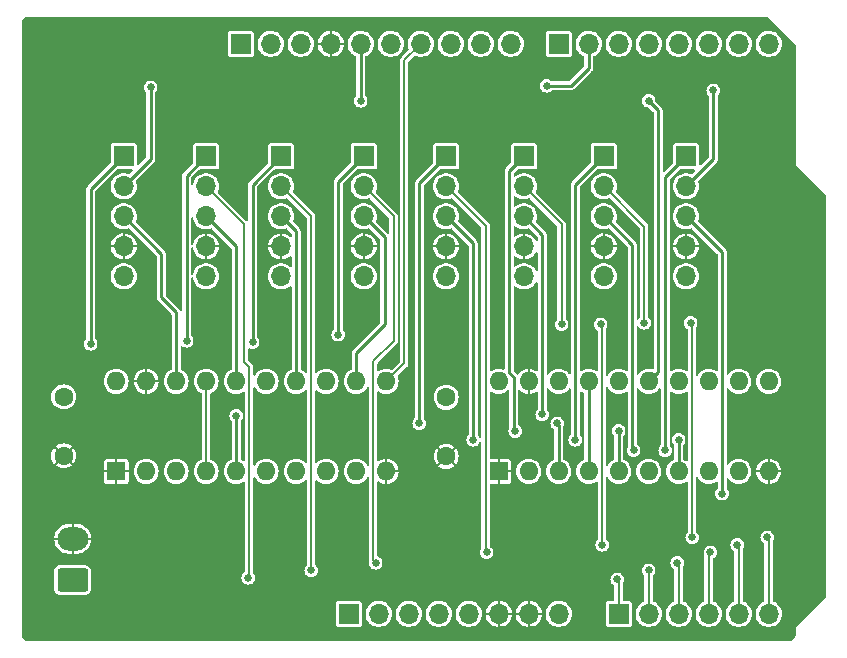
<source format=gbr>
%TF.GenerationSoftware,KiCad,Pcbnew,8.0.1-8.0.1-1~ubuntu22.04.1*%
%TF.CreationDate,2024-04-19T16:39:04-04:00*%
%TF.ProjectId,multi_display_shield,6d756c74-695f-4646-9973-706c61795f73,rev?*%
%TF.SameCoordinates,Original*%
%TF.FileFunction,Copper,L1,Top*%
%TF.FilePolarity,Positive*%
%FSLAX46Y46*%
G04 Gerber Fmt 4.6, Leading zero omitted, Abs format (unit mm)*
G04 Created by KiCad (PCBNEW 8.0.1-8.0.1-1~ubuntu22.04.1) date 2024-04-19 16:39:04*
%MOMM*%
%LPD*%
G01*
G04 APERTURE LIST*
G04 Aperture macros list*
%AMRoundRect*
0 Rectangle with rounded corners*
0 $1 Rounding radius*
0 $2 $3 $4 $5 $6 $7 $8 $9 X,Y pos of 4 corners*
0 Add a 4 corners polygon primitive as box body*
4,1,4,$2,$3,$4,$5,$6,$7,$8,$9,$2,$3,0*
0 Add four circle primitives for the rounded corners*
1,1,$1+$1,$2,$3*
1,1,$1+$1,$4,$5*
1,1,$1+$1,$6,$7*
1,1,$1+$1,$8,$9*
0 Add four rect primitives between the rounded corners*
20,1,$1+$1,$2,$3,$4,$5,0*
20,1,$1+$1,$4,$5,$6,$7,0*
20,1,$1+$1,$6,$7,$8,$9,0*
20,1,$1+$1,$8,$9,$2,$3,0*%
G04 Aperture macros list end*
%TA.AperFunction,ComponentPad*%
%ADD10R,1.700000X1.700000*%
%TD*%
%TA.AperFunction,ComponentPad*%
%ADD11O,1.700000X1.700000*%
%TD*%
%TA.AperFunction,ComponentPad*%
%ADD12R,1.600000X1.600000*%
%TD*%
%TA.AperFunction,ComponentPad*%
%ADD13O,1.600000X1.600000*%
%TD*%
%TA.AperFunction,ComponentPad*%
%ADD14C,1.600000*%
%TD*%
%TA.AperFunction,ComponentPad*%
%ADD15RoundRect,0.250000X1.050000X-0.750000X1.050000X0.750000X-1.050000X0.750000X-1.050000X-0.750000X0*%
%TD*%
%TA.AperFunction,ComponentPad*%
%ADD16O,2.600000X2.000000*%
%TD*%
%TA.AperFunction,ViaPad*%
%ADD17C,0.635000*%
%TD*%
%TA.AperFunction,Conductor*%
%ADD18C,0.200000*%
%TD*%
%TA.AperFunction,Conductor*%
%ADD19C,0.254000*%
%TD*%
G04 APERTURE END LIST*
D10*
%TO.P,J1,1,Pin_1*%
%TO.N,unconnected-(J1-Pin_1-Pad1)*%
X127940000Y-97460000D03*
D11*
%TO.P,J1,2,Pin_2*%
%TO.N,/IOREF*%
X130480000Y-97460000D03*
%TO.P,J1,3,Pin_3*%
%TO.N,/~{RESET}*%
X133020000Y-97460000D03*
%TO.P,J1,4,Pin_4*%
%TO.N,+3V3*%
X135560000Y-97460000D03*
%TO.P,J1,5,Pin_5*%
%TO.N,+5V*%
X138100000Y-97460000D03*
%TO.P,J1,6,Pin_6*%
%TO.N,GND*%
X140640000Y-97460000D03*
%TO.P,J1,7,Pin_7*%
X143180000Y-97460000D03*
%TO.P,J1,8,Pin_8*%
%TO.N,VCC*%
X145720000Y-97460000D03*
%TD*%
D10*
%TO.P,J3,1,Pin_1*%
%TO.N,/CS0*%
X150800000Y-97460000D03*
D11*
%TO.P,J3,2,Pin_2*%
%TO.N,/CS1*%
X153340000Y-97460000D03*
%TO.P,J3,3,Pin_3*%
%TO.N,/CS2*%
X155880000Y-97460000D03*
%TO.P,J3,4,Pin_4*%
%TO.N,/CS3*%
X158420000Y-97460000D03*
%TO.P,J3,5,Pin_5*%
%TO.N,/CS4*%
X160960000Y-97460000D03*
%TO.P,J3,6,Pin_6*%
%TO.N,/CS5*%
X163500000Y-97460000D03*
%TD*%
D10*
%TO.P,J2,1,Pin_1*%
%TO.N,/SCL{slash}A5*%
X118796000Y-49200000D03*
D11*
%TO.P,J2,2,Pin_2*%
%TO.N,/SDA{slash}A4*%
X121336000Y-49200000D03*
%TO.P,J2,3,Pin_3*%
%TO.N,/AREF*%
X123876000Y-49200000D03*
%TO.P,J2,4,Pin_4*%
%TO.N,GND*%
X126416000Y-49200000D03*
%TO.P,J2,5,Pin_5*%
%TO.N,/13*%
X128956000Y-49200000D03*
%TO.P,J2,6,Pin_6*%
%TO.N,/12*%
X131496000Y-49200000D03*
%TO.P,J2,7,Pin_7*%
%TO.N,/\u002A11*%
X134036000Y-49200000D03*
%TO.P,J2,8,Pin_8*%
%TO.N,/\u002A10*%
X136576000Y-49200000D03*
%TO.P,J2,9,Pin_9*%
%TO.N,/\u002A9*%
X139116000Y-49200000D03*
%TO.P,J2,10,Pin_10*%
%TO.N,/8*%
X141656000Y-49200000D03*
%TD*%
D10*
%TO.P,J4,1,Pin_1*%
%TO.N,/CS6*%
X145720000Y-49200000D03*
D11*
%TO.P,J4,2,Pin_2*%
%TO.N,/CS7*%
X148260000Y-49200000D03*
%TO.P,J4,3,Pin_3*%
%TO.N,unconnected-(J4-Pin_3-Pad3)*%
X150800000Y-49200000D03*
%TO.P,J4,4,Pin_4*%
%TO.N,unconnected-(J4-Pin_4-Pad4)*%
X153340000Y-49200000D03*
%TO.P,J4,5,Pin_5*%
%TO.N,unconnected-(J4-Pin_5-Pad5)*%
X155880000Y-49200000D03*
%TO.P,J4,6,Pin_6*%
%TO.N,unconnected-(J4-Pin_6-Pad6)*%
X158420000Y-49200000D03*
%TO.P,J4,7,Pin_7*%
%TO.N,unconnected-(J4-Pin_7-Pad7)*%
X160960000Y-49200000D03*
%TO.P,J4,8,Pin_8*%
%TO.N,unconnected-(J4-Pin_8-Pad8)*%
X163500000Y-49200000D03*
%TD*%
D10*
%TO.P,J6,1,Pin_1*%
%TO.N,Net-(J6-Pin_1)*%
X115875000Y-58725000D03*
D11*
%TO.P,J6,2,Pin_2*%
%TO.N,/CS0*%
X115875000Y-61265000D03*
%TO.P,J6,3,Pin_3*%
%TO.N,Net-(J6-Pin_3)*%
X115875000Y-63805000D03*
%TO.P,J6,4,Pin_4*%
%TO.N,GND*%
X115875000Y-66345000D03*
%TO.P,J6,5,Pin_5*%
%TO.N,+5V*%
X115875000Y-68885000D03*
%TD*%
D10*
%TO.P,J7,1,Pin_1*%
%TO.N,Net-(J7-Pin_1)*%
X122225000Y-58725000D03*
D11*
%TO.P,J7,2,Pin_2*%
%TO.N,/CS1*%
X122225000Y-61265000D03*
%TO.P,J7,3,Pin_3*%
%TO.N,Net-(J7-Pin_3)*%
X122225000Y-63805000D03*
%TO.P,J7,4,Pin_4*%
%TO.N,GND*%
X122225000Y-66345000D03*
%TO.P,J7,5,Pin_5*%
%TO.N,+5V*%
X122225000Y-68885000D03*
%TD*%
D12*
%TO.P,U2,1,1OE*%
%TO.N,GND*%
X140640000Y-85395000D03*
D13*
%TO.P,U2,2,1A0*%
%TO.N,/13*%
X143180000Y-85395000D03*
%TO.P,U2,3,2Y0*%
%TO.N,Net-(J9-Pin_1)*%
X145720000Y-85395000D03*
%TO.P,U2,4,1A1*%
%TO.N,/13*%
X148260000Y-85395000D03*
%TO.P,U2,5,2Y1*%
%TO.N,Net-(J10-Pin_1)*%
X150800000Y-85395000D03*
%TO.P,U2,6,1A2*%
%TO.N,/13*%
X153340000Y-85395000D03*
%TO.P,U2,7,2Y2*%
%TO.N,Net-(J11-Pin_1)*%
X155880000Y-85395000D03*
%TO.P,U2,8,1A3*%
%TO.N,/13*%
X158420000Y-85395000D03*
%TO.P,U2,9,2Y3*%
%TO.N,Net-(J12-Pin_1)*%
X160960000Y-85395000D03*
%TO.P,U2,10,GND*%
%TO.N,GND*%
X163500000Y-85395000D03*
%TO.P,U2,11,2A3*%
%TO.N,/13*%
X163500000Y-77775000D03*
%TO.P,U2,12,1Y3*%
%TO.N,Net-(J8-Pin_1)*%
X160960000Y-77775000D03*
%TO.P,U2,13,2A2*%
%TO.N,/13*%
X158420000Y-77775000D03*
%TO.P,U2,14,1Y2*%
%TO.N,Net-(J7-Pin_1)*%
X155880000Y-77775000D03*
%TO.P,U2,15,2A1*%
%TO.N,/13*%
X153340000Y-77775000D03*
%TO.P,U2,16,1Y1*%
%TO.N,Net-(J6-Pin_1)*%
X150800000Y-77775000D03*
%TO.P,U2,17,2A0*%
%TO.N,/13*%
X148260000Y-77775000D03*
%TO.P,U2,18,1Y0*%
%TO.N,Net-(J5-Pin_1)*%
X145720000Y-77775000D03*
%TO.P,U2,19,2OE*%
%TO.N,GND*%
X143180000Y-77775000D03*
%TO.P,U2,20,VCC*%
%TO.N,+5V*%
X140640000Y-77775000D03*
%TD*%
D10*
%TO.P,J11,1,Pin_1*%
%TO.N,Net-(J11-Pin_1)*%
X149530000Y-58725000D03*
D11*
%TO.P,J11,2,Pin_2*%
%TO.N,/CS5*%
X149530000Y-61265000D03*
%TO.P,J11,3,Pin_3*%
%TO.N,Net-(J11-Pin_3)*%
X149530000Y-63805000D03*
%TO.P,J11,4,Pin_4*%
%TO.N,GND*%
X149530000Y-66345000D03*
%TO.P,J11,5,Pin_5*%
%TO.N,+5V*%
X149530000Y-68885000D03*
%TD*%
D14*
%TO.P,C2,1*%
%TO.N,+5V*%
X136195000Y-79125000D03*
%TO.P,C2,2*%
%TO.N,GND*%
X136195000Y-84125000D03*
%TD*%
%TO.P,C1,1*%
%TO.N,+5V*%
X103810000Y-79085000D03*
%TO.P,C1,2*%
%TO.N,GND*%
X103810000Y-84085000D03*
%TD*%
D10*
%TO.P,J12,1,Pin_1*%
%TO.N,Net-(J12-Pin_1)*%
X156515000Y-58725000D03*
D11*
%TO.P,J12,2,Pin_2*%
%TO.N,/CS6*%
X156515000Y-61265000D03*
%TO.P,J12,3,Pin_3*%
%TO.N,Net-(J12-Pin_3)*%
X156515000Y-63805000D03*
%TO.P,J12,4,Pin_4*%
%TO.N,GND*%
X156515000Y-66345000D03*
%TO.P,J12,5,Pin_5*%
%TO.N,+5V*%
X156515000Y-68885000D03*
%TD*%
D10*
%TO.P,J9,1,Pin_1*%
%TO.N,Net-(J9-Pin_1)*%
X136195000Y-58725000D03*
D11*
%TO.P,J9,2,Pin_2*%
%TO.N,/CS3*%
X136195000Y-61265000D03*
%TO.P,J9,3,Pin_3*%
%TO.N,Net-(J9-Pin_3)*%
X136195000Y-63805000D03*
%TO.P,J9,4,Pin_4*%
%TO.N,GND*%
X136195000Y-66345000D03*
%TO.P,J9,5,Pin_5*%
%TO.N,+5V*%
X136195000Y-68885000D03*
%TD*%
D12*
%TO.P,U1,1,1OE*%
%TO.N,GND*%
X108255000Y-85395000D03*
D13*
%TO.P,U1,2,1A0*%
%TO.N,/\u002A11*%
X110795000Y-85395000D03*
%TO.P,U1,3,2Y0*%
%TO.N,Net-(J9-Pin_3)*%
X113335000Y-85395000D03*
%TO.P,U1,4,1A1*%
%TO.N,/\u002A11*%
X115875000Y-85395000D03*
%TO.P,U1,5,2Y1*%
%TO.N,Net-(J10-Pin_3)*%
X118415000Y-85395000D03*
%TO.P,U1,6,1A2*%
%TO.N,/\u002A11*%
X120955000Y-85395000D03*
%TO.P,U1,7,2Y2*%
%TO.N,Net-(J11-Pin_3)*%
X123495000Y-85395000D03*
%TO.P,U1,8,1A3*%
%TO.N,/\u002A11*%
X126035000Y-85395000D03*
%TO.P,U1,9,2Y3*%
%TO.N,Net-(J12-Pin_3)*%
X128575000Y-85395000D03*
%TO.P,U1,10,GND*%
%TO.N,GND*%
X131115000Y-85395000D03*
%TO.P,U1,11,2A3*%
%TO.N,/\u002A11*%
X131115000Y-77775000D03*
%TO.P,U1,12,1Y3*%
%TO.N,Net-(J8-Pin_3)*%
X128575000Y-77775000D03*
%TO.P,U1,13,2A2*%
%TO.N,/\u002A11*%
X126035000Y-77775000D03*
%TO.P,U1,14,1Y2*%
%TO.N,Net-(J7-Pin_3)*%
X123495000Y-77775000D03*
%TO.P,U1,15,2A1*%
%TO.N,/\u002A11*%
X120955000Y-77775000D03*
%TO.P,U1,16,1Y1*%
%TO.N,Net-(J6-Pin_3)*%
X118415000Y-77775000D03*
%TO.P,U1,17,2A0*%
%TO.N,/\u002A11*%
X115875000Y-77775000D03*
%TO.P,U1,18,1Y0*%
%TO.N,Net-(J5-Pin_3)*%
X113335000Y-77775000D03*
%TO.P,U1,19,2OE*%
%TO.N,GND*%
X110795000Y-77775000D03*
%TO.P,U1,20,VCC*%
%TO.N,+5V*%
X108255000Y-77775000D03*
%TD*%
D15*
%TO.P,J13,1,Pin_1*%
%TO.N,+5V*%
X104572000Y-94610000D03*
D16*
%TO.P,J13,2,Pin_2*%
%TO.N,GND*%
X104572000Y-91110000D03*
%TD*%
D10*
%TO.P,J10,1,Pin_1*%
%TO.N,Net-(J10-Pin_1)*%
X142770000Y-58725000D03*
D11*
%TO.P,J10,2,Pin_2*%
%TO.N,/CS4*%
X142770000Y-61265000D03*
%TO.P,J10,3,Pin_3*%
%TO.N,Net-(J10-Pin_3)*%
X142770000Y-63805000D03*
%TO.P,J10,4,Pin_4*%
%TO.N,GND*%
X142770000Y-66345000D03*
%TO.P,J10,5,Pin_5*%
%TO.N,+5V*%
X142770000Y-68885000D03*
%TD*%
D10*
%TO.P,J8,1,Pin_1*%
%TO.N,Net-(J8-Pin_1)*%
X129210000Y-58725000D03*
D11*
%TO.P,J8,2,Pin_2*%
%TO.N,/CS2*%
X129210000Y-61265000D03*
%TO.P,J8,3,Pin_3*%
%TO.N,Net-(J8-Pin_3)*%
X129210000Y-63805000D03*
%TO.P,J8,4,Pin_4*%
%TO.N,GND*%
X129210000Y-66345000D03*
%TO.P,J8,5,Pin_5*%
%TO.N,+5V*%
X129210000Y-68885000D03*
%TD*%
D10*
%TO.P,J5,1,Pin_1*%
%TO.N,Net-(J5-Pin_1)*%
X108890000Y-58725000D03*
D11*
%TO.P,J5,2,Pin_2*%
%TO.N,/CS7*%
X108890000Y-61265000D03*
%TO.P,J5,3,Pin_3*%
%TO.N,Net-(J5-Pin_3)*%
X108890000Y-63805000D03*
%TO.P,J5,4,Pin_4*%
%TO.N,GND*%
X108890000Y-66345000D03*
%TO.P,J5,5,Pin_5*%
%TO.N,+5V*%
X108890000Y-68885000D03*
%TD*%
D17*
%TO.N,/CS1*%
X124765000Y-93777000D03*
X153340000Y-93777000D03*
%TO.N,/CS2*%
X130226000Y-93142000D03*
X155753000Y-93142000D03*
%TO.N,/CS0*%
X119431000Y-94412000D03*
X150673000Y-94539000D03*
%TO.N,/CS5*%
X157023000Y-90983000D03*
X156896000Y-72822000D03*
X163373000Y-90983000D03*
X152959000Y-72822000D03*
%TO.N,/13*%
X153340000Y-54026000D03*
X128956000Y-54026000D03*
%TO.N,/CS4*%
X160833000Y-91618000D03*
X149403000Y-91618000D03*
X145974000Y-72949000D03*
X149276000Y-72949000D03*
%TO.N,/CS3*%
X158570586Y-92238700D03*
X139624000Y-92253000D03*
%TO.N,/CS6*%
X158801000Y-53137000D03*
%TO.N,/CS7*%
X144704000Y-52756000D03*
X111176000Y-52883000D03*
%TO.N,Net-(J5-Pin_1)*%
X106096000Y-74600000D03*
%TO.N,Net-(J6-Pin_1)*%
X114224000Y-74346000D03*
%TO.N,Net-(J7-Pin_1)*%
X119812000Y-74473000D03*
%TO.N,Net-(J8-Pin_1)*%
X127051000Y-73825300D03*
%TO.N,Net-(J9-Pin_1)*%
X145593000Y-81331000D03*
X133909000Y-81331000D03*
%TO.N,Net-(J9-Pin_3)*%
X138481000Y-82728000D03*
%TO.N,Net-(J10-Pin_1)*%
X150800000Y-81966000D03*
X142037000Y-81978700D03*
%TO.N,Net-(J10-Pin_3)*%
X118415000Y-80696000D03*
X144323000Y-80569000D03*
%TO.N,Net-(J11-Pin_3)*%
X152070000Y-83617000D03*
%TO.N,Net-(J11-Pin_1)*%
X155880000Y-82728000D03*
X147117000Y-82728000D03*
%TO.N,Net-(J12-Pin_3)*%
X159550200Y-87287200D03*
%TO.N,Net-(J12-Pin_1)*%
X154737000Y-83617000D03*
%TD*%
D18*
%TO.N,/CS1*%
X124765000Y-63805000D02*
X124765000Y-93777000D01*
X153340000Y-93777000D02*
X153340000Y-97460000D01*
X122225000Y-61265000D02*
X124765000Y-63805000D01*
%TO.N,/CS2*%
X155880000Y-93269000D02*
X155880000Y-97460000D01*
X130011800Y-92927800D02*
X130226000Y-93142000D01*
X155753000Y-93142000D02*
X155880000Y-93269000D01*
X130011800Y-76084200D02*
X130011800Y-92927800D01*
X131750000Y-63805000D02*
X131750000Y-74346000D01*
X131750000Y-74346000D02*
X130011800Y-76084200D01*
X129210000Y-61265000D02*
X131750000Y-63805000D01*
%TO.N,/CS0*%
X115875000Y-61265000D02*
X119050000Y-64440000D01*
X119050000Y-64440000D02*
X119050000Y-76124000D01*
X119518200Y-94324800D02*
X119431000Y-94412000D01*
X119518200Y-76592200D02*
X119518200Y-94324800D01*
X150800000Y-94666000D02*
X150800000Y-97460000D01*
X119050000Y-76124000D02*
X119518200Y-76592200D01*
X150673000Y-94539000D02*
X150800000Y-94666000D01*
%TO.N,/CS5*%
X156983200Y-72909200D02*
X156983200Y-90943200D01*
X156896000Y-72822000D02*
X156983200Y-72909200D01*
X156983200Y-90943200D02*
X157023000Y-90983000D01*
X152959000Y-64694000D02*
X152959000Y-72822000D01*
X149530000Y-61265000D02*
X152959000Y-64694000D01*
X163500000Y-91110000D02*
X163500000Y-97460000D01*
X163373000Y-90983000D02*
X163500000Y-91110000D01*
D19*
%TO.N,/13*%
X148260000Y-77775000D02*
X148260000Y-85395000D01*
X154139999Y-54825999D02*
X153340000Y-54026000D01*
X154139999Y-76975001D02*
X154139999Y-54825999D01*
X153340000Y-77775000D02*
X154139999Y-76975001D01*
X128956000Y-54026000D02*
X128956000Y-49200000D01*
D18*
%TO.N,/CS4*%
X160960000Y-91745000D02*
X160960000Y-97460000D01*
X142770000Y-61265000D02*
X145974000Y-64469000D01*
X149363200Y-91578200D02*
X149403000Y-91618000D01*
X149276000Y-72949000D02*
X149363200Y-73036200D01*
X145974000Y-64469000D02*
X145974000Y-72949000D01*
X160833000Y-91618000D02*
X160960000Y-91745000D01*
X149363200Y-73036200D02*
X149363200Y-91578200D01*
%TO.N,/\u002A11*%
X115875000Y-77775000D02*
X115875000Y-85395000D01*
X131115000Y-77775000D02*
X132639000Y-76251000D01*
X132639000Y-50597000D02*
X134036000Y-49200000D01*
X132639000Y-76251000D02*
X132639000Y-50597000D01*
%TO.N,/CS3*%
X136195000Y-61265000D02*
X139536800Y-64606800D01*
X158420000Y-97460000D02*
X158420000Y-92389286D01*
X139536800Y-64606800D02*
X139536800Y-92165800D01*
X139536800Y-92165800D02*
X139624000Y-92253000D01*
X158420000Y-92389286D02*
X158570586Y-92238700D01*
D19*
%TO.N,/CS6*%
X158801000Y-58979000D02*
X156515000Y-61265000D01*
X158801000Y-53137000D02*
X158801000Y-58979000D01*
%TO.N,/CS7*%
X148260000Y-49200000D02*
X148260000Y-51232000D01*
X111176000Y-52883000D02*
X111176000Y-58979000D01*
X148260000Y-51232000D02*
X146736000Y-52756000D01*
X111176000Y-58979000D02*
X108890000Y-61265000D01*
X146736000Y-52756000D02*
X144704000Y-52756000D01*
%TO.N,Net-(J5-Pin_1)*%
X106096000Y-74600000D02*
X106096000Y-61519000D01*
X106096000Y-61519000D02*
X108890000Y-58725000D01*
%TO.N,Net-(J5-Pin_3)*%
X113335000Y-71933000D02*
X113335000Y-77775000D01*
X112065000Y-66980000D02*
X108890000Y-63805000D01*
X112065000Y-70663000D02*
X112065000Y-66980000D01*
X113335000Y-71933000D02*
X112065000Y-70663000D01*
%TO.N,Net-(J6-Pin_1)*%
X114224000Y-60376000D02*
X115875000Y-58725000D01*
X114224000Y-74346000D02*
X114224000Y-60376000D01*
%TO.N,Net-(J6-Pin_3)*%
X118415000Y-77775000D02*
X118415000Y-66345000D01*
X118415000Y-66345000D02*
X115875000Y-63805000D01*
%TO.N,Net-(J7-Pin_3)*%
X123495000Y-65075000D02*
X122225000Y-63805000D01*
X123495000Y-77775000D02*
X123495000Y-65075000D01*
%TO.N,Net-(J7-Pin_1)*%
X119812000Y-74473000D02*
X119812000Y-61138000D01*
X119812000Y-61138000D02*
X122225000Y-58725000D01*
%TO.N,Net-(J8-Pin_3)*%
X128575000Y-77775000D02*
X128575000Y-75362000D01*
X128575000Y-75362000D02*
X130988000Y-72949000D01*
X130988000Y-72949000D02*
X130988000Y-65583000D01*
X130988000Y-65583000D02*
X129210000Y-63805000D01*
%TO.N,Net-(J8-Pin_1)*%
X127051000Y-73825300D02*
X127051000Y-60884000D01*
X127051000Y-60884000D02*
X129210000Y-58725000D01*
%TO.N,Net-(J9-Pin_1)*%
X145720000Y-81458000D02*
X145720000Y-85395000D01*
X145593000Y-81331000D02*
X145720000Y-81458000D01*
X133909000Y-61011000D02*
X133909000Y-81331000D01*
X136195000Y-58725000D02*
X133909000Y-61011000D01*
%TO.N,Net-(J9-Pin_3)*%
X138481000Y-66091000D02*
X138481000Y-82728000D01*
X136195000Y-63805000D02*
X138481000Y-66091000D01*
%TO.N,Net-(J10-Pin_1)*%
X141910000Y-82093000D02*
X141922700Y-82093000D01*
X141922700Y-82093000D02*
X142037000Y-81978700D01*
X150800000Y-81966000D02*
X150800000Y-85395000D01*
X141529000Y-77065655D02*
X141910000Y-77446655D01*
X141529000Y-59966000D02*
X141529000Y-77065655D01*
X141910000Y-77446655D02*
X141910000Y-82093000D01*
X142770000Y-58725000D02*
X141529000Y-59966000D01*
%TO.N,Net-(J10-Pin_3)*%
X144310200Y-65345200D02*
X144310200Y-80556200D01*
X118415000Y-80696000D02*
X118415000Y-85395000D01*
X144310200Y-80556200D02*
X144323000Y-80569000D01*
X142770000Y-63805000D02*
X144310200Y-65345200D01*
%TO.N,Net-(J11-Pin_3)*%
X151930200Y-83477200D02*
X152070000Y-83617000D01*
X149530000Y-63805000D02*
X151930200Y-66205200D01*
X151930200Y-66205200D02*
X151930200Y-83477200D01*
%TO.N,Net-(J11-Pin_1)*%
X149530000Y-58725000D02*
X147117000Y-61138000D01*
X147117000Y-61138000D02*
X147117000Y-82728000D01*
X155880000Y-82728000D02*
X155880000Y-85395000D01*
%TO.N,Net-(J12-Pin_3)*%
X159550200Y-66840200D02*
X159550200Y-87287200D01*
X156515000Y-63805000D02*
X159550200Y-66840200D01*
X159563000Y-87300000D02*
X159550200Y-87287200D01*
%TO.N,Net-(J12-Pin_1)*%
X154749800Y-83604200D02*
X154737000Y-83617000D01*
X156515000Y-58725000D02*
X154749800Y-60490200D01*
X154749800Y-60490200D02*
X154749800Y-83604200D01*
%TD*%
%TA.AperFunction,Conductor*%
%TO.N,GND*%
G36*
X143914074Y-69361102D02*
G01*
X143928700Y-69409655D01*
X143928700Y-76840093D01*
X143908135Y-76896594D01*
X143856064Y-76926658D01*
X143796850Y-76916217D01*
X143785038Y-76908042D01*
X143768404Y-76894391D01*
X143585296Y-76796517D01*
X143386626Y-76736251D01*
X143268900Y-76724655D01*
X143268900Y-77384710D01*
X143232661Y-77375000D01*
X143127339Y-77375000D01*
X143091100Y-77384710D01*
X143091100Y-76724655D01*
X142973373Y-76736251D01*
X142774704Y-76796517D01*
X142774703Y-76796517D01*
X142591595Y-76894391D01*
X142431105Y-77026101D01*
X142431095Y-77026111D01*
X142311365Y-77172003D01*
X142259625Y-77202633D01*
X142200301Y-77192838D01*
X142181263Y-77178395D01*
X141936245Y-76933377D01*
X141910834Y-76878883D01*
X141910500Y-76871222D01*
X141910500Y-69795106D01*
X141931065Y-69738605D01*
X141983136Y-69708541D01*
X142042350Y-69718982D01*
X142057616Y-69730146D01*
X142101538Y-69770186D01*
X142275573Y-69877944D01*
X142466444Y-69951888D01*
X142466452Y-69951889D01*
X142466454Y-69951890D01*
X142600583Y-69976962D01*
X142667653Y-69989500D01*
X142667654Y-69989500D01*
X142872346Y-69989500D01*
X142872347Y-69989500D01*
X143073556Y-69951888D01*
X143264427Y-69877944D01*
X143438462Y-69770186D01*
X143589732Y-69632285D01*
X143713088Y-69468935D01*
X143762116Y-69370472D01*
X143805709Y-69329063D01*
X143865722Y-69325362D01*
X143914074Y-69361102D01*
G37*
%TD.AperFunction*%
%TA.AperFunction,Conductor*%
G36*
X143914074Y-66819980D02*
G01*
X143928700Y-66868533D01*
X143928700Y-68360344D01*
X143908135Y-68416845D01*
X143856064Y-68446909D01*
X143796850Y-68436468D01*
X143762115Y-68399525D01*
X143713088Y-68301065D01*
X143589732Y-68137715D01*
X143502104Y-68057831D01*
X143438464Y-67999815D01*
X143438455Y-67999809D01*
X143264431Y-67892058D01*
X143264428Y-67892056D01*
X143264427Y-67892056D01*
X143073556Y-67818112D01*
X143073554Y-67818111D01*
X143073545Y-67818109D01*
X142872351Y-67780500D01*
X142872347Y-67780500D01*
X142667653Y-67780500D01*
X142667648Y-67780500D01*
X142466454Y-67818109D01*
X142466440Y-67818113D01*
X142275582Y-67892052D01*
X142275568Y-67892058D01*
X142101544Y-67999809D01*
X142101535Y-67999815D01*
X142057618Y-68039852D01*
X142002009Y-68062719D01*
X141944711Y-68044491D01*
X141912535Y-67993698D01*
X141910500Y-67974893D01*
X141910500Y-67254430D01*
X141931065Y-67197929D01*
X141983136Y-67167865D01*
X142042350Y-67178306D01*
X142057618Y-67189472D01*
X142101833Y-67229780D01*
X142101841Y-67229786D01*
X142275792Y-67337492D01*
X142275797Y-67337494D01*
X142466578Y-67411403D01*
X142466592Y-67411407D01*
X142667694Y-67448999D01*
X142667700Y-67449000D01*
X142681099Y-67449000D01*
X142681100Y-67448999D01*
X142681100Y-66838817D01*
X142704174Y-66845000D01*
X142835826Y-66845000D01*
X142858900Y-66838817D01*
X142858900Y-67448999D01*
X142858901Y-67449000D01*
X142872300Y-67449000D01*
X142872305Y-67448999D01*
X143073407Y-67411407D01*
X143073421Y-67411403D01*
X143264202Y-67337494D01*
X143264207Y-67337492D01*
X143438158Y-67229786D01*
X143438160Y-67229785D01*
X143589359Y-67091947D01*
X143589367Y-67091938D01*
X143712659Y-66928672D01*
X143762115Y-66829353D01*
X143805709Y-66787941D01*
X143865722Y-66784240D01*
X143914074Y-66819980D01*
G37*
%TD.AperFunction*%
%TA.AperFunction,Conductor*%
G36*
X142042350Y-64638982D02*
G01*
X142057616Y-64650146D01*
X142101538Y-64690186D01*
X142275573Y-64797944D01*
X142466444Y-64871888D01*
X142466452Y-64871889D01*
X142466454Y-64871890D01*
X142495123Y-64877249D01*
X142667653Y-64909500D01*
X142667654Y-64909500D01*
X142872346Y-64909500D01*
X142872347Y-64909500D01*
X143073556Y-64871888D01*
X143181464Y-64830083D01*
X143241576Y-64828849D01*
X143275370Y-64849893D01*
X143902955Y-65477478D01*
X143928366Y-65531972D01*
X143928700Y-65539633D01*
X143928700Y-65821466D01*
X143908135Y-65877967D01*
X143856064Y-65908031D01*
X143796850Y-65897590D01*
X143762115Y-65860647D01*
X143712658Y-65761325D01*
X143589367Y-65598061D01*
X143589359Y-65598052D01*
X143438160Y-65460214D01*
X143438158Y-65460213D01*
X143264207Y-65352507D01*
X143264202Y-65352505D01*
X143073421Y-65278596D01*
X143073407Y-65278592D01*
X142872305Y-65241000D01*
X142858901Y-65241000D01*
X142858900Y-65241001D01*
X142858900Y-65851182D01*
X142835826Y-65845000D01*
X142704174Y-65845000D01*
X142681100Y-65851182D01*
X142681100Y-65241001D01*
X142681099Y-65241000D01*
X142667694Y-65241000D01*
X142466592Y-65278592D01*
X142466578Y-65278596D01*
X142275797Y-65352505D01*
X142275792Y-65352507D01*
X142101841Y-65460213D01*
X142101839Y-65460215D01*
X142057618Y-65500528D01*
X142002009Y-65523395D01*
X141944711Y-65505167D01*
X141912535Y-65454374D01*
X141910500Y-65435569D01*
X141910500Y-64715106D01*
X141931065Y-64658605D01*
X141983136Y-64628541D01*
X142042350Y-64638982D01*
G37*
%TD.AperFunction*%
%TA.AperFunction,Conductor*%
G36*
X163414673Y-46935065D02*
G01*
X163420327Y-46940245D01*
X165759755Y-49279672D01*
X165785166Y-49334166D01*
X165785500Y-49341827D01*
X165785500Y-59410624D01*
X165824243Y-59504160D01*
X165824244Y-59504161D01*
X165824245Y-59504163D01*
X167076838Y-60756755D01*
X168299755Y-61979672D01*
X168325166Y-62034166D01*
X168325500Y-62041827D01*
X168325500Y-96048172D01*
X168304935Y-96104673D01*
X168299755Y-96110326D01*
X165895837Y-98514244D01*
X165895837Y-98514245D01*
X165895836Y-98514244D01*
X165824246Y-98585835D01*
X165824243Y-98585839D01*
X165785500Y-98679375D01*
X165785500Y-99233066D01*
X165784947Y-99242908D01*
X165773884Y-99341088D01*
X165769504Y-99360277D01*
X165738512Y-99448848D01*
X165729974Y-99466579D01*
X165680048Y-99546034D01*
X165667776Y-99561423D01*
X165601423Y-99627776D01*
X165586034Y-99640048D01*
X165506579Y-99689974D01*
X165488848Y-99698512D01*
X165403497Y-99728378D01*
X165400277Y-99729505D01*
X165381088Y-99733884D01*
X165282908Y-99744947D01*
X165273066Y-99745500D01*
X100766934Y-99745500D01*
X100757092Y-99744947D01*
X100658911Y-99733884D01*
X100639724Y-99729505D01*
X100551147Y-99698511D01*
X100533420Y-99689974D01*
X100453965Y-99640048D01*
X100438576Y-99627776D01*
X100372223Y-99561423D01*
X100359951Y-99546034D01*
X100310025Y-99466579D01*
X100301489Y-99448856D01*
X100270492Y-99360268D01*
X100266115Y-99341087D01*
X100255053Y-99242907D01*
X100254500Y-99233066D01*
X100254500Y-98335068D01*
X126835500Y-98335068D01*
X126848426Y-98400053D01*
X126850266Y-98409301D01*
X126906516Y-98493484D01*
X126934705Y-98512319D01*
X126990698Y-98549734D01*
X127001261Y-98551835D01*
X127064933Y-98564500D01*
X128815066Y-98564499D01*
X128815068Y-98564499D01*
X128833561Y-98560820D01*
X128889301Y-98549734D01*
X128973484Y-98493484D01*
X129029734Y-98409301D01*
X129044500Y-98335067D01*
X129044499Y-97460000D01*
X129370768Y-97460000D01*
X129389655Y-97663825D01*
X129445501Y-97860099D01*
X129445672Y-97860701D01*
X129536912Y-98043935D01*
X129660268Y-98207285D01*
X129744021Y-98283636D01*
X129811535Y-98345184D01*
X129811544Y-98345190D01*
X129915087Y-98409301D01*
X129985573Y-98452944D01*
X130176444Y-98526888D01*
X130176452Y-98526889D01*
X130176454Y-98526890D01*
X130298661Y-98549734D01*
X130377653Y-98564500D01*
X130377654Y-98564500D01*
X130582346Y-98564500D01*
X130582347Y-98564500D01*
X130783556Y-98526888D01*
X130974427Y-98452944D01*
X131148462Y-98345186D01*
X131299732Y-98207285D01*
X131423088Y-98043935D01*
X131514328Y-97860701D01*
X131570345Y-97663821D01*
X131589232Y-97460000D01*
X131910768Y-97460000D01*
X131929655Y-97663825D01*
X131985501Y-97860099D01*
X131985672Y-97860701D01*
X132076912Y-98043935D01*
X132200268Y-98207285D01*
X132284021Y-98283636D01*
X132351535Y-98345184D01*
X132351544Y-98345190D01*
X132455087Y-98409301D01*
X132525573Y-98452944D01*
X132716444Y-98526888D01*
X132716452Y-98526889D01*
X132716454Y-98526890D01*
X132838661Y-98549734D01*
X132917653Y-98564500D01*
X132917654Y-98564500D01*
X133122346Y-98564500D01*
X133122347Y-98564500D01*
X133323556Y-98526888D01*
X133514427Y-98452944D01*
X133688462Y-98345186D01*
X133839732Y-98207285D01*
X133963088Y-98043935D01*
X134054328Y-97860701D01*
X134110345Y-97663821D01*
X134129232Y-97460000D01*
X134450768Y-97460000D01*
X134469655Y-97663825D01*
X134525501Y-97860099D01*
X134525672Y-97860701D01*
X134616912Y-98043935D01*
X134740268Y-98207285D01*
X134824021Y-98283636D01*
X134891535Y-98345184D01*
X134891544Y-98345190D01*
X134995087Y-98409301D01*
X135065573Y-98452944D01*
X135256444Y-98526888D01*
X135256452Y-98526889D01*
X135256454Y-98526890D01*
X135378661Y-98549734D01*
X135457653Y-98564500D01*
X135457654Y-98564500D01*
X135662346Y-98564500D01*
X135662347Y-98564500D01*
X135863556Y-98526888D01*
X136054427Y-98452944D01*
X136228462Y-98345186D01*
X136379732Y-98207285D01*
X136503088Y-98043935D01*
X136594328Y-97860701D01*
X136650345Y-97663821D01*
X136669232Y-97460000D01*
X136990768Y-97460000D01*
X137009655Y-97663825D01*
X137065501Y-97860099D01*
X137065672Y-97860701D01*
X137156912Y-98043935D01*
X137280268Y-98207285D01*
X137364021Y-98283636D01*
X137431535Y-98345184D01*
X137431544Y-98345190D01*
X137535087Y-98409301D01*
X137605573Y-98452944D01*
X137796444Y-98526888D01*
X137796452Y-98526889D01*
X137796454Y-98526890D01*
X137918661Y-98549734D01*
X137997653Y-98564500D01*
X137997654Y-98564500D01*
X138202346Y-98564500D01*
X138202347Y-98564500D01*
X138403556Y-98526888D01*
X138594427Y-98452944D01*
X138768462Y-98345186D01*
X138919732Y-98207285D01*
X139043088Y-98043935D01*
X139134328Y-97860701D01*
X139190345Y-97663821D01*
X139209232Y-97460000D01*
X139200994Y-97371099D01*
X139539507Y-97371099D01*
X139539508Y-97371100D01*
X140146183Y-97371100D01*
X140140000Y-97394174D01*
X140140000Y-97525826D01*
X140146183Y-97548900D01*
X139539508Y-97548900D01*
X139550148Y-97663732D01*
X139550148Y-97663733D01*
X139606137Y-97860512D01*
X139606140Y-97860518D01*
X139697341Y-98043674D01*
X139820632Y-98206938D01*
X139820640Y-98206947D01*
X139971839Y-98344785D01*
X139971841Y-98344786D01*
X140145792Y-98452492D01*
X140145797Y-98452494D01*
X140336578Y-98526403D01*
X140336592Y-98526407D01*
X140537694Y-98563999D01*
X140537700Y-98564000D01*
X140551099Y-98564000D01*
X140551100Y-98563999D01*
X140551100Y-97953817D01*
X140574174Y-97960000D01*
X140705826Y-97960000D01*
X140728900Y-97953817D01*
X140728900Y-98563999D01*
X140728901Y-98564000D01*
X140742300Y-98564000D01*
X140742305Y-98563999D01*
X140943407Y-98526407D01*
X140943421Y-98526403D01*
X141134202Y-98452494D01*
X141134207Y-98452492D01*
X141308158Y-98344786D01*
X141308160Y-98344785D01*
X141459359Y-98206947D01*
X141459367Y-98206938D01*
X141582658Y-98043674D01*
X141673859Y-97860518D01*
X141673862Y-97860512D01*
X141729851Y-97663733D01*
X141729851Y-97663732D01*
X141740492Y-97548900D01*
X141133817Y-97548900D01*
X141140000Y-97525826D01*
X141140000Y-97394174D01*
X141133817Y-97371100D01*
X141740492Y-97371100D01*
X141740492Y-97371099D01*
X142079507Y-97371099D01*
X142079508Y-97371100D01*
X142686183Y-97371100D01*
X142680000Y-97394174D01*
X142680000Y-97525826D01*
X142686183Y-97548900D01*
X142079508Y-97548900D01*
X142090148Y-97663732D01*
X142090148Y-97663733D01*
X142146137Y-97860512D01*
X142146140Y-97860518D01*
X142237341Y-98043674D01*
X142360632Y-98206938D01*
X142360640Y-98206947D01*
X142511839Y-98344785D01*
X142511841Y-98344786D01*
X142685792Y-98452492D01*
X142685797Y-98452494D01*
X142876578Y-98526403D01*
X142876592Y-98526407D01*
X143077694Y-98563999D01*
X143077700Y-98564000D01*
X143091099Y-98564000D01*
X143091100Y-98563999D01*
X143091100Y-97953817D01*
X143114174Y-97960000D01*
X143245826Y-97960000D01*
X143268900Y-97953817D01*
X143268900Y-98563999D01*
X143268901Y-98564000D01*
X143282300Y-98564000D01*
X143282305Y-98563999D01*
X143483407Y-98526407D01*
X143483421Y-98526403D01*
X143674202Y-98452494D01*
X143674207Y-98452492D01*
X143848158Y-98344786D01*
X143848160Y-98344785D01*
X143999359Y-98206947D01*
X143999367Y-98206938D01*
X144122658Y-98043674D01*
X144213859Y-97860518D01*
X144213862Y-97860512D01*
X144269851Y-97663733D01*
X144269851Y-97663732D01*
X144280492Y-97548900D01*
X143673817Y-97548900D01*
X143680000Y-97525826D01*
X143680000Y-97460000D01*
X144610768Y-97460000D01*
X144629655Y-97663825D01*
X144685501Y-97860099D01*
X144685672Y-97860701D01*
X144776912Y-98043935D01*
X144900268Y-98207285D01*
X144984021Y-98283636D01*
X145051535Y-98345184D01*
X145051544Y-98345190D01*
X145155087Y-98409301D01*
X145225573Y-98452944D01*
X145416444Y-98526888D01*
X145416452Y-98526889D01*
X145416454Y-98526890D01*
X145538661Y-98549734D01*
X145617653Y-98564500D01*
X145617654Y-98564500D01*
X145822346Y-98564500D01*
X145822347Y-98564500D01*
X146023556Y-98526888D01*
X146214427Y-98452944D01*
X146388462Y-98345186D01*
X146399561Y-98335068D01*
X149695500Y-98335068D01*
X149708426Y-98400053D01*
X149710266Y-98409301D01*
X149766516Y-98493484D01*
X149794705Y-98512319D01*
X149850698Y-98549734D01*
X149861261Y-98551835D01*
X149924933Y-98564500D01*
X151675066Y-98564499D01*
X151675068Y-98564499D01*
X151693561Y-98560820D01*
X151749301Y-98549734D01*
X151833484Y-98493484D01*
X151889734Y-98409301D01*
X151904500Y-98335067D01*
X151904499Y-97460000D01*
X152230768Y-97460000D01*
X152249655Y-97663825D01*
X152305501Y-97860099D01*
X152305672Y-97860701D01*
X152396912Y-98043935D01*
X152520268Y-98207285D01*
X152604021Y-98283636D01*
X152671535Y-98345184D01*
X152671544Y-98345190D01*
X152775087Y-98409301D01*
X152845573Y-98452944D01*
X153036444Y-98526888D01*
X153036452Y-98526889D01*
X153036454Y-98526890D01*
X153158661Y-98549734D01*
X153237653Y-98564500D01*
X153237654Y-98564500D01*
X153442346Y-98564500D01*
X153442347Y-98564500D01*
X153643556Y-98526888D01*
X153834427Y-98452944D01*
X154008462Y-98345186D01*
X154159732Y-98207285D01*
X154283088Y-98043935D01*
X154374328Y-97860701D01*
X154430345Y-97663821D01*
X154449232Y-97460000D01*
X154770768Y-97460000D01*
X154789655Y-97663825D01*
X154845501Y-97860099D01*
X154845672Y-97860701D01*
X154936912Y-98043935D01*
X155060268Y-98207285D01*
X155144021Y-98283636D01*
X155211535Y-98345184D01*
X155211544Y-98345190D01*
X155315087Y-98409301D01*
X155385573Y-98452944D01*
X155576444Y-98526888D01*
X155576452Y-98526889D01*
X155576454Y-98526890D01*
X155698661Y-98549734D01*
X155777653Y-98564500D01*
X155777654Y-98564500D01*
X155982346Y-98564500D01*
X155982347Y-98564500D01*
X156183556Y-98526888D01*
X156374427Y-98452944D01*
X156548462Y-98345186D01*
X156699732Y-98207285D01*
X156823088Y-98043935D01*
X156914328Y-97860701D01*
X156970345Y-97663821D01*
X156989232Y-97460000D01*
X157310768Y-97460000D01*
X157329655Y-97663825D01*
X157385501Y-97860099D01*
X157385672Y-97860701D01*
X157476912Y-98043935D01*
X157600268Y-98207285D01*
X157684021Y-98283636D01*
X157751535Y-98345184D01*
X157751544Y-98345190D01*
X157855087Y-98409301D01*
X157925573Y-98452944D01*
X158116444Y-98526888D01*
X158116452Y-98526889D01*
X158116454Y-98526890D01*
X158238661Y-98549734D01*
X158317653Y-98564500D01*
X158317654Y-98564500D01*
X158522346Y-98564500D01*
X158522347Y-98564500D01*
X158723556Y-98526888D01*
X158914427Y-98452944D01*
X159088462Y-98345186D01*
X159239732Y-98207285D01*
X159363088Y-98043935D01*
X159454328Y-97860701D01*
X159510345Y-97663821D01*
X159529232Y-97460000D01*
X159850768Y-97460000D01*
X159869655Y-97663825D01*
X159925501Y-97860099D01*
X159925672Y-97860701D01*
X160016912Y-98043935D01*
X160140268Y-98207285D01*
X160224021Y-98283636D01*
X160291535Y-98345184D01*
X160291544Y-98345190D01*
X160395087Y-98409301D01*
X160465573Y-98452944D01*
X160656444Y-98526888D01*
X160656452Y-98526889D01*
X160656454Y-98526890D01*
X160778661Y-98549734D01*
X160857653Y-98564500D01*
X160857654Y-98564500D01*
X161062346Y-98564500D01*
X161062347Y-98564500D01*
X161263556Y-98526888D01*
X161454427Y-98452944D01*
X161628462Y-98345186D01*
X161779732Y-98207285D01*
X161903088Y-98043935D01*
X161994328Y-97860701D01*
X162050345Y-97663821D01*
X162069232Y-97460000D01*
X162390768Y-97460000D01*
X162409655Y-97663825D01*
X162465501Y-97860099D01*
X162465672Y-97860701D01*
X162556912Y-98043935D01*
X162680268Y-98207285D01*
X162764021Y-98283636D01*
X162831535Y-98345184D01*
X162831544Y-98345190D01*
X162935087Y-98409301D01*
X163005573Y-98452944D01*
X163196444Y-98526888D01*
X163196452Y-98526889D01*
X163196454Y-98526890D01*
X163318661Y-98549734D01*
X163397653Y-98564500D01*
X163397654Y-98564500D01*
X163602346Y-98564500D01*
X163602347Y-98564500D01*
X163803556Y-98526888D01*
X163994427Y-98452944D01*
X164168462Y-98345186D01*
X164319732Y-98207285D01*
X164443088Y-98043935D01*
X164534328Y-97860701D01*
X164590345Y-97663821D01*
X164609232Y-97460000D01*
X164590345Y-97256179D01*
X164534328Y-97059299D01*
X164443088Y-96876065D01*
X164319732Y-96712715D01*
X164244097Y-96643764D01*
X164168464Y-96574815D01*
X164168455Y-96574809D01*
X163994431Y-96467058D01*
X163994421Y-96467053D01*
X163910646Y-96434598D01*
X163865390Y-96395011D01*
X163854500Y-96352634D01*
X163854500Y-91324947D01*
X163870764Y-91277033D01*
X163869761Y-91276454D01*
X163872635Y-91271475D01*
X163872641Y-91271468D01*
X163930277Y-91132322D01*
X163949936Y-90983000D01*
X163930277Y-90833678D01*
X163872641Y-90694532D01*
X163872639Y-90694530D01*
X163872639Y-90694529D01*
X163780957Y-90575048D01*
X163780955Y-90575045D01*
X163718876Y-90527410D01*
X163661470Y-90483360D01*
X163661468Y-90483359D01*
X163522322Y-90425723D01*
X163373000Y-90406064D01*
X163223677Y-90425723D01*
X163084531Y-90483359D01*
X163084529Y-90483360D01*
X162965048Y-90575042D01*
X162965042Y-90575048D01*
X162873360Y-90694529D01*
X162873359Y-90694531D01*
X162815723Y-90833677D01*
X162796064Y-90983000D01*
X162815723Y-91132322D01*
X162873359Y-91271468D01*
X162873360Y-91271470D01*
X162917913Y-91329532D01*
X162965045Y-91390955D01*
X163084532Y-91482641D01*
X163091232Y-91485416D01*
X163135565Y-91526033D01*
X163145500Y-91566627D01*
X163145500Y-96352634D01*
X163124935Y-96409135D01*
X163089354Y-96434598D01*
X163005578Y-96467053D01*
X163005568Y-96467058D01*
X162831544Y-96574809D01*
X162831535Y-96574815D01*
X162680269Y-96712714D01*
X162680265Y-96712718D01*
X162556914Y-96876061D01*
X162465672Y-97059299D01*
X162465670Y-97059305D01*
X162409655Y-97256174D01*
X162390768Y-97460000D01*
X162069232Y-97460000D01*
X162050345Y-97256179D01*
X161994328Y-97059299D01*
X161903088Y-96876065D01*
X161779732Y-96712715D01*
X161704097Y-96643764D01*
X161628464Y-96574815D01*
X161628455Y-96574809D01*
X161454431Y-96467058D01*
X161454421Y-96467053D01*
X161370646Y-96434598D01*
X161325390Y-96395011D01*
X161314500Y-96352634D01*
X161314500Y-91959947D01*
X161330764Y-91912033D01*
X161329761Y-91911454D01*
X161332635Y-91906475D01*
X161332641Y-91906468D01*
X161390277Y-91767322D01*
X161409936Y-91618000D01*
X161390277Y-91468678D01*
X161332641Y-91329532D01*
X161332639Y-91329530D01*
X161332639Y-91329529D01*
X161240957Y-91210048D01*
X161240955Y-91210045D01*
X161178876Y-91162410D01*
X161121470Y-91118360D01*
X161121468Y-91118359D01*
X160982322Y-91060723D01*
X160833000Y-91041064D01*
X160683677Y-91060723D01*
X160544531Y-91118359D01*
X160544529Y-91118360D01*
X160425048Y-91210042D01*
X160425042Y-91210048D01*
X160333360Y-91329529D01*
X160333359Y-91329531D01*
X160275723Y-91468677D01*
X160256064Y-91618000D01*
X160275723Y-91767322D01*
X160333359Y-91906468D01*
X160333360Y-91906470D01*
X160377913Y-91964532D01*
X160425045Y-92025955D01*
X160544532Y-92117641D01*
X160551232Y-92120416D01*
X160595565Y-92161033D01*
X160605500Y-92201627D01*
X160605500Y-96352634D01*
X160584935Y-96409135D01*
X160549354Y-96434598D01*
X160465578Y-96467053D01*
X160465568Y-96467058D01*
X160291544Y-96574809D01*
X160291535Y-96574815D01*
X160140269Y-96712714D01*
X160140265Y-96712718D01*
X160016914Y-96876061D01*
X159925672Y-97059299D01*
X159925670Y-97059305D01*
X159869655Y-97256174D01*
X159850768Y-97460000D01*
X159529232Y-97460000D01*
X159510345Y-97256179D01*
X159454328Y-97059299D01*
X159363088Y-96876065D01*
X159239732Y-96712715D01*
X159164097Y-96643764D01*
X159088464Y-96574815D01*
X159088455Y-96574809D01*
X158914431Y-96467058D01*
X158914421Y-96467053D01*
X158830646Y-96434598D01*
X158785390Y-96395011D01*
X158774500Y-96352634D01*
X158774500Y-92832096D01*
X158795065Y-92775595D01*
X158828759Y-92750889D01*
X158859054Y-92738341D01*
X158978541Y-92646655D01*
X159070227Y-92527168D01*
X159127863Y-92388022D01*
X159147522Y-92238700D01*
X159127863Y-92089378D01*
X159070227Y-91950232D01*
X159041421Y-91912692D01*
X158978543Y-91830748D01*
X158978541Y-91830745D01*
X158890913Y-91763505D01*
X158859056Y-91739060D01*
X158859054Y-91739059D01*
X158719908Y-91681423D01*
X158570586Y-91661764D01*
X158421263Y-91681423D01*
X158282117Y-91739059D01*
X158282115Y-91739060D01*
X158162634Y-91830742D01*
X158162628Y-91830748D01*
X158070946Y-91950229D01*
X158070945Y-91950231D01*
X158013309Y-92089377D01*
X157993650Y-92238700D01*
X158013309Y-92388022D01*
X158058809Y-92497868D01*
X158065500Y-92531506D01*
X158065500Y-96352634D01*
X158044935Y-96409135D01*
X158009354Y-96434598D01*
X157925578Y-96467053D01*
X157925568Y-96467058D01*
X157751544Y-96574809D01*
X157751535Y-96574815D01*
X157600269Y-96712714D01*
X157600265Y-96712718D01*
X157476914Y-96876061D01*
X157385672Y-97059299D01*
X157385670Y-97059305D01*
X157329655Y-97256174D01*
X157310768Y-97460000D01*
X156989232Y-97460000D01*
X156970345Y-97256179D01*
X156914328Y-97059299D01*
X156823088Y-96876065D01*
X156699732Y-96712715D01*
X156624097Y-96643764D01*
X156548464Y-96574815D01*
X156548455Y-96574809D01*
X156374431Y-96467058D01*
X156374421Y-96467053D01*
X156290646Y-96434598D01*
X156245390Y-96395011D01*
X156234500Y-96352634D01*
X156234500Y-93483947D01*
X156250764Y-93436033D01*
X156249761Y-93435454D01*
X156252635Y-93430475D01*
X156252641Y-93430468D01*
X156310277Y-93291322D01*
X156329936Y-93142000D01*
X156310277Y-92992678D01*
X156252641Y-92853532D01*
X156160955Y-92734045D01*
X156147237Y-92723519D01*
X156041470Y-92642360D01*
X156041468Y-92642359D01*
X155902322Y-92584723D01*
X155753000Y-92565064D01*
X155603677Y-92584723D01*
X155464531Y-92642359D01*
X155464529Y-92642360D01*
X155345048Y-92734042D01*
X155345042Y-92734048D01*
X155253360Y-92853529D01*
X155253359Y-92853531D01*
X155195723Y-92992677D01*
X155176064Y-93142000D01*
X155195723Y-93291322D01*
X155253359Y-93430468D01*
X155253360Y-93430470D01*
X155334519Y-93536237D01*
X155345045Y-93549955D01*
X155464532Y-93641641D01*
X155471232Y-93644416D01*
X155515565Y-93685033D01*
X155525500Y-93725627D01*
X155525500Y-96352634D01*
X155504935Y-96409135D01*
X155469354Y-96434598D01*
X155385578Y-96467053D01*
X155385568Y-96467058D01*
X155211544Y-96574809D01*
X155211535Y-96574815D01*
X155060269Y-96712714D01*
X155060265Y-96712718D01*
X154936914Y-96876061D01*
X154845672Y-97059299D01*
X154845670Y-97059305D01*
X154789655Y-97256174D01*
X154770768Y-97460000D01*
X154449232Y-97460000D01*
X154430345Y-97256179D01*
X154374328Y-97059299D01*
X154283088Y-96876065D01*
X154159732Y-96712715D01*
X154084097Y-96643764D01*
X154008464Y-96574815D01*
X154008455Y-96574809D01*
X153834431Y-96467058D01*
X153834421Y-96467053D01*
X153750646Y-96434598D01*
X153705390Y-96395011D01*
X153694500Y-96352634D01*
X153694500Y-94269320D01*
X153715065Y-94212819D01*
X153728891Y-94199583D01*
X153747952Y-94184957D01*
X153747955Y-94184955D01*
X153839641Y-94065468D01*
X153897277Y-93926322D01*
X153916936Y-93777000D01*
X153897277Y-93627678D01*
X153839641Y-93488532D01*
X153839639Y-93488530D01*
X153839639Y-93488529D01*
X153793798Y-93428788D01*
X153747955Y-93369045D01*
X153694500Y-93328027D01*
X153628470Y-93277360D01*
X153628468Y-93277359D01*
X153489322Y-93219723D01*
X153340000Y-93200064D01*
X153190677Y-93219723D01*
X153051531Y-93277359D01*
X153051529Y-93277360D01*
X152932048Y-93369042D01*
X152932042Y-93369048D01*
X152840360Y-93488529D01*
X152840359Y-93488531D01*
X152782723Y-93627677D01*
X152763064Y-93777000D01*
X152782723Y-93926322D01*
X152840359Y-94065468D01*
X152840360Y-94065470D01*
X152932044Y-94184954D01*
X152932047Y-94184957D01*
X152951109Y-94199583D01*
X152983416Y-94250294D01*
X152985500Y-94269320D01*
X152985500Y-96352634D01*
X152964935Y-96409135D01*
X152929354Y-96434598D01*
X152845578Y-96467053D01*
X152845568Y-96467058D01*
X152671544Y-96574809D01*
X152671535Y-96574815D01*
X152520269Y-96712714D01*
X152520265Y-96712718D01*
X152396914Y-96876061D01*
X152305672Y-97059299D01*
X152305670Y-97059305D01*
X152249655Y-97256174D01*
X152230768Y-97460000D01*
X151904499Y-97460000D01*
X151904499Y-96584934D01*
X151904499Y-96584933D01*
X151904499Y-96584931D01*
X151898980Y-96557190D01*
X151889734Y-96510699D01*
X151833484Y-96426516D01*
X151833098Y-96426258D01*
X151749301Y-96370265D01*
X151696192Y-96359702D01*
X151675067Y-96355500D01*
X151675065Y-96355500D01*
X151242400Y-96355500D01*
X151185899Y-96334935D01*
X151155835Y-96282864D01*
X151154500Y-96267600D01*
X151154500Y-94880947D01*
X151170764Y-94833033D01*
X151169761Y-94832454D01*
X151172635Y-94827475D01*
X151172641Y-94827468D01*
X151230277Y-94688322D01*
X151249936Y-94539000D01*
X151230277Y-94389678D01*
X151172641Y-94250532D01*
X151172458Y-94250294D01*
X151080957Y-94131048D01*
X151080955Y-94131045D01*
X151003605Y-94071692D01*
X150961470Y-94039360D01*
X150961468Y-94039359D01*
X150822322Y-93981723D01*
X150673000Y-93962064D01*
X150523677Y-93981723D01*
X150384531Y-94039359D01*
X150384529Y-94039360D01*
X150265048Y-94131042D01*
X150265042Y-94131048D01*
X150173360Y-94250529D01*
X150173359Y-94250531D01*
X150115723Y-94389677D01*
X150096064Y-94539000D01*
X150115723Y-94688322D01*
X150173359Y-94827468D01*
X150173360Y-94827470D01*
X150177629Y-94833033D01*
X150265045Y-94946955D01*
X150384532Y-95038641D01*
X150391232Y-95041416D01*
X150435565Y-95082033D01*
X150445500Y-95122627D01*
X150445500Y-96267600D01*
X150424935Y-96324101D01*
X150372864Y-96354165D01*
X150357600Y-96355500D01*
X149924931Y-96355500D01*
X149850699Y-96370266D01*
X149766517Y-96426515D01*
X149766514Y-96426518D01*
X149710265Y-96510698D01*
X149697601Y-96574370D01*
X149695501Y-96584931D01*
X149695500Y-96584934D01*
X149695500Y-98335068D01*
X146399561Y-98335068D01*
X146539732Y-98207285D01*
X146663088Y-98043935D01*
X146754328Y-97860701D01*
X146810345Y-97663821D01*
X146829232Y-97460000D01*
X146810345Y-97256179D01*
X146754328Y-97059299D01*
X146663088Y-96876065D01*
X146539732Y-96712715D01*
X146464097Y-96643764D01*
X146388464Y-96574815D01*
X146388455Y-96574809D01*
X146214431Y-96467058D01*
X146214428Y-96467056D01*
X146214427Y-96467056D01*
X146214417Y-96467052D01*
X146023559Y-96393113D01*
X146023557Y-96393112D01*
X146023556Y-96393112D01*
X146023554Y-96393111D01*
X146023545Y-96393109D01*
X145822351Y-96355500D01*
X145822347Y-96355500D01*
X145617653Y-96355500D01*
X145617648Y-96355500D01*
X145416454Y-96393109D01*
X145416440Y-96393113D01*
X145225582Y-96467052D01*
X145225568Y-96467058D01*
X145051544Y-96574809D01*
X145051535Y-96574815D01*
X144900269Y-96712714D01*
X144900265Y-96712718D01*
X144776914Y-96876061D01*
X144685672Y-97059299D01*
X144685670Y-97059305D01*
X144629655Y-97256174D01*
X144610768Y-97460000D01*
X143680000Y-97460000D01*
X143680000Y-97394174D01*
X143673817Y-97371100D01*
X144280492Y-97371100D01*
X144280492Y-97371099D01*
X144269851Y-97256267D01*
X144269851Y-97256266D01*
X144213862Y-97059487D01*
X144213859Y-97059481D01*
X144122658Y-96876325D01*
X143999367Y-96713061D01*
X143999359Y-96713052D01*
X143848160Y-96575214D01*
X143848158Y-96575213D01*
X143674207Y-96467507D01*
X143674202Y-96467505D01*
X143483421Y-96393596D01*
X143483407Y-96393592D01*
X143282305Y-96356000D01*
X143268901Y-96356000D01*
X143268900Y-96356001D01*
X143268900Y-96966182D01*
X143245826Y-96960000D01*
X143114174Y-96960000D01*
X143091100Y-96966182D01*
X143091100Y-96356001D01*
X143091099Y-96356000D01*
X143077694Y-96356000D01*
X142876592Y-96393592D01*
X142876578Y-96393596D01*
X142685797Y-96467505D01*
X142685792Y-96467507D01*
X142511841Y-96575213D01*
X142511839Y-96575214D01*
X142360640Y-96713052D01*
X142360632Y-96713061D01*
X142237341Y-96876325D01*
X142146140Y-97059481D01*
X142146137Y-97059487D01*
X142090148Y-97256266D01*
X142090148Y-97256267D01*
X142079507Y-97371099D01*
X141740492Y-97371099D01*
X141729851Y-97256267D01*
X141729851Y-97256266D01*
X141673862Y-97059487D01*
X141673859Y-97059481D01*
X141582658Y-96876325D01*
X141459367Y-96713061D01*
X141459359Y-96713052D01*
X141308160Y-96575214D01*
X141308158Y-96575213D01*
X141134207Y-96467507D01*
X141134202Y-96467505D01*
X140943421Y-96393596D01*
X140943407Y-96393592D01*
X140742305Y-96356000D01*
X140728901Y-96356000D01*
X140728900Y-96356001D01*
X140728900Y-96966182D01*
X140705826Y-96960000D01*
X140574174Y-96960000D01*
X140551100Y-96966182D01*
X140551100Y-96356001D01*
X140551099Y-96356000D01*
X140537694Y-96356000D01*
X140336592Y-96393592D01*
X140336578Y-96393596D01*
X140145797Y-96467505D01*
X140145792Y-96467507D01*
X139971841Y-96575213D01*
X139971839Y-96575214D01*
X139820640Y-96713052D01*
X139820632Y-96713061D01*
X139697341Y-96876325D01*
X139606140Y-97059481D01*
X139606137Y-97059487D01*
X139550148Y-97256266D01*
X139550148Y-97256267D01*
X139539507Y-97371099D01*
X139200994Y-97371099D01*
X139190345Y-97256179D01*
X139134328Y-97059299D01*
X139043088Y-96876065D01*
X138919732Y-96712715D01*
X138844097Y-96643764D01*
X138768464Y-96574815D01*
X138768455Y-96574809D01*
X138594431Y-96467058D01*
X138594428Y-96467056D01*
X138594427Y-96467056D01*
X138594417Y-96467052D01*
X138403559Y-96393113D01*
X138403557Y-96393112D01*
X138403556Y-96393112D01*
X138403554Y-96393111D01*
X138403545Y-96393109D01*
X138202351Y-96355500D01*
X138202347Y-96355500D01*
X137997653Y-96355500D01*
X137997648Y-96355500D01*
X137796454Y-96393109D01*
X137796440Y-96393113D01*
X137605582Y-96467052D01*
X137605568Y-96467058D01*
X137431544Y-96574809D01*
X137431535Y-96574815D01*
X137280269Y-96712714D01*
X137280265Y-96712718D01*
X137156914Y-96876061D01*
X137065672Y-97059299D01*
X137065670Y-97059305D01*
X137009655Y-97256174D01*
X136990768Y-97460000D01*
X136669232Y-97460000D01*
X136650345Y-97256179D01*
X136594328Y-97059299D01*
X136503088Y-96876065D01*
X136379732Y-96712715D01*
X136304097Y-96643764D01*
X136228464Y-96574815D01*
X136228455Y-96574809D01*
X136054431Y-96467058D01*
X136054428Y-96467056D01*
X136054427Y-96467056D01*
X136054417Y-96467052D01*
X135863559Y-96393113D01*
X135863557Y-96393112D01*
X135863556Y-96393112D01*
X135863554Y-96393111D01*
X135863545Y-96393109D01*
X135662351Y-96355500D01*
X135662347Y-96355500D01*
X135457653Y-96355500D01*
X135457648Y-96355500D01*
X135256454Y-96393109D01*
X135256440Y-96393113D01*
X135065582Y-96467052D01*
X135065568Y-96467058D01*
X134891544Y-96574809D01*
X134891535Y-96574815D01*
X134740269Y-96712714D01*
X134740265Y-96712718D01*
X134616914Y-96876061D01*
X134525672Y-97059299D01*
X134525670Y-97059305D01*
X134469655Y-97256174D01*
X134450768Y-97460000D01*
X134129232Y-97460000D01*
X134110345Y-97256179D01*
X134054328Y-97059299D01*
X133963088Y-96876065D01*
X133839732Y-96712715D01*
X133764097Y-96643764D01*
X133688464Y-96574815D01*
X133688455Y-96574809D01*
X133514431Y-96467058D01*
X133514428Y-96467056D01*
X133514427Y-96467056D01*
X133514417Y-96467052D01*
X133323559Y-96393113D01*
X133323557Y-96393112D01*
X133323556Y-96393112D01*
X133323554Y-96393111D01*
X133323545Y-96393109D01*
X133122351Y-96355500D01*
X133122347Y-96355500D01*
X132917653Y-96355500D01*
X132917648Y-96355500D01*
X132716454Y-96393109D01*
X132716440Y-96393113D01*
X132525582Y-96467052D01*
X132525568Y-96467058D01*
X132351544Y-96574809D01*
X132351535Y-96574815D01*
X132200269Y-96712714D01*
X132200265Y-96712718D01*
X132076914Y-96876061D01*
X131985672Y-97059299D01*
X131985670Y-97059305D01*
X131929655Y-97256174D01*
X131910768Y-97460000D01*
X131589232Y-97460000D01*
X131570345Y-97256179D01*
X131514328Y-97059299D01*
X131423088Y-96876065D01*
X131299732Y-96712715D01*
X131224097Y-96643764D01*
X131148464Y-96574815D01*
X131148455Y-96574809D01*
X130974431Y-96467058D01*
X130974428Y-96467056D01*
X130974427Y-96467056D01*
X130974417Y-96467052D01*
X130783559Y-96393113D01*
X130783557Y-96393112D01*
X130783556Y-96393112D01*
X130783554Y-96393111D01*
X130783545Y-96393109D01*
X130582351Y-96355500D01*
X130582347Y-96355500D01*
X130377653Y-96355500D01*
X130377648Y-96355500D01*
X130176454Y-96393109D01*
X130176440Y-96393113D01*
X129985582Y-96467052D01*
X129985568Y-96467058D01*
X129811544Y-96574809D01*
X129811535Y-96574815D01*
X129660269Y-96712714D01*
X129660265Y-96712718D01*
X129536914Y-96876061D01*
X129445672Y-97059299D01*
X129445670Y-97059305D01*
X129389655Y-97256174D01*
X129370768Y-97460000D01*
X129044499Y-97460000D01*
X129044499Y-96584934D01*
X129044499Y-96584933D01*
X129044499Y-96584931D01*
X129038980Y-96557190D01*
X129029734Y-96510699D01*
X128973484Y-96426516D01*
X128973098Y-96426258D01*
X128889301Y-96370265D01*
X128836192Y-96359702D01*
X128815067Y-96355500D01*
X128815065Y-96355500D01*
X127064931Y-96355500D01*
X126990699Y-96370266D01*
X126906517Y-96426515D01*
X126906514Y-96426518D01*
X126850265Y-96510698D01*
X126837601Y-96574370D01*
X126835501Y-96584931D01*
X126835500Y-96584934D01*
X126835500Y-98335068D01*
X100254500Y-98335068D01*
X100254500Y-95408249D01*
X103017500Y-95408249D01*
X103023960Y-95468344D01*
X103074657Y-95604265D01*
X103074658Y-95604267D01*
X103161596Y-95720404D01*
X103277733Y-95807342D01*
X103413658Y-95858040D01*
X103473745Y-95864500D01*
X105670254Y-95864499D01*
X105730342Y-95858040D01*
X105866267Y-95807342D01*
X105982404Y-95720404D01*
X106069342Y-95604267D01*
X106120040Y-95468342D01*
X106126500Y-95408255D01*
X106126499Y-93811746D01*
X106120040Y-93751658D01*
X106069342Y-93615733D01*
X105982404Y-93499596D01*
X105866267Y-93412658D01*
X105866265Y-93412657D01*
X105811196Y-93392117D01*
X105730342Y-93361960D01*
X105730339Y-93361959D01*
X105730331Y-93361958D01*
X105670259Y-93355500D01*
X103473750Y-93355500D01*
X103413655Y-93361960D01*
X103277734Y-93412657D01*
X103161598Y-93499594D01*
X103161594Y-93499598D01*
X103074657Y-93615734D01*
X103023960Y-93751658D01*
X103023958Y-93751668D01*
X103017500Y-93811736D01*
X103017500Y-95408249D01*
X100254500Y-95408249D01*
X100254500Y-91208690D01*
X103018000Y-91208690D01*
X103048876Y-91403644D01*
X103109870Y-91591364D01*
X103109873Y-91591371D01*
X103199482Y-91767236D01*
X103199485Y-91767242D01*
X103315502Y-91926926D01*
X103455073Y-92066497D01*
X103614757Y-92182514D01*
X103614763Y-92182517D01*
X103790628Y-92272126D01*
X103790635Y-92272129D01*
X103978356Y-92333123D01*
X103978354Y-92333123D01*
X104173309Y-92363999D01*
X104173310Y-92364000D01*
X104483099Y-92364000D01*
X104483100Y-92363999D01*
X104483100Y-91907989D01*
X104493207Y-91910000D01*
X104650793Y-91910000D01*
X104660900Y-91907989D01*
X104660900Y-92363999D01*
X104660901Y-92364000D01*
X104970690Y-92364000D01*
X104970690Y-92363999D01*
X105165644Y-92333123D01*
X105353364Y-92272129D01*
X105353371Y-92272126D01*
X105529236Y-92182517D01*
X105529242Y-92182514D01*
X105688926Y-92066497D01*
X105828497Y-91926926D01*
X105944514Y-91767242D01*
X105944517Y-91767236D01*
X106034126Y-91591371D01*
X106034129Y-91591364D01*
X106095123Y-91403644D01*
X106125999Y-91208690D01*
X106126000Y-91208690D01*
X106126000Y-91198901D01*
X106125999Y-91198900D01*
X105369990Y-91198900D01*
X105372000Y-91188793D01*
X105372000Y-91031207D01*
X105369990Y-91021100D01*
X106125999Y-91021100D01*
X106126000Y-91021099D01*
X106126000Y-91011309D01*
X106095123Y-90816355D01*
X106034129Y-90628635D01*
X106034126Y-90628628D01*
X105944517Y-90452763D01*
X105944514Y-90452757D01*
X105828497Y-90293073D01*
X105688926Y-90153502D01*
X105529242Y-90037485D01*
X105529236Y-90037482D01*
X105353371Y-89947873D01*
X105353364Y-89947870D01*
X105165643Y-89886876D01*
X105165645Y-89886876D01*
X104970691Y-89856000D01*
X104660901Y-89856000D01*
X104660900Y-89856001D01*
X104660900Y-90312010D01*
X104650793Y-90310000D01*
X104493207Y-90310000D01*
X104483100Y-90312010D01*
X104483100Y-89856001D01*
X104483099Y-89856000D01*
X104173309Y-89856000D01*
X103978355Y-89886876D01*
X103790635Y-89947870D01*
X103790628Y-89947873D01*
X103614763Y-90037482D01*
X103614757Y-90037485D01*
X103455073Y-90153502D01*
X103315502Y-90293073D01*
X103199485Y-90452757D01*
X103199482Y-90452763D01*
X103109873Y-90628628D01*
X103109870Y-90628635D01*
X103048876Y-90816355D01*
X103018000Y-91011309D01*
X103018000Y-91021099D01*
X103018001Y-91021100D01*
X103774010Y-91021100D01*
X103772000Y-91031207D01*
X103772000Y-91188793D01*
X103774010Y-91198900D01*
X103018001Y-91198900D01*
X103018000Y-91198901D01*
X103018000Y-91208690D01*
X100254500Y-91208690D01*
X100254500Y-85306099D01*
X107201000Y-85306099D01*
X107201001Y-85306100D01*
X107864710Y-85306100D01*
X107855000Y-85342339D01*
X107855000Y-85447661D01*
X107864710Y-85483900D01*
X107201002Y-85483900D01*
X107201001Y-85483901D01*
X107201001Y-86220018D01*
X107215737Y-86294106D01*
X107271875Y-86378122D01*
X107271877Y-86378124D01*
X107355894Y-86434262D01*
X107429981Y-86448999D01*
X108166098Y-86448999D01*
X108166100Y-86448998D01*
X108166100Y-85785289D01*
X108202339Y-85795000D01*
X108307661Y-85795000D01*
X108343900Y-85785289D01*
X108343900Y-86448998D01*
X108343901Y-86448999D01*
X109080018Y-86448999D01*
X109154106Y-86434262D01*
X109238122Y-86378124D01*
X109238124Y-86378122D01*
X109294262Y-86294105D01*
X109309000Y-86220015D01*
X109309000Y-85483901D01*
X109308999Y-85483900D01*
X108645290Y-85483900D01*
X108655000Y-85447661D01*
X108655000Y-85395000D01*
X109735398Y-85395000D01*
X109755748Y-85601621D01*
X109755759Y-85601724D01*
X109816052Y-85800486D01*
X109816054Y-85800491D01*
X109816055Y-85800492D01*
X109913973Y-85983683D01*
X110045748Y-86144252D01*
X110206317Y-86276027D01*
X110389508Y-86373945D01*
X110389510Y-86373945D01*
X110389513Y-86373947D01*
X110586660Y-86433750D01*
X110588282Y-86434242D01*
X110795000Y-86454602D01*
X111001718Y-86434242D01*
X111186716Y-86378124D01*
X111200486Y-86373947D01*
X111200486Y-86373946D01*
X111200492Y-86373945D01*
X111383683Y-86276027D01*
X111544252Y-86144252D01*
X111676027Y-85983683D01*
X111773945Y-85800492D01*
X111774005Y-85800296D01*
X111804093Y-85701105D01*
X111834242Y-85601718D01*
X111854602Y-85395000D01*
X112275398Y-85395000D01*
X112295748Y-85601621D01*
X112295759Y-85601724D01*
X112356052Y-85800486D01*
X112356054Y-85800491D01*
X112356055Y-85800492D01*
X112453973Y-85983683D01*
X112585748Y-86144252D01*
X112746317Y-86276027D01*
X112929508Y-86373945D01*
X112929510Y-86373945D01*
X112929513Y-86373947D01*
X113126660Y-86433750D01*
X113128282Y-86434242D01*
X113335000Y-86454602D01*
X113541718Y-86434242D01*
X113726716Y-86378124D01*
X113740486Y-86373947D01*
X113740486Y-86373946D01*
X113740492Y-86373945D01*
X113923683Y-86276027D01*
X114084252Y-86144252D01*
X114216027Y-85983683D01*
X114313945Y-85800492D01*
X114314005Y-85800296D01*
X114344093Y-85701105D01*
X114374242Y-85601718D01*
X114394602Y-85395000D01*
X114815398Y-85395000D01*
X114835748Y-85601621D01*
X114835759Y-85601724D01*
X114896052Y-85800486D01*
X114896054Y-85800491D01*
X114896055Y-85800492D01*
X114993973Y-85983683D01*
X115125748Y-86144252D01*
X115286317Y-86276027D01*
X115469508Y-86373945D01*
X115469510Y-86373945D01*
X115469513Y-86373947D01*
X115666660Y-86433750D01*
X115668282Y-86434242D01*
X115875000Y-86454602D01*
X116081718Y-86434242D01*
X116266716Y-86378124D01*
X116280486Y-86373947D01*
X116280486Y-86373946D01*
X116280492Y-86373945D01*
X116463683Y-86276027D01*
X116624252Y-86144252D01*
X116756027Y-85983683D01*
X116853945Y-85800492D01*
X116854005Y-85800296D01*
X116884093Y-85701105D01*
X116914242Y-85601718D01*
X116934602Y-85395000D01*
X116914242Y-85188282D01*
X116902446Y-85149394D01*
X116853947Y-84989513D01*
X116853945Y-84989510D01*
X116853945Y-84989508D01*
X116756027Y-84806317D01*
X116624252Y-84645748D01*
X116463683Y-84513973D01*
X116280492Y-84416055D01*
X116280490Y-84416054D01*
X116276684Y-84414020D01*
X116277785Y-84411959D01*
X116239395Y-84376717D01*
X116229500Y-84336200D01*
X116229500Y-78833798D01*
X116250065Y-78777297D01*
X116277381Y-78757287D01*
X116276683Y-78755980D01*
X116280487Y-78753946D01*
X116280492Y-78753945D01*
X116463683Y-78656027D01*
X116624252Y-78524252D01*
X116756027Y-78363683D01*
X116853945Y-78180492D01*
X116854005Y-78180296D01*
X116890500Y-78059985D01*
X116914242Y-77981718D01*
X116934602Y-77775000D01*
X116914242Y-77568282D01*
X116890500Y-77490014D01*
X116853947Y-77369513D01*
X116853945Y-77369510D01*
X116853945Y-77369508D01*
X116756027Y-77186317D01*
X116624252Y-77025748D01*
X116463683Y-76893973D01*
X116280492Y-76796055D01*
X116280491Y-76796054D01*
X116280486Y-76796052D01*
X116081724Y-76735759D01*
X116081719Y-76735758D01*
X116081718Y-76735758D01*
X115875000Y-76715398D01*
X115668282Y-76735758D01*
X115668280Y-76735758D01*
X115668275Y-76735759D01*
X115469513Y-76796052D01*
X115286316Y-76893973D01*
X115125750Y-77025746D01*
X115125746Y-77025750D01*
X114993973Y-77186316D01*
X114896052Y-77369513D01*
X114835759Y-77568275D01*
X114835758Y-77568280D01*
X114835758Y-77568282D01*
X114815398Y-77775000D01*
X114835748Y-77981621D01*
X114835759Y-77981724D01*
X114896052Y-78180486D01*
X114896054Y-78180491D01*
X114896055Y-78180492D01*
X114993973Y-78363683D01*
X115125748Y-78524252D01*
X115286317Y-78656027D01*
X115469508Y-78753945D01*
X115469512Y-78753946D01*
X115473317Y-78755980D01*
X115472196Y-78758077D01*
X115510529Y-78793134D01*
X115520500Y-78833798D01*
X115520500Y-84336200D01*
X115499935Y-84392701D01*
X115472631Y-84412739D01*
X115473316Y-84414020D01*
X115469509Y-84416054D01*
X115469508Y-84416055D01*
X115415206Y-84445080D01*
X115286316Y-84513973D01*
X115125750Y-84645746D01*
X115125746Y-84645750D01*
X114993973Y-84806316D01*
X114896052Y-84989513D01*
X114835759Y-85188275D01*
X114835758Y-85188280D01*
X114835758Y-85188282D01*
X114815398Y-85395000D01*
X114394602Y-85395000D01*
X114374242Y-85188282D01*
X114362446Y-85149394D01*
X114313947Y-84989513D01*
X114313945Y-84989510D01*
X114313945Y-84989508D01*
X114216027Y-84806317D01*
X114084252Y-84645748D01*
X113923683Y-84513973D01*
X113740492Y-84416055D01*
X113740491Y-84416054D01*
X113740486Y-84416052D01*
X113541724Y-84355759D01*
X113541719Y-84355758D01*
X113541718Y-84355758D01*
X113335000Y-84335398D01*
X113128282Y-84355758D01*
X113128280Y-84355758D01*
X113128275Y-84355759D01*
X112929513Y-84416052D01*
X112746316Y-84513973D01*
X112585750Y-84645746D01*
X112585746Y-84645750D01*
X112453973Y-84806316D01*
X112356052Y-84989513D01*
X112295759Y-85188275D01*
X112295758Y-85188280D01*
X112295758Y-85188282D01*
X112275398Y-85395000D01*
X111854602Y-85395000D01*
X111834242Y-85188282D01*
X111822446Y-85149394D01*
X111773947Y-84989513D01*
X111773945Y-84989510D01*
X111773945Y-84989508D01*
X111676027Y-84806317D01*
X111544252Y-84645748D01*
X111383683Y-84513973D01*
X111200492Y-84416055D01*
X111200491Y-84416054D01*
X111200486Y-84416052D01*
X111001724Y-84355759D01*
X111001719Y-84355758D01*
X111001718Y-84355758D01*
X110795000Y-84335398D01*
X110588282Y-84355758D01*
X110588280Y-84355758D01*
X110588275Y-84355759D01*
X110389513Y-84416052D01*
X110206316Y-84513973D01*
X110045750Y-84645746D01*
X110045746Y-84645750D01*
X109913973Y-84806316D01*
X109816052Y-84989513D01*
X109755759Y-85188275D01*
X109755758Y-85188280D01*
X109755758Y-85188282D01*
X109735398Y-85395000D01*
X108655000Y-85395000D01*
X108655000Y-85342339D01*
X108645290Y-85306100D01*
X109308998Y-85306100D01*
X109308999Y-85306099D01*
X109308999Y-84569981D01*
X109294262Y-84495893D01*
X109238124Y-84411877D01*
X109238122Y-84411875D01*
X109154105Y-84355737D01*
X109080015Y-84341000D01*
X108343901Y-84341000D01*
X108343900Y-84341001D01*
X108343900Y-85004710D01*
X108307661Y-84995000D01*
X108202339Y-84995000D01*
X108166100Y-85004710D01*
X108166100Y-84341001D01*
X108166099Y-84341000D01*
X107429981Y-84341000D01*
X107355893Y-84355737D01*
X107271877Y-84411875D01*
X107271875Y-84411877D01*
X107215737Y-84495894D01*
X107201000Y-84569984D01*
X107201000Y-85306099D01*
X100254500Y-85306099D01*
X100254500Y-84085000D01*
X102750900Y-84085000D01*
X102771251Y-84291626D01*
X102831517Y-84490295D01*
X102831517Y-84490296D01*
X102929391Y-84673404D01*
X103004431Y-84764842D01*
X103471160Y-84298112D01*
X103489920Y-84330606D01*
X103564394Y-84405080D01*
X103596884Y-84423838D01*
X103130156Y-84890567D01*
X103221595Y-84965608D01*
X103404703Y-85063482D01*
X103603373Y-85123748D01*
X103810000Y-85144099D01*
X104016626Y-85123748D01*
X104215295Y-85063482D01*
X104215296Y-85063482D01*
X104398404Y-84965608D01*
X104489842Y-84890567D01*
X104023114Y-84423839D01*
X104055606Y-84405080D01*
X104130080Y-84330606D01*
X104148839Y-84298114D01*
X104615567Y-84764842D01*
X104690608Y-84673404D01*
X104788482Y-84490296D01*
X104788482Y-84490295D01*
X104848748Y-84291626D01*
X104869099Y-84085000D01*
X104848748Y-83878373D01*
X104788482Y-83679704D01*
X104788482Y-83679703D01*
X104690608Y-83496595D01*
X104615567Y-83405156D01*
X104148838Y-83871884D01*
X104130080Y-83839394D01*
X104055606Y-83764920D01*
X104023112Y-83746160D01*
X104489842Y-83279431D01*
X104398404Y-83204391D01*
X104215296Y-83106517D01*
X104016626Y-83046251D01*
X103810000Y-83025900D01*
X103603373Y-83046251D01*
X103404704Y-83106517D01*
X103404703Y-83106517D01*
X103221591Y-83204393D01*
X103130156Y-83279431D01*
X103596885Y-83746160D01*
X103564394Y-83764920D01*
X103489920Y-83839394D01*
X103471160Y-83871885D01*
X103004431Y-83405156D01*
X102929393Y-83496591D01*
X102831517Y-83679703D01*
X102831517Y-83679704D01*
X102771251Y-83878373D01*
X102750900Y-84085000D01*
X100254500Y-84085000D01*
X100254500Y-79085000D01*
X102750398Y-79085000D01*
X102770759Y-79291724D01*
X102831052Y-79490486D01*
X102831054Y-79490491D01*
X102831055Y-79490492D01*
X102928973Y-79673683D01*
X103060748Y-79834252D01*
X103221317Y-79966027D01*
X103404508Y-80063945D01*
X103404510Y-80063945D01*
X103404513Y-80063947D01*
X103567573Y-80113410D01*
X103603282Y-80124242D01*
X103810000Y-80144602D01*
X104016718Y-80124242D01*
X104116105Y-80094093D01*
X104215486Y-80063947D01*
X104215486Y-80063946D01*
X104215492Y-80063945D01*
X104398683Y-79966027D01*
X104559252Y-79834252D01*
X104691027Y-79673683D01*
X104788945Y-79490492D01*
X104849242Y-79291718D01*
X104869602Y-79085000D01*
X104849242Y-78878282D01*
X104823413Y-78793134D01*
X104788947Y-78679513D01*
X104788945Y-78679510D01*
X104788945Y-78679508D01*
X104691027Y-78496317D01*
X104559252Y-78335748D01*
X104398683Y-78203973D01*
X104215492Y-78106055D01*
X104215491Y-78106054D01*
X104215486Y-78106052D01*
X104016724Y-78045759D01*
X104016719Y-78045758D01*
X104016718Y-78045758D01*
X103810000Y-78025398D01*
X103603282Y-78045758D01*
X103603280Y-78045758D01*
X103603275Y-78045759D01*
X103404513Y-78106052D01*
X103221316Y-78203973D01*
X103060750Y-78335746D01*
X103060746Y-78335750D01*
X102928973Y-78496316D01*
X102831052Y-78679513D01*
X102770759Y-78878275D01*
X102770758Y-78878280D01*
X102770758Y-78878282D01*
X102750398Y-79085000D01*
X100254500Y-79085000D01*
X100254500Y-77775000D01*
X107195398Y-77775000D01*
X107215748Y-77981621D01*
X107215759Y-77981724D01*
X107276052Y-78180486D01*
X107276054Y-78180491D01*
X107276055Y-78180492D01*
X107373973Y-78363683D01*
X107505748Y-78524252D01*
X107666317Y-78656027D01*
X107849508Y-78753945D01*
X107849510Y-78753945D01*
X107849513Y-78753947D01*
X108046660Y-78813750D01*
X108048282Y-78814242D01*
X108255000Y-78834602D01*
X108461718Y-78814242D01*
X108583510Y-78777297D01*
X108660486Y-78753947D01*
X108660486Y-78753946D01*
X108660492Y-78753945D01*
X108843683Y-78656027D01*
X109004252Y-78524252D01*
X109136027Y-78363683D01*
X109233945Y-78180492D01*
X109234005Y-78180296D01*
X109270500Y-78059985D01*
X109294242Y-77981718D01*
X109314602Y-77775000D01*
X109305846Y-77686100D01*
X109744655Y-77686100D01*
X110404710Y-77686100D01*
X110395000Y-77722339D01*
X110395000Y-77827661D01*
X110404710Y-77863900D01*
X109744656Y-77863900D01*
X109756249Y-77981621D01*
X109816517Y-78180295D01*
X109816517Y-78180296D01*
X109914391Y-78363404D01*
X110046101Y-78523894D01*
X110046105Y-78523898D01*
X110206595Y-78655608D01*
X110389703Y-78753482D01*
X110588378Y-78813750D01*
X110706100Y-78825344D01*
X110706100Y-78165289D01*
X110742339Y-78175000D01*
X110847661Y-78175000D01*
X110883900Y-78165289D01*
X110883900Y-78825343D01*
X111001621Y-78813750D01*
X111200295Y-78753482D01*
X111200296Y-78753482D01*
X111383404Y-78655608D01*
X111543894Y-78523898D01*
X111543898Y-78523894D01*
X111675608Y-78363404D01*
X111773482Y-78180296D01*
X111773482Y-78180295D01*
X111833750Y-77981621D01*
X111845344Y-77863900D01*
X111185290Y-77863900D01*
X111195000Y-77827661D01*
X111195000Y-77722339D01*
X111185290Y-77686100D01*
X111845344Y-77686100D01*
X111833750Y-77568378D01*
X111773482Y-77369704D01*
X111773482Y-77369703D01*
X111675608Y-77186595D01*
X111543898Y-77026105D01*
X111543894Y-77026101D01*
X111383404Y-76894391D01*
X111200296Y-76796517D01*
X111001626Y-76736251D01*
X110883900Y-76724655D01*
X110883900Y-77384710D01*
X110847661Y-77375000D01*
X110742339Y-77375000D01*
X110706100Y-77384710D01*
X110706100Y-76724655D01*
X110588373Y-76736251D01*
X110389704Y-76796517D01*
X110389703Y-76796517D01*
X110206595Y-76894391D01*
X110046105Y-77026101D01*
X110046101Y-77026105D01*
X109914391Y-77186595D01*
X109816517Y-77369703D01*
X109816517Y-77369704D01*
X109756249Y-77568378D01*
X109744655Y-77686100D01*
X109305846Y-77686100D01*
X109294242Y-77568282D01*
X109270500Y-77490014D01*
X109233947Y-77369513D01*
X109233945Y-77369510D01*
X109233945Y-77369508D01*
X109136027Y-77186317D01*
X109004252Y-77025748D01*
X108843683Y-76893973D01*
X108660492Y-76796055D01*
X108660491Y-76796054D01*
X108660486Y-76796052D01*
X108461724Y-76735759D01*
X108461719Y-76735758D01*
X108461718Y-76735758D01*
X108255000Y-76715398D01*
X108048282Y-76735758D01*
X108048280Y-76735758D01*
X108048275Y-76735759D01*
X107849513Y-76796052D01*
X107666316Y-76893973D01*
X107505750Y-77025746D01*
X107505746Y-77025750D01*
X107373973Y-77186316D01*
X107276052Y-77369513D01*
X107215759Y-77568275D01*
X107215758Y-77568280D01*
X107215758Y-77568282D01*
X107195398Y-77775000D01*
X100254500Y-77775000D01*
X100254500Y-74600000D01*
X105519064Y-74600000D01*
X105538723Y-74749322D01*
X105596359Y-74888468D01*
X105596360Y-74888470D01*
X105622807Y-74922936D01*
X105688045Y-75007955D01*
X105807532Y-75099641D01*
X105946678Y-75157277D01*
X106096000Y-75176936D01*
X106245322Y-75157277D01*
X106384468Y-75099641D01*
X106503955Y-75007955D01*
X106595641Y-74888468D01*
X106653277Y-74749322D01*
X106672936Y-74600000D01*
X106653277Y-74450678D01*
X106595641Y-74311532D01*
X106524832Y-74219252D01*
X106503956Y-74192046D01*
X106503245Y-74191335D01*
X106502988Y-74190784D01*
X106500448Y-74187474D01*
X106501181Y-74186910D01*
X106477834Y-74136841D01*
X106477500Y-74129180D01*
X106477500Y-68885000D01*
X107780768Y-68885000D01*
X107799655Y-69088825D01*
X107855670Y-69285694D01*
X107855672Y-69285701D01*
X107946912Y-69468935D01*
X107946913Y-69468936D01*
X107946914Y-69468938D01*
X108061361Y-69620490D01*
X108070268Y-69632285D01*
X108153917Y-69708541D01*
X108221535Y-69770184D01*
X108221538Y-69770186D01*
X108395573Y-69877944D01*
X108586444Y-69951888D01*
X108586452Y-69951889D01*
X108586454Y-69951890D01*
X108720583Y-69976962D01*
X108787653Y-69989500D01*
X108787654Y-69989500D01*
X108992346Y-69989500D01*
X108992347Y-69989500D01*
X109193556Y-69951888D01*
X109384427Y-69877944D01*
X109558462Y-69770186D01*
X109709732Y-69632285D01*
X109833088Y-69468935D01*
X109924328Y-69285701D01*
X109980345Y-69088821D01*
X109999232Y-68885000D01*
X109980345Y-68681179D01*
X109924328Y-68484299D01*
X109833088Y-68301065D01*
X109709732Y-68137715D01*
X109622104Y-68057831D01*
X109558464Y-67999815D01*
X109558455Y-67999809D01*
X109384431Y-67892058D01*
X109384428Y-67892056D01*
X109384427Y-67892056D01*
X109193556Y-67818112D01*
X109193554Y-67818111D01*
X109193545Y-67818109D01*
X108992351Y-67780500D01*
X108992347Y-67780500D01*
X108787653Y-67780500D01*
X108787648Y-67780500D01*
X108586454Y-67818109D01*
X108586440Y-67818113D01*
X108395582Y-67892052D01*
X108395568Y-67892058D01*
X108221544Y-67999809D01*
X108221535Y-67999815D01*
X108070269Y-68137714D01*
X108070265Y-68137718D01*
X107946914Y-68301061D01*
X107855672Y-68484299D01*
X107855670Y-68484305D01*
X107799655Y-68681174D01*
X107780768Y-68885000D01*
X106477500Y-68885000D01*
X106477500Y-66256099D01*
X107789507Y-66256099D01*
X107789508Y-66256100D01*
X108396183Y-66256100D01*
X108390000Y-66279174D01*
X108390000Y-66410826D01*
X108396183Y-66433900D01*
X107789508Y-66433900D01*
X107800148Y-66548732D01*
X107800148Y-66548733D01*
X107856137Y-66745512D01*
X107856140Y-66745518D01*
X107947341Y-66928674D01*
X108070632Y-67091938D01*
X108070640Y-67091947D01*
X108221839Y-67229785D01*
X108221841Y-67229786D01*
X108395792Y-67337492D01*
X108395797Y-67337494D01*
X108586578Y-67411403D01*
X108586592Y-67411407D01*
X108787694Y-67448999D01*
X108787700Y-67449000D01*
X108801099Y-67449000D01*
X108801100Y-67448999D01*
X108801100Y-66838817D01*
X108824174Y-66845000D01*
X108955826Y-66845000D01*
X108978900Y-66838817D01*
X108978900Y-67448999D01*
X108978901Y-67449000D01*
X108992300Y-67449000D01*
X108992305Y-67448999D01*
X109193407Y-67411407D01*
X109193421Y-67411403D01*
X109384202Y-67337494D01*
X109384207Y-67337492D01*
X109558158Y-67229786D01*
X109558160Y-67229785D01*
X109709359Y-67091947D01*
X109709367Y-67091938D01*
X109832658Y-66928674D01*
X109923859Y-66745518D01*
X109923862Y-66745512D01*
X109979851Y-66548733D01*
X109979851Y-66548732D01*
X109990492Y-66433900D01*
X109383817Y-66433900D01*
X109390000Y-66410826D01*
X109390000Y-66279174D01*
X109383817Y-66256100D01*
X109990492Y-66256100D01*
X109990492Y-66256099D01*
X109979851Y-66141267D01*
X109979851Y-66141266D01*
X109923862Y-65944487D01*
X109923859Y-65944481D01*
X109832658Y-65761325D01*
X109709367Y-65598061D01*
X109709359Y-65598052D01*
X109558160Y-65460214D01*
X109558158Y-65460213D01*
X109384207Y-65352507D01*
X109384202Y-65352505D01*
X109193421Y-65278596D01*
X109193407Y-65278592D01*
X108992305Y-65241000D01*
X108978901Y-65241000D01*
X108978900Y-65241001D01*
X108978900Y-65851182D01*
X108955826Y-65845000D01*
X108824174Y-65845000D01*
X108801100Y-65851182D01*
X108801100Y-65241001D01*
X108801099Y-65241000D01*
X108787694Y-65241000D01*
X108586592Y-65278592D01*
X108586578Y-65278596D01*
X108395797Y-65352505D01*
X108395792Y-65352507D01*
X108221841Y-65460213D01*
X108221839Y-65460214D01*
X108070640Y-65598052D01*
X108070632Y-65598061D01*
X107947341Y-65761325D01*
X107856140Y-65944481D01*
X107856137Y-65944487D01*
X107800148Y-66141266D01*
X107800148Y-66141267D01*
X107789507Y-66256099D01*
X106477500Y-66256099D01*
X106477500Y-63805000D01*
X107780768Y-63805000D01*
X107799655Y-64008825D01*
X107843651Y-64163452D01*
X107855672Y-64205701D01*
X107946912Y-64388935D01*
X107946913Y-64388936D01*
X107946914Y-64388938D01*
X108061361Y-64540490D01*
X108070268Y-64552285D01*
X108139708Y-64615588D01*
X108221535Y-64690184D01*
X108221538Y-64690186D01*
X108395573Y-64797944D01*
X108586444Y-64871888D01*
X108586452Y-64871889D01*
X108586454Y-64871890D01*
X108615123Y-64877249D01*
X108787653Y-64909500D01*
X108787654Y-64909500D01*
X108992346Y-64909500D01*
X108992347Y-64909500D01*
X109193556Y-64871888D01*
X109301464Y-64830083D01*
X109361576Y-64828849D01*
X109395370Y-64849893D01*
X111657755Y-67112278D01*
X111683166Y-67166772D01*
X111683500Y-67174433D01*
X111683500Y-70713224D01*
X111709497Y-70810250D01*
X111759725Y-70897248D01*
X112927755Y-72065278D01*
X112953166Y-72119772D01*
X112953500Y-72127433D01*
X112953500Y-76730546D01*
X112932935Y-76787047D01*
X112907037Y-76808065D01*
X112847119Y-76840093D01*
X112746316Y-76893973D01*
X112585750Y-77025746D01*
X112585746Y-77025750D01*
X112453973Y-77186316D01*
X112356052Y-77369513D01*
X112295759Y-77568275D01*
X112295758Y-77568280D01*
X112295758Y-77568282D01*
X112275398Y-77775000D01*
X112295748Y-77981621D01*
X112295759Y-77981724D01*
X112356052Y-78180486D01*
X112356054Y-78180491D01*
X112356055Y-78180492D01*
X112453973Y-78363683D01*
X112585748Y-78524252D01*
X112746317Y-78656027D01*
X112929508Y-78753945D01*
X112929510Y-78753945D01*
X112929513Y-78753947D01*
X113126660Y-78813750D01*
X113128282Y-78814242D01*
X113335000Y-78834602D01*
X113541718Y-78814242D01*
X113663510Y-78777297D01*
X113740486Y-78753947D01*
X113740486Y-78753946D01*
X113740492Y-78753945D01*
X113923683Y-78656027D01*
X114084252Y-78524252D01*
X114216027Y-78363683D01*
X114313945Y-78180492D01*
X114314005Y-78180296D01*
X114350500Y-78059985D01*
X114374242Y-77981718D01*
X114394602Y-77775000D01*
X114374242Y-77568282D01*
X114350500Y-77490014D01*
X114313947Y-77369513D01*
X114313945Y-77369510D01*
X114313945Y-77369508D01*
X114216027Y-77186317D01*
X114084252Y-77025748D01*
X113923683Y-76893973D01*
X113762963Y-76808066D01*
X113722829Y-76763296D01*
X113716500Y-76730546D01*
X113716500Y-74855815D01*
X113737065Y-74799314D01*
X113789136Y-74769250D01*
X113848350Y-74779691D01*
X113857910Y-74786079D01*
X113935532Y-74845641D01*
X114074678Y-74903277D01*
X114224000Y-74922936D01*
X114373322Y-74903277D01*
X114512468Y-74845641D01*
X114631955Y-74753955D01*
X114723641Y-74634468D01*
X114781277Y-74495322D01*
X114800936Y-74346000D01*
X114781277Y-74196678D01*
X114723641Y-74057532D01*
X114631955Y-73938045D01*
X114631245Y-73937335D01*
X114630988Y-73936784D01*
X114628448Y-73933474D01*
X114629181Y-73932910D01*
X114605834Y-73882841D01*
X114605500Y-73875180D01*
X114605500Y-69056678D01*
X114626065Y-69000177D01*
X114678136Y-68970113D01*
X114737350Y-68980554D01*
X114775999Y-69026614D01*
X114780925Y-69048568D01*
X114784655Y-69088824D01*
X114784655Y-69088825D01*
X114840670Y-69285694D01*
X114840672Y-69285701D01*
X114931912Y-69468935D01*
X114931913Y-69468936D01*
X114931914Y-69468938D01*
X115046361Y-69620490D01*
X115055268Y-69632285D01*
X115138917Y-69708541D01*
X115206535Y-69770184D01*
X115206538Y-69770186D01*
X115380573Y-69877944D01*
X115571444Y-69951888D01*
X115571452Y-69951889D01*
X115571454Y-69951890D01*
X115705583Y-69976962D01*
X115772653Y-69989500D01*
X115772654Y-69989500D01*
X115977346Y-69989500D01*
X115977347Y-69989500D01*
X116178556Y-69951888D01*
X116369427Y-69877944D01*
X116543462Y-69770186D01*
X116694732Y-69632285D01*
X116818088Y-69468935D01*
X116909328Y-69285701D01*
X116965345Y-69088821D01*
X116984232Y-68885000D01*
X116965345Y-68681179D01*
X116909328Y-68484299D01*
X116818088Y-68301065D01*
X116694732Y-68137715D01*
X116607104Y-68057831D01*
X116543464Y-67999815D01*
X116543455Y-67999809D01*
X116369431Y-67892058D01*
X116369428Y-67892056D01*
X116369427Y-67892056D01*
X116178556Y-67818112D01*
X116178554Y-67818111D01*
X116178545Y-67818109D01*
X115977351Y-67780500D01*
X115977347Y-67780500D01*
X115772653Y-67780500D01*
X115772648Y-67780500D01*
X115571454Y-67818109D01*
X115571440Y-67818113D01*
X115380582Y-67892052D01*
X115380568Y-67892058D01*
X115206544Y-67999809D01*
X115206535Y-67999815D01*
X115055269Y-68137714D01*
X115055265Y-68137718D01*
X114931914Y-68301061D01*
X114840672Y-68484299D01*
X114840670Y-68484305D01*
X114784655Y-68681174D01*
X114780925Y-68721432D01*
X114755235Y-68775794D01*
X114700611Y-68800925D01*
X114642614Y-68785065D01*
X114608379Y-68735635D01*
X114605500Y-68713321D01*
X114605500Y-66511265D01*
X114626065Y-66454764D01*
X114678136Y-66424700D01*
X114737350Y-66435141D01*
X114775999Y-66481201D01*
X114780925Y-66503155D01*
X114785148Y-66548732D01*
X114785148Y-66548733D01*
X114841137Y-66745512D01*
X114841140Y-66745518D01*
X114932341Y-66928674D01*
X115055632Y-67091938D01*
X115055640Y-67091947D01*
X115206839Y-67229785D01*
X115206841Y-67229786D01*
X115380792Y-67337492D01*
X115380797Y-67337494D01*
X115571578Y-67411403D01*
X115571592Y-67411407D01*
X115772694Y-67448999D01*
X115772700Y-67449000D01*
X115786099Y-67449000D01*
X115786100Y-67448999D01*
X115786100Y-66838817D01*
X115809174Y-66845000D01*
X115940826Y-66845000D01*
X115963900Y-66838817D01*
X115963900Y-67448999D01*
X115963901Y-67449000D01*
X115977300Y-67449000D01*
X115977305Y-67448999D01*
X116178407Y-67411407D01*
X116178421Y-67411403D01*
X116369202Y-67337494D01*
X116369207Y-67337492D01*
X116543158Y-67229786D01*
X116543160Y-67229785D01*
X116694359Y-67091947D01*
X116694367Y-67091938D01*
X116817658Y-66928674D01*
X116908859Y-66745518D01*
X116908862Y-66745512D01*
X116964851Y-66548733D01*
X116964851Y-66548732D01*
X116975492Y-66433900D01*
X116368817Y-66433900D01*
X116375000Y-66410826D01*
X116375000Y-66279174D01*
X116368817Y-66256100D01*
X116975492Y-66256100D01*
X116975492Y-66256099D01*
X116964851Y-66141267D01*
X116964851Y-66141266D01*
X116908862Y-65944487D01*
X116908859Y-65944481D01*
X116817658Y-65761325D01*
X116694367Y-65598061D01*
X116694359Y-65598052D01*
X116543160Y-65460214D01*
X116543158Y-65460213D01*
X116369207Y-65352507D01*
X116369202Y-65352505D01*
X116178421Y-65278596D01*
X116178407Y-65278592D01*
X115977305Y-65241000D01*
X115963901Y-65241000D01*
X115963900Y-65241001D01*
X115963900Y-65851182D01*
X115940826Y-65845000D01*
X115809174Y-65845000D01*
X115786100Y-65851182D01*
X115786100Y-65241001D01*
X115786099Y-65241000D01*
X115772694Y-65241000D01*
X115571592Y-65278592D01*
X115571578Y-65278596D01*
X115380797Y-65352505D01*
X115380792Y-65352507D01*
X115206841Y-65460213D01*
X115206839Y-65460214D01*
X115055640Y-65598052D01*
X115055632Y-65598061D01*
X114932341Y-65761325D01*
X114841140Y-65944481D01*
X114841137Y-65944487D01*
X114785148Y-66141266D01*
X114785148Y-66141267D01*
X114780925Y-66186844D01*
X114755235Y-66241207D01*
X114700611Y-66266338D01*
X114642614Y-66250478D01*
X114608379Y-66201048D01*
X114605500Y-66178734D01*
X114605500Y-63976678D01*
X114626065Y-63920177D01*
X114678136Y-63890113D01*
X114737350Y-63900554D01*
X114775999Y-63946614D01*
X114780925Y-63968568D01*
X114784655Y-64008824D01*
X114784655Y-64008825D01*
X114828651Y-64163452D01*
X114840672Y-64205701D01*
X114931912Y-64388935D01*
X114931913Y-64388936D01*
X114931914Y-64388938D01*
X115046361Y-64540490D01*
X115055268Y-64552285D01*
X115124708Y-64615588D01*
X115206535Y-64690184D01*
X115206538Y-64690186D01*
X115380573Y-64797944D01*
X115571444Y-64871888D01*
X115571452Y-64871889D01*
X115571454Y-64871890D01*
X115600123Y-64877249D01*
X115772653Y-64909500D01*
X115772654Y-64909500D01*
X115977346Y-64909500D01*
X115977347Y-64909500D01*
X116178556Y-64871888D01*
X116286462Y-64830083D01*
X116346577Y-64828849D01*
X116380371Y-64849893D01*
X118007755Y-66477277D01*
X118033166Y-66531771D01*
X118033500Y-66539432D01*
X118033500Y-76730546D01*
X118012935Y-76787047D01*
X117987037Y-76808065D01*
X117927119Y-76840093D01*
X117826316Y-76893973D01*
X117665750Y-77025746D01*
X117665746Y-77025750D01*
X117533973Y-77186316D01*
X117436052Y-77369513D01*
X117375759Y-77568275D01*
X117375758Y-77568280D01*
X117375758Y-77568282D01*
X117355398Y-77775000D01*
X117375748Y-77981621D01*
X117375759Y-77981724D01*
X117436052Y-78180486D01*
X117436054Y-78180491D01*
X117436055Y-78180492D01*
X117533973Y-78363683D01*
X117665748Y-78524252D01*
X117826317Y-78656027D01*
X118009508Y-78753945D01*
X118009510Y-78753945D01*
X118009513Y-78753947D01*
X118206660Y-78813750D01*
X118208282Y-78814242D01*
X118415000Y-78834602D01*
X118621718Y-78814242D01*
X118743510Y-78777297D01*
X118820486Y-78753947D01*
X118820486Y-78753946D01*
X118820492Y-78753945D01*
X119003683Y-78656027D01*
X119020037Y-78642605D01*
X119076758Y-78622658D01*
X119133032Y-78643838D01*
X119162526Y-78696234D01*
X119163700Y-78710553D01*
X119163700Y-80659583D01*
X119150478Y-80695908D01*
X119161616Y-80713391D01*
X119163700Y-80732416D01*
X119163700Y-84459446D01*
X119143135Y-84515947D01*
X119091064Y-84546011D01*
X119031850Y-84535570D01*
X119020038Y-84527395D01*
X119003683Y-84513973D01*
X118969858Y-84495893D01*
X118842963Y-84428066D01*
X118802829Y-84383296D01*
X118796500Y-84350546D01*
X118796500Y-81166819D01*
X118817065Y-81110318D01*
X118822245Y-81104664D01*
X118822946Y-81103961D01*
X118822955Y-81103955D01*
X118914641Y-80984468D01*
X118972277Y-80845322D01*
X118988652Y-80720942D01*
X119000447Y-80698283D01*
X118993201Y-80689647D01*
X118988652Y-80671056D01*
X118988570Y-80670437D01*
X118972277Y-80546678D01*
X118914641Y-80407532D01*
X118822955Y-80288045D01*
X118809237Y-80277519D01*
X118703470Y-80196360D01*
X118703468Y-80196359D01*
X118564322Y-80138723D01*
X118415000Y-80119064D01*
X118265677Y-80138723D01*
X118126531Y-80196359D01*
X118126529Y-80196360D01*
X118007048Y-80288042D01*
X118007042Y-80288048D01*
X117915360Y-80407529D01*
X117915359Y-80407531D01*
X117857723Y-80546677D01*
X117838064Y-80696000D01*
X117857723Y-80845322D01*
X117915359Y-80984468D01*
X117915360Y-80984470D01*
X117959913Y-81042532D01*
X118007045Y-81103955D01*
X118007049Y-81103958D01*
X118007755Y-81104664D01*
X118008011Y-81105214D01*
X118010552Y-81108525D01*
X118009818Y-81109088D01*
X118033166Y-81159158D01*
X118033500Y-81166819D01*
X118033500Y-84350546D01*
X118012935Y-84407047D01*
X117987037Y-84428065D01*
X117927119Y-84460093D01*
X117826316Y-84513973D01*
X117665750Y-84645746D01*
X117665746Y-84645750D01*
X117533973Y-84806316D01*
X117436052Y-84989513D01*
X117375759Y-85188275D01*
X117375758Y-85188280D01*
X117375758Y-85188282D01*
X117355398Y-85395000D01*
X117375748Y-85601621D01*
X117375759Y-85601724D01*
X117436052Y-85800486D01*
X117436054Y-85800491D01*
X117436055Y-85800492D01*
X117533973Y-85983683D01*
X117665748Y-86144252D01*
X117826317Y-86276027D01*
X118009508Y-86373945D01*
X118009510Y-86373945D01*
X118009513Y-86373947D01*
X118206660Y-86433750D01*
X118208282Y-86434242D01*
X118415000Y-86454602D01*
X118621718Y-86434242D01*
X118806716Y-86378124D01*
X118820486Y-86373947D01*
X118820486Y-86373946D01*
X118820492Y-86373945D01*
X119003683Y-86276027D01*
X119020037Y-86262605D01*
X119076758Y-86242658D01*
X119133032Y-86263838D01*
X119162526Y-86316234D01*
X119163700Y-86330553D01*
X119163700Y-93852769D01*
X119143135Y-93909270D01*
X119129311Y-93922503D01*
X119083084Y-93957974D01*
X119023047Y-94004043D01*
X119023042Y-94004048D01*
X118931360Y-94123529D01*
X118931359Y-94123531D01*
X118873723Y-94262677D01*
X118854064Y-94412000D01*
X118873723Y-94561322D01*
X118931359Y-94700468D01*
X118931360Y-94700470D01*
X119012519Y-94806237D01*
X119023045Y-94819955D01*
X119142532Y-94911641D01*
X119281678Y-94969277D01*
X119431000Y-94988936D01*
X119580322Y-94969277D01*
X119719468Y-94911641D01*
X119838955Y-94819955D01*
X119930641Y-94700468D01*
X119988277Y-94561322D01*
X120007936Y-94412000D01*
X119988277Y-94262678D01*
X119930641Y-94123532D01*
X119930639Y-94123529D01*
X119890864Y-94071692D01*
X119872700Y-94018183D01*
X119872700Y-85958043D01*
X119893265Y-85901542D01*
X119945336Y-85871478D01*
X120004550Y-85881919D01*
X120038118Y-85916604D01*
X120073973Y-85983683D01*
X120205748Y-86144252D01*
X120366317Y-86276027D01*
X120549508Y-86373945D01*
X120549510Y-86373945D01*
X120549513Y-86373947D01*
X120746660Y-86433750D01*
X120748282Y-86434242D01*
X120955000Y-86454602D01*
X121161718Y-86434242D01*
X121346716Y-86378124D01*
X121360486Y-86373947D01*
X121360486Y-86373946D01*
X121360492Y-86373945D01*
X121543683Y-86276027D01*
X121704252Y-86144252D01*
X121836027Y-85983683D01*
X121933945Y-85800492D01*
X121934005Y-85800296D01*
X121964093Y-85701105D01*
X121994242Y-85601718D01*
X122014602Y-85395000D01*
X121994242Y-85188282D01*
X121982446Y-85149394D01*
X121933947Y-84989513D01*
X121933945Y-84989510D01*
X121933945Y-84989508D01*
X121836027Y-84806317D01*
X121704252Y-84645748D01*
X121543683Y-84513973D01*
X121360492Y-84416055D01*
X121360491Y-84416054D01*
X121360486Y-84416052D01*
X121161724Y-84355759D01*
X121161719Y-84355758D01*
X121161718Y-84355758D01*
X120955000Y-84335398D01*
X120748282Y-84355758D01*
X120748280Y-84355758D01*
X120748275Y-84355759D01*
X120549513Y-84416052D01*
X120366316Y-84513973D01*
X120205750Y-84645746D01*
X120205746Y-84645750D01*
X120073973Y-84806316D01*
X120054897Y-84842004D01*
X120039501Y-84870811D01*
X120038121Y-84873392D01*
X119993350Y-84913527D01*
X119933255Y-84915494D01*
X119885955Y-84878373D01*
X119872700Y-84831956D01*
X119872700Y-78338043D01*
X119893265Y-78281542D01*
X119945336Y-78251478D01*
X120004550Y-78261919D01*
X120038118Y-78296604D01*
X120073973Y-78363683D01*
X120205748Y-78524252D01*
X120366317Y-78656027D01*
X120549508Y-78753945D01*
X120549510Y-78753945D01*
X120549513Y-78753947D01*
X120746660Y-78813750D01*
X120748282Y-78814242D01*
X120955000Y-78834602D01*
X121161718Y-78814242D01*
X121283510Y-78777297D01*
X121360486Y-78753947D01*
X121360486Y-78753946D01*
X121360492Y-78753945D01*
X121543683Y-78656027D01*
X121704252Y-78524252D01*
X121836027Y-78363683D01*
X121933945Y-78180492D01*
X121934005Y-78180296D01*
X121970500Y-78059985D01*
X121994242Y-77981718D01*
X122014602Y-77775000D01*
X121994242Y-77568282D01*
X121970500Y-77490014D01*
X121933947Y-77369513D01*
X121933945Y-77369510D01*
X121933945Y-77369508D01*
X121836027Y-77186317D01*
X121704252Y-77025748D01*
X121543683Y-76893973D01*
X121360492Y-76796055D01*
X121360491Y-76796054D01*
X121360486Y-76796052D01*
X121161724Y-76735759D01*
X121161719Y-76735758D01*
X121161718Y-76735758D01*
X120955000Y-76715398D01*
X120748282Y-76735758D01*
X120748280Y-76735758D01*
X120748275Y-76735759D01*
X120549513Y-76796052D01*
X120366316Y-76893973D01*
X120205750Y-77025746D01*
X120205746Y-77025750D01*
X120073973Y-77186316D01*
X120060027Y-77212408D01*
X120039501Y-77250811D01*
X120038121Y-77253392D01*
X119993350Y-77293527D01*
X119933255Y-77295494D01*
X119885955Y-77258373D01*
X119872700Y-77211956D01*
X119872700Y-76545529D01*
X119848541Y-76455368D01*
X119801871Y-76374532D01*
X119735868Y-76308529D01*
X119430245Y-76002906D01*
X119404834Y-75948412D01*
X119404500Y-75940751D01*
X119404500Y-75054887D01*
X119425065Y-74998386D01*
X119477136Y-74968322D01*
X119526034Y-74973677D01*
X119662678Y-75030277D01*
X119812000Y-75049936D01*
X119961322Y-75030277D01*
X120100468Y-74972641D01*
X120219955Y-74880955D01*
X120311641Y-74761468D01*
X120369277Y-74622322D01*
X120388936Y-74473000D01*
X120369277Y-74323678D01*
X120311641Y-74184532D01*
X120219955Y-74065045D01*
X120219245Y-74064335D01*
X120218988Y-74063784D01*
X120216448Y-74060474D01*
X120217181Y-74059910D01*
X120193834Y-74009841D01*
X120193500Y-74002180D01*
X120193500Y-68885000D01*
X121115768Y-68885000D01*
X121134655Y-69088825D01*
X121190670Y-69285694D01*
X121190672Y-69285701D01*
X121281912Y-69468935D01*
X121281913Y-69468936D01*
X121281914Y-69468938D01*
X121396361Y-69620490D01*
X121405268Y-69632285D01*
X121488917Y-69708541D01*
X121556535Y-69770184D01*
X121556538Y-69770186D01*
X121730573Y-69877944D01*
X121921444Y-69951888D01*
X121921452Y-69951889D01*
X121921454Y-69951890D01*
X122055583Y-69976962D01*
X122122653Y-69989500D01*
X122122654Y-69989500D01*
X122327346Y-69989500D01*
X122327347Y-69989500D01*
X122528556Y-69951888D01*
X122719427Y-69877944D01*
X122893462Y-69770186D01*
X122895126Y-69768669D01*
X122966382Y-69703711D01*
X123021991Y-69680843D01*
X123079288Y-69699070D01*
X123111465Y-69749864D01*
X123113500Y-69768669D01*
X123113500Y-76730546D01*
X123092935Y-76787047D01*
X123067037Y-76808065D01*
X123007119Y-76840093D01*
X122906316Y-76893973D01*
X122745750Y-77025746D01*
X122745746Y-77025750D01*
X122613973Y-77186316D01*
X122516052Y-77369513D01*
X122455759Y-77568275D01*
X122455758Y-77568280D01*
X122455758Y-77568282D01*
X122435398Y-77775000D01*
X122455748Y-77981621D01*
X122455759Y-77981724D01*
X122516052Y-78180486D01*
X122516054Y-78180491D01*
X122516055Y-78180492D01*
X122613973Y-78363683D01*
X122745748Y-78524252D01*
X122906317Y-78656027D01*
X123089508Y-78753945D01*
X123089510Y-78753945D01*
X123089513Y-78753947D01*
X123286660Y-78813750D01*
X123288282Y-78814242D01*
X123495000Y-78834602D01*
X123701718Y-78814242D01*
X123823510Y-78777297D01*
X123900486Y-78753947D01*
X123900486Y-78753946D01*
X123900492Y-78753945D01*
X124083683Y-78656027D01*
X124244252Y-78524252D01*
X124254652Y-78511579D01*
X124306391Y-78480948D01*
X124365715Y-78490741D01*
X124404865Y-78536376D01*
X124410500Y-78567341D01*
X124410500Y-84602658D01*
X124389935Y-84659159D01*
X124337864Y-84689223D01*
X124278650Y-84678782D01*
X124254653Y-84658421D01*
X124244259Y-84645756D01*
X124244256Y-84645753D01*
X124244252Y-84645748D01*
X124083683Y-84513973D01*
X123900492Y-84416055D01*
X123900491Y-84416054D01*
X123900486Y-84416052D01*
X123701724Y-84355759D01*
X123701719Y-84355758D01*
X123701718Y-84355758D01*
X123495000Y-84335398D01*
X123288282Y-84355758D01*
X123288280Y-84355758D01*
X123288275Y-84355759D01*
X123089513Y-84416052D01*
X122906316Y-84513973D01*
X122745750Y-84645746D01*
X122745746Y-84645750D01*
X122613973Y-84806316D01*
X122516052Y-84989513D01*
X122455759Y-85188275D01*
X122455758Y-85188280D01*
X122455758Y-85188282D01*
X122435398Y-85395000D01*
X122455748Y-85601621D01*
X122455759Y-85601724D01*
X122516052Y-85800486D01*
X122516054Y-85800491D01*
X122516055Y-85800492D01*
X122613973Y-85983683D01*
X122745748Y-86144252D01*
X122906317Y-86276027D01*
X123089508Y-86373945D01*
X123089510Y-86373945D01*
X123089513Y-86373947D01*
X123286660Y-86433750D01*
X123288282Y-86434242D01*
X123495000Y-86454602D01*
X123701718Y-86434242D01*
X123886716Y-86378124D01*
X123900486Y-86373947D01*
X123900486Y-86373946D01*
X123900492Y-86373945D01*
X124083683Y-86276027D01*
X124244252Y-86144252D01*
X124254652Y-86131579D01*
X124306391Y-86100948D01*
X124365715Y-86110741D01*
X124404865Y-86156376D01*
X124410500Y-86187341D01*
X124410500Y-93284680D01*
X124389935Y-93341181D01*
X124376111Y-93354415D01*
X124357046Y-93369044D01*
X124357041Y-93369049D01*
X124265360Y-93488530D01*
X124265359Y-93488531D01*
X124207723Y-93627677D01*
X124188064Y-93777000D01*
X124207723Y-93926322D01*
X124265359Y-94065468D01*
X124265360Y-94065470D01*
X124346519Y-94171237D01*
X124357045Y-94184955D01*
X124476532Y-94276641D01*
X124615678Y-94334277D01*
X124765000Y-94353936D01*
X124914322Y-94334277D01*
X125053468Y-94276641D01*
X125172955Y-94184955D01*
X125264641Y-94065468D01*
X125322277Y-93926322D01*
X125341936Y-93777000D01*
X125322277Y-93627678D01*
X125264641Y-93488532D01*
X125172955Y-93369045D01*
X125153888Y-93354414D01*
X125121583Y-93303704D01*
X125119500Y-93284680D01*
X125119500Y-86187341D01*
X125140065Y-86130840D01*
X125192136Y-86100776D01*
X125251350Y-86111217D01*
X125275347Y-86131578D01*
X125285748Y-86144252D01*
X125446317Y-86276027D01*
X125629508Y-86373945D01*
X125629510Y-86373945D01*
X125629513Y-86373947D01*
X125826660Y-86433750D01*
X125828282Y-86434242D01*
X126035000Y-86454602D01*
X126241718Y-86434242D01*
X126426716Y-86378124D01*
X126440486Y-86373947D01*
X126440486Y-86373946D01*
X126440492Y-86373945D01*
X126623683Y-86276027D01*
X126784252Y-86144252D01*
X126916027Y-85983683D01*
X127013945Y-85800492D01*
X127014005Y-85800296D01*
X127044093Y-85701105D01*
X127074242Y-85601718D01*
X127094602Y-85395000D01*
X127515398Y-85395000D01*
X127535748Y-85601621D01*
X127535759Y-85601724D01*
X127596052Y-85800486D01*
X127596054Y-85800491D01*
X127596055Y-85800492D01*
X127693973Y-85983683D01*
X127825748Y-86144252D01*
X127986317Y-86276027D01*
X128169508Y-86373945D01*
X128169510Y-86373945D01*
X128169513Y-86373947D01*
X128366660Y-86433750D01*
X128368282Y-86434242D01*
X128575000Y-86454602D01*
X128781718Y-86434242D01*
X128966716Y-86378124D01*
X128980486Y-86373947D01*
X128980486Y-86373946D01*
X128980492Y-86373945D01*
X129163683Y-86276027D01*
X129324252Y-86144252D01*
X129456027Y-85983683D01*
X129491880Y-85916605D01*
X129536650Y-85876472D01*
X129596745Y-85874505D01*
X129644045Y-85911626D01*
X129657300Y-85958043D01*
X129657300Y-92974471D01*
X129662041Y-92992165D01*
X129664284Y-93026387D01*
X129649064Y-93142000D01*
X129659297Y-93219723D01*
X129668723Y-93291322D01*
X129726359Y-93430468D01*
X129726360Y-93430470D01*
X129807519Y-93536237D01*
X129818045Y-93549955D01*
X129937532Y-93641641D01*
X130076678Y-93699277D01*
X130226000Y-93718936D01*
X130375322Y-93699277D01*
X130514468Y-93641641D01*
X130633955Y-93549955D01*
X130725641Y-93430468D01*
X130783277Y-93291322D01*
X130802936Y-93142000D01*
X130783277Y-92992678D01*
X130725641Y-92853532D01*
X130633955Y-92734045D01*
X130620237Y-92723519D01*
X130514470Y-92642360D01*
X130420561Y-92603461D01*
X130376231Y-92562839D01*
X130366300Y-92522252D01*
X130366300Y-86329906D01*
X130386865Y-86273405D01*
X130438936Y-86243341D01*
X130498150Y-86253782D01*
X130509964Y-86261959D01*
X130526595Y-86275607D01*
X130709703Y-86373482D01*
X130908378Y-86433750D01*
X131026100Y-86445344D01*
X131026100Y-85785289D01*
X131062339Y-85795000D01*
X131167661Y-85795000D01*
X131203900Y-85785289D01*
X131203900Y-86445343D01*
X131321621Y-86433750D01*
X131520295Y-86373482D01*
X131520296Y-86373482D01*
X131703404Y-86275608D01*
X131863894Y-86143898D01*
X131863898Y-86143894D01*
X131995608Y-85983404D01*
X132093482Y-85800296D01*
X132093482Y-85800295D01*
X132153750Y-85601621D01*
X132165344Y-85483900D01*
X131505290Y-85483900D01*
X131515000Y-85447661D01*
X131515000Y-85342339D01*
X131505290Y-85306100D01*
X132165344Y-85306100D01*
X132153750Y-85188378D01*
X132093482Y-84989704D01*
X132093482Y-84989703D01*
X131995608Y-84806595D01*
X131863898Y-84646105D01*
X131863894Y-84646101D01*
X131703404Y-84514391D01*
X131520296Y-84416517D01*
X131321626Y-84356251D01*
X131203900Y-84344655D01*
X131203900Y-85004710D01*
X131167661Y-84995000D01*
X131062339Y-84995000D01*
X131026100Y-85004710D01*
X131026100Y-84344655D01*
X130908373Y-84356251D01*
X130709704Y-84416517D01*
X130709703Y-84416517D01*
X130526595Y-84514391D01*
X130509962Y-84528042D01*
X130453239Y-84547988D01*
X130396966Y-84526807D01*
X130367474Y-84474409D01*
X130366300Y-84460093D01*
X130366300Y-84125000D01*
X135135900Y-84125000D01*
X135156251Y-84331626D01*
X135216517Y-84530295D01*
X135216517Y-84530296D01*
X135314391Y-84713404D01*
X135389431Y-84804842D01*
X135856160Y-84338112D01*
X135874920Y-84370606D01*
X135949394Y-84445080D01*
X135981884Y-84463838D01*
X135515156Y-84930567D01*
X135606595Y-85005608D01*
X135789703Y-85103482D01*
X135988373Y-85163748D01*
X136195000Y-85184099D01*
X136401626Y-85163748D01*
X136600295Y-85103482D01*
X136600296Y-85103482D01*
X136783404Y-85005608D01*
X136874842Y-84930567D01*
X136408114Y-84463839D01*
X136440606Y-84445080D01*
X136515080Y-84370606D01*
X136533839Y-84338114D01*
X137000567Y-84804842D01*
X137075608Y-84713404D01*
X137173482Y-84530296D01*
X137173482Y-84530295D01*
X137233748Y-84331626D01*
X137254099Y-84125000D01*
X137233748Y-83918373D01*
X137173482Y-83719704D01*
X137173482Y-83719703D01*
X137075608Y-83536595D01*
X137000567Y-83445156D01*
X136533838Y-83911884D01*
X136515080Y-83879394D01*
X136440606Y-83804920D01*
X136408112Y-83786160D01*
X136874842Y-83319431D01*
X136783404Y-83244391D01*
X136600296Y-83146517D01*
X136401626Y-83086251D01*
X136195000Y-83065900D01*
X135988373Y-83086251D01*
X135789704Y-83146517D01*
X135789703Y-83146517D01*
X135606591Y-83244393D01*
X135515156Y-83319431D01*
X135981885Y-83786160D01*
X135949394Y-83804920D01*
X135874920Y-83879394D01*
X135856160Y-83911885D01*
X135389431Y-83445156D01*
X135314393Y-83536591D01*
X135216517Y-83719703D01*
X135216517Y-83719704D01*
X135156251Y-83918373D01*
X135135900Y-84125000D01*
X130366300Y-84125000D01*
X130366300Y-81331000D01*
X133332064Y-81331000D01*
X133351723Y-81480322D01*
X133409359Y-81619468D01*
X133409360Y-81619470D01*
X133463658Y-81690232D01*
X133501045Y-81738955D01*
X133501048Y-81738957D01*
X133618884Y-81829377D01*
X133620532Y-81830641D01*
X133759678Y-81888277D01*
X133909000Y-81907936D01*
X134058322Y-81888277D01*
X134197468Y-81830641D01*
X134316955Y-81738955D01*
X134408641Y-81619468D01*
X134466277Y-81480322D01*
X134485936Y-81331000D01*
X134466277Y-81181678D01*
X134408641Y-81042532D01*
X134347517Y-80962874D01*
X134316956Y-80923046D01*
X134316245Y-80922335D01*
X134315988Y-80921784D01*
X134313448Y-80918474D01*
X134314181Y-80917910D01*
X134290834Y-80867841D01*
X134290500Y-80860180D01*
X134290500Y-79125000D01*
X135135398Y-79125000D01*
X135151818Y-79291718D01*
X135155759Y-79331724D01*
X135216052Y-79530486D01*
X135216054Y-79530491D01*
X135216055Y-79530492D01*
X135313973Y-79713683D01*
X135445748Y-79874252D01*
X135606317Y-80006027D01*
X135789508Y-80103945D01*
X135789510Y-80103945D01*
X135789513Y-80103947D01*
X135977756Y-80161049D01*
X135988282Y-80164242D01*
X136195000Y-80184602D01*
X136401718Y-80164242D01*
X136569290Y-80113410D01*
X136600486Y-80103947D01*
X136600486Y-80103946D01*
X136600492Y-80103945D01*
X136783683Y-80006027D01*
X136944252Y-79874252D01*
X137076027Y-79713683D01*
X137173945Y-79530492D01*
X137234242Y-79331718D01*
X137254602Y-79125000D01*
X137234242Y-78918282D01*
X137208858Y-78834601D01*
X137173947Y-78719513D01*
X137173945Y-78719510D01*
X137173945Y-78719508D01*
X137076027Y-78536317D01*
X136944252Y-78375748D01*
X136783683Y-78243973D01*
X136600492Y-78146055D01*
X136600491Y-78146054D01*
X136600486Y-78146052D01*
X136401724Y-78085759D01*
X136401719Y-78085758D01*
X136401718Y-78085758D01*
X136195000Y-78065398D01*
X135988282Y-78085758D01*
X135988280Y-78085758D01*
X135988275Y-78085759D01*
X135789513Y-78146052D01*
X135606316Y-78243973D01*
X135445750Y-78375746D01*
X135445746Y-78375750D01*
X135313973Y-78536316D01*
X135216052Y-78719513D01*
X135155759Y-78918275D01*
X135155758Y-78918280D01*
X135155758Y-78918282D01*
X135135398Y-79125000D01*
X134290500Y-79125000D01*
X134290500Y-68885000D01*
X135085768Y-68885000D01*
X135104655Y-69088825D01*
X135160670Y-69285694D01*
X135160672Y-69285701D01*
X135251912Y-69468935D01*
X135251913Y-69468936D01*
X135251914Y-69468938D01*
X135366361Y-69620490D01*
X135375268Y-69632285D01*
X135458917Y-69708541D01*
X135526535Y-69770184D01*
X135526538Y-69770186D01*
X135700573Y-69877944D01*
X135891444Y-69951888D01*
X135891452Y-69951889D01*
X135891454Y-69951890D01*
X136025583Y-69976962D01*
X136092653Y-69989500D01*
X136092654Y-69989500D01*
X136297346Y-69989500D01*
X136297347Y-69989500D01*
X136498556Y-69951888D01*
X136689427Y-69877944D01*
X136863462Y-69770186D01*
X137014732Y-69632285D01*
X137138088Y-69468935D01*
X137229328Y-69285701D01*
X137285345Y-69088821D01*
X137304232Y-68885000D01*
X137285345Y-68681179D01*
X137229328Y-68484299D01*
X137138088Y-68301065D01*
X137014732Y-68137715D01*
X136927104Y-68057831D01*
X136863464Y-67999815D01*
X136863455Y-67999809D01*
X136689431Y-67892058D01*
X136689428Y-67892056D01*
X136689427Y-67892056D01*
X136498556Y-67818112D01*
X136498554Y-67818111D01*
X136498545Y-67818109D01*
X136297351Y-67780500D01*
X136297347Y-67780500D01*
X136092653Y-67780500D01*
X136092648Y-67780500D01*
X135891454Y-67818109D01*
X135891440Y-67818113D01*
X135700582Y-67892052D01*
X135700568Y-67892058D01*
X135526544Y-67999809D01*
X135526535Y-67999815D01*
X135375269Y-68137714D01*
X135375265Y-68137718D01*
X135251914Y-68301061D01*
X135160672Y-68484299D01*
X135160670Y-68484305D01*
X135104655Y-68681174D01*
X135085768Y-68885000D01*
X134290500Y-68885000D01*
X134290500Y-66256099D01*
X135094507Y-66256099D01*
X135094508Y-66256100D01*
X135701183Y-66256100D01*
X135695000Y-66279174D01*
X135695000Y-66410826D01*
X135701183Y-66433900D01*
X135094508Y-66433900D01*
X135105148Y-66548732D01*
X135105148Y-66548733D01*
X135161137Y-66745512D01*
X135161140Y-66745518D01*
X135252341Y-66928674D01*
X135375632Y-67091938D01*
X135375640Y-67091947D01*
X135526839Y-67229785D01*
X135526841Y-67229786D01*
X135700792Y-67337492D01*
X135700797Y-67337494D01*
X135891578Y-67411403D01*
X135891592Y-67411407D01*
X136092694Y-67448999D01*
X136092700Y-67449000D01*
X136106099Y-67449000D01*
X136106100Y-67448999D01*
X136106100Y-66838817D01*
X136129174Y-66845000D01*
X136260826Y-66845000D01*
X136283900Y-66838817D01*
X136283900Y-67448999D01*
X136283901Y-67449000D01*
X136297300Y-67449000D01*
X136297305Y-67448999D01*
X136498407Y-67411407D01*
X136498421Y-67411403D01*
X136689202Y-67337494D01*
X136689207Y-67337492D01*
X136863158Y-67229786D01*
X136863160Y-67229785D01*
X137014359Y-67091947D01*
X137014367Y-67091938D01*
X137137658Y-66928674D01*
X137228859Y-66745518D01*
X137228862Y-66745512D01*
X137284851Y-66548733D01*
X137284851Y-66548732D01*
X137295492Y-66433900D01*
X136688817Y-66433900D01*
X136695000Y-66410826D01*
X136695000Y-66279174D01*
X136688817Y-66256100D01*
X137295492Y-66256100D01*
X137295492Y-66256099D01*
X137284851Y-66141267D01*
X137284851Y-66141266D01*
X137228862Y-65944487D01*
X137228859Y-65944481D01*
X137137658Y-65761325D01*
X137014367Y-65598061D01*
X137014359Y-65598052D01*
X136863160Y-65460214D01*
X136863158Y-65460213D01*
X136689207Y-65352507D01*
X136689202Y-65352505D01*
X136498421Y-65278596D01*
X136498407Y-65278592D01*
X136297305Y-65241000D01*
X136283901Y-65241000D01*
X136283900Y-65241001D01*
X136283900Y-65851182D01*
X136260826Y-65845000D01*
X136129174Y-65845000D01*
X136106100Y-65851182D01*
X136106100Y-65241001D01*
X136106099Y-65241000D01*
X136092694Y-65241000D01*
X135891592Y-65278592D01*
X135891578Y-65278596D01*
X135700797Y-65352505D01*
X135700792Y-65352507D01*
X135526841Y-65460213D01*
X135526839Y-65460214D01*
X135375640Y-65598052D01*
X135375632Y-65598061D01*
X135252341Y-65761325D01*
X135161140Y-65944481D01*
X135161137Y-65944487D01*
X135105148Y-66141266D01*
X135105148Y-66141267D01*
X135094507Y-66256099D01*
X134290500Y-66256099D01*
X134290500Y-63805000D01*
X135085768Y-63805000D01*
X135104655Y-64008825D01*
X135148651Y-64163452D01*
X135160672Y-64205701D01*
X135251912Y-64388935D01*
X135251913Y-64388936D01*
X135251914Y-64388938D01*
X135366361Y-64540490D01*
X135375268Y-64552285D01*
X135444708Y-64615588D01*
X135526535Y-64690184D01*
X135526538Y-64690186D01*
X135700573Y-64797944D01*
X135891444Y-64871888D01*
X135891452Y-64871889D01*
X135891454Y-64871890D01*
X135920123Y-64877249D01*
X136092653Y-64909500D01*
X136092654Y-64909500D01*
X136297346Y-64909500D01*
X136297347Y-64909500D01*
X136498556Y-64871888D01*
X136606464Y-64830083D01*
X136666576Y-64828849D01*
X136700370Y-64849893D01*
X138073755Y-66223278D01*
X138099166Y-66277772D01*
X138099500Y-66285433D01*
X138099500Y-82257180D01*
X138078935Y-82313681D01*
X138073755Y-82319335D01*
X138073043Y-82320046D01*
X137981360Y-82439530D01*
X137981359Y-82439531D01*
X137923723Y-82578677D01*
X137904064Y-82728000D01*
X137923723Y-82877322D01*
X137981359Y-83016468D01*
X137981360Y-83016470D01*
X138058773Y-83117356D01*
X138073045Y-83135955D01*
X138129042Y-83178923D01*
X138175953Y-83214920D01*
X138192532Y-83227641D01*
X138331678Y-83285277D01*
X138481000Y-83304936D01*
X138630322Y-83285277D01*
X138769468Y-83227641D01*
X138888955Y-83135955D01*
X138980641Y-83016468D01*
X139013191Y-82937884D01*
X139053812Y-82893555D01*
X139113425Y-82885707D01*
X139164136Y-82918013D01*
X139182300Y-82971523D01*
X139182300Y-91859183D01*
X139164136Y-91912692D01*
X139124360Y-91964529D01*
X139124359Y-91964531D01*
X139066723Y-92103677D01*
X139047064Y-92253000D01*
X139066723Y-92402322D01*
X139124359Y-92541468D01*
X139124360Y-92541470D01*
X139142465Y-92565064D01*
X139216045Y-92660955D01*
X139216048Y-92660957D01*
X139333244Y-92750886D01*
X139335532Y-92752641D01*
X139474678Y-92810277D01*
X139624000Y-92829936D01*
X139773322Y-92810277D01*
X139912468Y-92752641D01*
X140031955Y-92660955D01*
X140123641Y-92541468D01*
X140181277Y-92402322D01*
X140200936Y-92253000D01*
X140181277Y-92103678D01*
X140123641Y-91964532D01*
X140112667Y-91950231D01*
X140058207Y-91879257D01*
X140031955Y-91845045D01*
X139925689Y-91763504D01*
X139893384Y-91712794D01*
X139891300Y-91693769D01*
X139891300Y-86536899D01*
X139911865Y-86480398D01*
X139963936Y-86450334D01*
X139979200Y-86448999D01*
X140551099Y-86448999D01*
X140551100Y-86448998D01*
X140551100Y-85785289D01*
X140587339Y-85795000D01*
X140692661Y-85795000D01*
X140728900Y-85785289D01*
X140728900Y-86448998D01*
X140728901Y-86448999D01*
X141465018Y-86448999D01*
X141539106Y-86434262D01*
X141623122Y-86378124D01*
X141623124Y-86378122D01*
X141679262Y-86294105D01*
X141694000Y-86220015D01*
X141694000Y-85483901D01*
X141693999Y-85483900D01*
X141030290Y-85483900D01*
X141040000Y-85447661D01*
X141040000Y-85395000D01*
X142120398Y-85395000D01*
X142140748Y-85601621D01*
X142140759Y-85601724D01*
X142201052Y-85800486D01*
X142201054Y-85800491D01*
X142201055Y-85800492D01*
X142298973Y-85983683D01*
X142430748Y-86144252D01*
X142591317Y-86276027D01*
X142774508Y-86373945D01*
X142774510Y-86373945D01*
X142774513Y-86373947D01*
X142971660Y-86433750D01*
X142973282Y-86434242D01*
X143180000Y-86454602D01*
X143386718Y-86434242D01*
X143571716Y-86378124D01*
X143585486Y-86373947D01*
X143585486Y-86373946D01*
X143585492Y-86373945D01*
X143768683Y-86276027D01*
X143929252Y-86144252D01*
X144061027Y-85983683D01*
X144158945Y-85800492D01*
X144159005Y-85800296D01*
X144189093Y-85701105D01*
X144219242Y-85601718D01*
X144239602Y-85395000D01*
X144660398Y-85395000D01*
X144680748Y-85601621D01*
X144680759Y-85601724D01*
X144741052Y-85800486D01*
X144741054Y-85800491D01*
X144741055Y-85800492D01*
X144838973Y-85983683D01*
X144970748Y-86144252D01*
X145131317Y-86276027D01*
X145314508Y-86373945D01*
X145314510Y-86373945D01*
X145314513Y-86373947D01*
X145511660Y-86433750D01*
X145513282Y-86434242D01*
X145720000Y-86454602D01*
X145926718Y-86434242D01*
X146111716Y-86378124D01*
X146125486Y-86373947D01*
X146125486Y-86373946D01*
X146125492Y-86373945D01*
X146308683Y-86276027D01*
X146469252Y-86144252D01*
X146601027Y-85983683D01*
X146698945Y-85800492D01*
X146699005Y-85800296D01*
X146729093Y-85701105D01*
X146759242Y-85601718D01*
X146779602Y-85395000D01*
X146759242Y-85188282D01*
X146747446Y-85149394D01*
X146698947Y-84989513D01*
X146698945Y-84989510D01*
X146698945Y-84989508D01*
X146601027Y-84806317D01*
X146469252Y-84645748D01*
X146308683Y-84513973D01*
X146147963Y-84428066D01*
X146107829Y-84383296D01*
X146101500Y-84350546D01*
X146101500Y-81615564D01*
X146108191Y-81581926D01*
X146112821Y-81570748D01*
X146150277Y-81480322D01*
X146169936Y-81331000D01*
X146150277Y-81181678D01*
X146092641Y-81042532D01*
X146092639Y-81042530D01*
X146092639Y-81042529D01*
X146000957Y-80923048D01*
X146000955Y-80923045D01*
X145929012Y-80867841D01*
X145881470Y-80831360D01*
X145881468Y-80831359D01*
X145742322Y-80773723D01*
X145593000Y-80754064D01*
X145443677Y-80773723D01*
X145304531Y-80831359D01*
X145304529Y-80831360D01*
X145185048Y-80923042D01*
X145185042Y-80923048D01*
X145093360Y-81042529D01*
X145093359Y-81042531D01*
X145035723Y-81181677D01*
X145016064Y-81331000D01*
X145035723Y-81480322D01*
X145093359Y-81619468D01*
X145093360Y-81619470D01*
X145147658Y-81690232D01*
X145185045Y-81738955D01*
X145304111Y-81830318D01*
X145336416Y-81881027D01*
X145338500Y-81900052D01*
X145338500Y-84350546D01*
X145317935Y-84407047D01*
X145292037Y-84428065D01*
X145232119Y-84460093D01*
X145131316Y-84513973D01*
X144970750Y-84645746D01*
X144970746Y-84645750D01*
X144838973Y-84806316D01*
X144741052Y-84989513D01*
X144680759Y-85188275D01*
X144680758Y-85188280D01*
X144680758Y-85188282D01*
X144660398Y-85395000D01*
X144239602Y-85395000D01*
X144219242Y-85188282D01*
X144207446Y-85149394D01*
X144158947Y-84989513D01*
X144158945Y-84989510D01*
X144158945Y-84989508D01*
X144061027Y-84806317D01*
X143929252Y-84645748D01*
X143768683Y-84513973D01*
X143585492Y-84416055D01*
X143585491Y-84416054D01*
X143585486Y-84416052D01*
X143386724Y-84355759D01*
X143386719Y-84355758D01*
X143386718Y-84355758D01*
X143180000Y-84335398D01*
X142973282Y-84355758D01*
X142973280Y-84355758D01*
X142973275Y-84355759D01*
X142774513Y-84416052D01*
X142591316Y-84513973D01*
X142430750Y-84645746D01*
X142430746Y-84645750D01*
X142298973Y-84806316D01*
X142201052Y-84989513D01*
X142140759Y-85188275D01*
X142140758Y-85188280D01*
X142140758Y-85188282D01*
X142120398Y-85395000D01*
X141040000Y-85395000D01*
X141040000Y-85342339D01*
X141030290Y-85306100D01*
X141693998Y-85306100D01*
X141693999Y-85306099D01*
X141693999Y-84569981D01*
X141679262Y-84495893D01*
X141623124Y-84411877D01*
X141623122Y-84411875D01*
X141539105Y-84355737D01*
X141465015Y-84341000D01*
X140728901Y-84341000D01*
X140728900Y-84341001D01*
X140728900Y-85004710D01*
X140692661Y-84995000D01*
X140587339Y-84995000D01*
X140551100Y-85004710D01*
X140551100Y-84341001D01*
X140551099Y-84341000D01*
X139979200Y-84341000D01*
X139922699Y-84320435D01*
X139892635Y-84268364D01*
X139891300Y-84253100D01*
X139891300Y-78710553D01*
X139911865Y-78654052D01*
X139963936Y-78623988D01*
X140023150Y-78634429D01*
X140034960Y-78642603D01*
X140051317Y-78656027D01*
X140234508Y-78753945D01*
X140234510Y-78753945D01*
X140234513Y-78753947D01*
X140431660Y-78813750D01*
X140433282Y-78814242D01*
X140640000Y-78834602D01*
X140846718Y-78814242D01*
X140968510Y-78777297D01*
X141045486Y-78753947D01*
X141045486Y-78753946D01*
X141045492Y-78753945D01*
X141228683Y-78656027D01*
X141384839Y-78527873D01*
X141441559Y-78507927D01*
X141497832Y-78529107D01*
X141527326Y-78581503D01*
X141528500Y-78595822D01*
X141528500Y-81694134D01*
X141521809Y-81727772D01*
X141479723Y-81829377D01*
X141460064Y-81978700D01*
X141479723Y-82128022D01*
X141537359Y-82267168D01*
X141537360Y-82267170D01*
X141577388Y-82319335D01*
X141629045Y-82386655D01*
X141748532Y-82478341D01*
X141887678Y-82535977D01*
X142037000Y-82555636D01*
X142186322Y-82535977D01*
X142325468Y-82478341D01*
X142444955Y-82386655D01*
X142536641Y-82267168D01*
X142594277Y-82128022D01*
X142613936Y-81978700D01*
X142594277Y-81829378D01*
X142536641Y-81690232D01*
X142444955Y-81570745D01*
X142428400Y-81558042D01*
X142325889Y-81479381D01*
X142293583Y-81428670D01*
X142291500Y-81409646D01*
X142291500Y-78595176D01*
X142312065Y-78538675D01*
X142364136Y-78508611D01*
X142423350Y-78519052D01*
X142435163Y-78527228D01*
X142591595Y-78655608D01*
X142774703Y-78753482D01*
X142973378Y-78813750D01*
X143091100Y-78825344D01*
X143091100Y-78165289D01*
X143127339Y-78175000D01*
X143232661Y-78175000D01*
X143268900Y-78165289D01*
X143268900Y-78825343D01*
X143386621Y-78813750D01*
X143585295Y-78753482D01*
X143585296Y-78753482D01*
X143768404Y-78655607D01*
X143785036Y-78641959D01*
X143841758Y-78622011D01*
X143898032Y-78643191D01*
X143927526Y-78695587D01*
X143928700Y-78709906D01*
X143928700Y-80113410D01*
X143910536Y-80166920D01*
X143823360Y-80280529D01*
X143823359Y-80280531D01*
X143765723Y-80419677D01*
X143746064Y-80569000D01*
X143765723Y-80718322D01*
X143823359Y-80857468D01*
X143823360Y-80857470D01*
X143904519Y-80963237D01*
X143915045Y-80976955D01*
X143915048Y-80976957D01*
X144000503Y-81042530D01*
X144034532Y-81068641D01*
X144173678Y-81126277D01*
X144323000Y-81145936D01*
X144472322Y-81126277D01*
X144611468Y-81068641D01*
X144730955Y-80976955D01*
X144822641Y-80857468D01*
X144880277Y-80718322D01*
X144899936Y-80569000D01*
X144880277Y-80419678D01*
X144822641Y-80280532D01*
X144730955Y-80161045D01*
X144730953Y-80161044D01*
X144730952Y-80161042D01*
X144726088Y-80157310D01*
X144693783Y-80106598D01*
X144691700Y-80087576D01*
X144691700Y-78429894D01*
X144712265Y-78373393D01*
X144764336Y-78343329D01*
X144823550Y-78353770D01*
X144847546Y-78374129D01*
X144970748Y-78524252D01*
X145131317Y-78656027D01*
X145314508Y-78753945D01*
X145314510Y-78753945D01*
X145314513Y-78753947D01*
X145511660Y-78813750D01*
X145513282Y-78814242D01*
X145720000Y-78834602D01*
X145926718Y-78814242D01*
X146048510Y-78777297D01*
X146125486Y-78753947D01*
X146125486Y-78753946D01*
X146125492Y-78753945D01*
X146308683Y-78656027D01*
X146469252Y-78524252D01*
X146579652Y-78389727D01*
X146631393Y-78359098D01*
X146690717Y-78368892D01*
X146729866Y-78414528D01*
X146735500Y-78445491D01*
X146735500Y-82257180D01*
X146714935Y-82313681D01*
X146709755Y-82319335D01*
X146709043Y-82320046D01*
X146617360Y-82439530D01*
X146617359Y-82439531D01*
X146559723Y-82578677D01*
X146540064Y-82728000D01*
X146559723Y-82877322D01*
X146617359Y-83016468D01*
X146617360Y-83016470D01*
X146694773Y-83117356D01*
X146709045Y-83135955D01*
X146765042Y-83178923D01*
X146811953Y-83214920D01*
X146828532Y-83227641D01*
X146967678Y-83285277D01*
X147117000Y-83304936D01*
X147266322Y-83285277D01*
X147405468Y-83227641D01*
X147524955Y-83135955D01*
X147616641Y-83016468D01*
X147674277Y-82877322D01*
X147693936Y-82728000D01*
X147674277Y-82578678D01*
X147616641Y-82439532D01*
X147555517Y-82359874D01*
X147524956Y-82320046D01*
X147524245Y-82319335D01*
X147523988Y-82318784D01*
X147521448Y-82315474D01*
X147522181Y-82314910D01*
X147498834Y-82264841D01*
X147498500Y-82257180D01*
X147498500Y-78700048D01*
X147519065Y-78643547D01*
X147571136Y-78613483D01*
X147630350Y-78623924D01*
X147642157Y-78632096D01*
X147671317Y-78656027D01*
X147832036Y-78741933D01*
X147872171Y-78786704D01*
X147878500Y-78819454D01*
X147878500Y-84350546D01*
X147857935Y-84407047D01*
X147832037Y-84428065D01*
X147772119Y-84460093D01*
X147671316Y-84513973D01*
X147510750Y-84645746D01*
X147510746Y-84645750D01*
X147378973Y-84806316D01*
X147281052Y-84989513D01*
X147220759Y-85188275D01*
X147220758Y-85188280D01*
X147220758Y-85188282D01*
X147200398Y-85395000D01*
X147220748Y-85601621D01*
X147220759Y-85601724D01*
X147281052Y-85800486D01*
X147281054Y-85800491D01*
X147281055Y-85800492D01*
X147378973Y-85983683D01*
X147510748Y-86144252D01*
X147671317Y-86276027D01*
X147854508Y-86373945D01*
X147854510Y-86373945D01*
X147854513Y-86373947D01*
X148051660Y-86433750D01*
X148053282Y-86434242D01*
X148260000Y-86454602D01*
X148466718Y-86434242D01*
X148651716Y-86378124D01*
X148665486Y-86373947D01*
X148665486Y-86373946D01*
X148665492Y-86373945D01*
X148848683Y-86276027D01*
X148865037Y-86262605D01*
X148921758Y-86242658D01*
X148978032Y-86263838D01*
X149007526Y-86316234D01*
X149008700Y-86330553D01*
X149008700Y-91162410D01*
X148990536Y-91215920D01*
X148903360Y-91329529D01*
X148903359Y-91329531D01*
X148845723Y-91468677D01*
X148826064Y-91618000D01*
X148845723Y-91767322D01*
X148903359Y-91906468D01*
X148903360Y-91906470D01*
X148947913Y-91964532D01*
X148995045Y-92025955D01*
X149114532Y-92117641D01*
X149253678Y-92175277D01*
X149403000Y-92194936D01*
X149552322Y-92175277D01*
X149691468Y-92117641D01*
X149810955Y-92025955D01*
X149902641Y-91906468D01*
X149960277Y-91767322D01*
X149979936Y-91618000D01*
X149960277Y-91468678D01*
X149902641Y-91329532D01*
X149810955Y-91210045D01*
X149752088Y-91164874D01*
X149719783Y-91114164D01*
X149717700Y-91095140D01*
X149717700Y-85958043D01*
X149738265Y-85901542D01*
X149790336Y-85871478D01*
X149849550Y-85881919D01*
X149883118Y-85916604D01*
X149918973Y-85983683D01*
X150050748Y-86144252D01*
X150211317Y-86276027D01*
X150394508Y-86373945D01*
X150394510Y-86373945D01*
X150394513Y-86373947D01*
X150591660Y-86433750D01*
X150593282Y-86434242D01*
X150800000Y-86454602D01*
X151006718Y-86434242D01*
X151191716Y-86378124D01*
X151205486Y-86373947D01*
X151205486Y-86373946D01*
X151205492Y-86373945D01*
X151388683Y-86276027D01*
X151549252Y-86144252D01*
X151681027Y-85983683D01*
X151778945Y-85800492D01*
X151779005Y-85800296D01*
X151809093Y-85701105D01*
X151839242Y-85601718D01*
X151859602Y-85395000D01*
X152280398Y-85395000D01*
X152300748Y-85601621D01*
X152300759Y-85601724D01*
X152361052Y-85800486D01*
X152361054Y-85800491D01*
X152361055Y-85800492D01*
X152458973Y-85983683D01*
X152590748Y-86144252D01*
X152751317Y-86276027D01*
X152934508Y-86373945D01*
X152934510Y-86373945D01*
X152934513Y-86373947D01*
X153131660Y-86433750D01*
X153133282Y-86434242D01*
X153340000Y-86454602D01*
X153546718Y-86434242D01*
X153731716Y-86378124D01*
X153745486Y-86373947D01*
X153745486Y-86373946D01*
X153745492Y-86373945D01*
X153928683Y-86276027D01*
X154089252Y-86144252D01*
X154221027Y-85983683D01*
X154318945Y-85800492D01*
X154319005Y-85800296D01*
X154349093Y-85701105D01*
X154379242Y-85601718D01*
X154399602Y-85395000D01*
X154379242Y-85188282D01*
X154367446Y-85149394D01*
X154318947Y-84989513D01*
X154318945Y-84989510D01*
X154318945Y-84989508D01*
X154221027Y-84806317D01*
X154089252Y-84645748D01*
X153928683Y-84513973D01*
X153745492Y-84416055D01*
X153745491Y-84416054D01*
X153745486Y-84416052D01*
X153546724Y-84355759D01*
X153546719Y-84355758D01*
X153546718Y-84355758D01*
X153340000Y-84335398D01*
X153133282Y-84355758D01*
X153133280Y-84355758D01*
X153133275Y-84355759D01*
X152934513Y-84416052D01*
X152751316Y-84513973D01*
X152590750Y-84645746D01*
X152590746Y-84645750D01*
X152458973Y-84806316D01*
X152361052Y-84989513D01*
X152300759Y-85188275D01*
X152300758Y-85188280D01*
X152300758Y-85188282D01*
X152280398Y-85395000D01*
X151859602Y-85395000D01*
X151839242Y-85188282D01*
X151827446Y-85149394D01*
X151778947Y-84989513D01*
X151778945Y-84989510D01*
X151778945Y-84989508D01*
X151681027Y-84806317D01*
X151549252Y-84645748D01*
X151388683Y-84513973D01*
X151227963Y-84428066D01*
X151187829Y-84383296D01*
X151181500Y-84350546D01*
X151181500Y-82436819D01*
X151202065Y-82380318D01*
X151207245Y-82374664D01*
X151207946Y-82373961D01*
X151207955Y-82373955D01*
X151299641Y-82254468D01*
X151357277Y-82115322D01*
X151373652Y-81990942D01*
X151385447Y-81968283D01*
X151378201Y-81959647D01*
X151373652Y-81941056D01*
X151373570Y-81940437D01*
X151357277Y-81816678D01*
X151299641Y-81677532D01*
X151207955Y-81558045D01*
X151105019Y-81479059D01*
X151088470Y-81466360D01*
X151088468Y-81466359D01*
X150949322Y-81408723D01*
X150800000Y-81389064D01*
X150650677Y-81408723D01*
X150511531Y-81466359D01*
X150511529Y-81466360D01*
X150392048Y-81558042D01*
X150392042Y-81558048D01*
X150300360Y-81677529D01*
X150300359Y-81677531D01*
X150242723Y-81816677D01*
X150223064Y-81966000D01*
X150242723Y-82115322D01*
X150300359Y-82254468D01*
X150300360Y-82254470D01*
X150381519Y-82360237D01*
X150392045Y-82373955D01*
X150392049Y-82373958D01*
X150392755Y-82374664D01*
X150393011Y-82375214D01*
X150395552Y-82378525D01*
X150394818Y-82379088D01*
X150418166Y-82429158D01*
X150418500Y-82436819D01*
X150418500Y-84350546D01*
X150397935Y-84407047D01*
X150372037Y-84428065D01*
X150312119Y-84460093D01*
X150211316Y-84513973D01*
X150050750Y-84645746D01*
X150050746Y-84645750D01*
X149918973Y-84806316D01*
X149899897Y-84842004D01*
X149884501Y-84870811D01*
X149883121Y-84873392D01*
X149838350Y-84913527D01*
X149778255Y-84915494D01*
X149730955Y-84878373D01*
X149717700Y-84831956D01*
X149717700Y-78338043D01*
X149738265Y-78281542D01*
X149790336Y-78251478D01*
X149849550Y-78261919D01*
X149883118Y-78296604D01*
X149918973Y-78363683D01*
X150050748Y-78524252D01*
X150211317Y-78656027D01*
X150394508Y-78753945D01*
X150394510Y-78753945D01*
X150394513Y-78753947D01*
X150591660Y-78813750D01*
X150593282Y-78814242D01*
X150800000Y-78834602D01*
X151006718Y-78814242D01*
X151128510Y-78777297D01*
X151205486Y-78753947D01*
X151205486Y-78753946D01*
X151205492Y-78753945D01*
X151388683Y-78656027D01*
X151405037Y-78642605D01*
X151461758Y-78622658D01*
X151518032Y-78643838D01*
X151547526Y-78696234D01*
X151548700Y-78710553D01*
X151548700Y-81929583D01*
X151535478Y-81965908D01*
X151546616Y-81983391D01*
X151548700Y-82002416D01*
X151548700Y-83363336D01*
X151542009Y-83396973D01*
X151512723Y-83467675D01*
X151493064Y-83617000D01*
X151512723Y-83766322D01*
X151570359Y-83905469D01*
X151580261Y-83918373D01*
X151662045Y-84024955D01*
X151662048Y-84024957D01*
X151740295Y-84084999D01*
X151781532Y-84116641D01*
X151920678Y-84174277D01*
X152070000Y-84193936D01*
X152219322Y-84174277D01*
X152358468Y-84116641D01*
X152477955Y-84024955D01*
X152569641Y-83905468D01*
X152627277Y-83766322D01*
X152646936Y-83617000D01*
X152627277Y-83467678D01*
X152569641Y-83328532D01*
X152569639Y-83328530D01*
X152569639Y-83328529D01*
X152523798Y-83268788D01*
X152477955Y-83209045D01*
X152454644Y-83191158D01*
X152358465Y-83117356D01*
X152355650Y-83115731D01*
X152354389Y-83114229D01*
X152353897Y-83113851D01*
X152353980Y-83113741D01*
X152317001Y-83069671D01*
X152311700Y-83039608D01*
X152311700Y-78429894D01*
X152332265Y-78373393D01*
X152384336Y-78343329D01*
X152443550Y-78353770D01*
X152467546Y-78374129D01*
X152590748Y-78524252D01*
X152751317Y-78656027D01*
X152934508Y-78753945D01*
X152934510Y-78753945D01*
X152934513Y-78753947D01*
X153131660Y-78813750D01*
X153133282Y-78814242D01*
X153340000Y-78834602D01*
X153546718Y-78814242D01*
X153668510Y-78777297D01*
X153745486Y-78753947D01*
X153745486Y-78753946D01*
X153745492Y-78753945D01*
X153928683Y-78656027D01*
X154089252Y-78524252D01*
X154212453Y-78374130D01*
X154264193Y-78343501D01*
X154323517Y-78353295D01*
X154362666Y-78398931D01*
X154368300Y-78429894D01*
X154368300Y-83135576D01*
X154347735Y-83192077D01*
X154333912Y-83205310D01*
X154329047Y-83209042D01*
X154329041Y-83209049D01*
X154237360Y-83328530D01*
X154237359Y-83328531D01*
X154179723Y-83467677D01*
X154160064Y-83617000D01*
X154179723Y-83766322D01*
X154237359Y-83905469D01*
X154247261Y-83918373D01*
X154329045Y-84024955D01*
X154329048Y-84024957D01*
X154407295Y-84084999D01*
X154448532Y-84116641D01*
X154587678Y-84174277D01*
X154737000Y-84193936D01*
X154886322Y-84174277D01*
X155025468Y-84116641D01*
X155144955Y-84024955D01*
X155236641Y-83905468D01*
X155294277Y-83766322D01*
X155313936Y-83617000D01*
X155294277Y-83467678D01*
X155236641Y-83328532D01*
X155236639Y-83328530D01*
X155236639Y-83328529D01*
X155149464Y-83214920D01*
X155131300Y-83161410D01*
X155131300Y-82764416D01*
X155144521Y-82728090D01*
X155133384Y-82710608D01*
X155131300Y-82691583D01*
X155131300Y-78710553D01*
X155151865Y-78654052D01*
X155203936Y-78623988D01*
X155263150Y-78634429D01*
X155274960Y-78642603D01*
X155291317Y-78656027D01*
X155474508Y-78753945D01*
X155474510Y-78753945D01*
X155474513Y-78753947D01*
X155671660Y-78813750D01*
X155673282Y-78814242D01*
X155880000Y-78834602D01*
X156086718Y-78814242D01*
X156208510Y-78777297D01*
X156285486Y-78753947D01*
X156285486Y-78753946D01*
X156285492Y-78753945D01*
X156468683Y-78656027D01*
X156485037Y-78642605D01*
X156541758Y-78622658D01*
X156598032Y-78643838D01*
X156627526Y-78696234D01*
X156628700Y-78710553D01*
X156628700Y-82691583D01*
X156615478Y-82727908D01*
X156626616Y-82745391D01*
X156628700Y-82764416D01*
X156628700Y-84459446D01*
X156608135Y-84515947D01*
X156556064Y-84546011D01*
X156496850Y-84535570D01*
X156485038Y-84527395D01*
X156468683Y-84513973D01*
X156434858Y-84495893D01*
X156307963Y-84428066D01*
X156267829Y-84383296D01*
X156261500Y-84350546D01*
X156261500Y-83198819D01*
X156282065Y-83142318D01*
X156287245Y-83136664D01*
X156287946Y-83135961D01*
X156287955Y-83135955D01*
X156379641Y-83016468D01*
X156437277Y-82877322D01*
X156453652Y-82752942D01*
X156465447Y-82730283D01*
X156458201Y-82721647D01*
X156453652Y-82703056D01*
X156453570Y-82702437D01*
X156437277Y-82578678D01*
X156379641Y-82439532D01*
X156379639Y-82439530D01*
X156379639Y-82439529D01*
X156287957Y-82320048D01*
X156287955Y-82320045D01*
X156261500Y-82299745D01*
X156168470Y-82228360D01*
X156168468Y-82228359D01*
X156029322Y-82170723D01*
X155880000Y-82151064D01*
X155730677Y-82170723D01*
X155591531Y-82228359D01*
X155591529Y-82228360D01*
X155472048Y-82320042D01*
X155472042Y-82320048D01*
X155380360Y-82439529D01*
X155380359Y-82439531D01*
X155322723Y-82578677D01*
X155306348Y-82703056D01*
X155294552Y-82725715D01*
X155301799Y-82734352D01*
X155306348Y-82752943D01*
X155322723Y-82877322D01*
X155380359Y-83016468D01*
X155380360Y-83016470D01*
X155457773Y-83117356D01*
X155472045Y-83135955D01*
X155472048Y-83135957D01*
X155472755Y-83136664D01*
X155473011Y-83137214D01*
X155475552Y-83140525D01*
X155474818Y-83141088D01*
X155498166Y-83191158D01*
X155498500Y-83198819D01*
X155498500Y-84350546D01*
X155477935Y-84407047D01*
X155452037Y-84428065D01*
X155392119Y-84460093D01*
X155291316Y-84513973D01*
X155130750Y-84645746D01*
X155130746Y-84645750D01*
X154998973Y-84806316D01*
X154901052Y-84989513D01*
X154840759Y-85188275D01*
X154840758Y-85188280D01*
X154840758Y-85188282D01*
X154820398Y-85395000D01*
X154840748Y-85601621D01*
X154840759Y-85601724D01*
X154901052Y-85800486D01*
X154901054Y-85800491D01*
X154901055Y-85800492D01*
X154998973Y-85983683D01*
X155130748Y-86144252D01*
X155291317Y-86276027D01*
X155474508Y-86373945D01*
X155474510Y-86373945D01*
X155474513Y-86373947D01*
X155671660Y-86433750D01*
X155673282Y-86434242D01*
X155880000Y-86454602D01*
X156086718Y-86434242D01*
X156271716Y-86378124D01*
X156285486Y-86373947D01*
X156285486Y-86373946D01*
X156285492Y-86373945D01*
X156468683Y-86276027D01*
X156485037Y-86262605D01*
X156541758Y-86242658D01*
X156598032Y-86263838D01*
X156627526Y-86316234D01*
X156628700Y-86330553D01*
X156628700Y-90527410D01*
X156610536Y-90580920D01*
X156523360Y-90694529D01*
X156523359Y-90694531D01*
X156465723Y-90833677D01*
X156446064Y-90983000D01*
X156465723Y-91132322D01*
X156523359Y-91271468D01*
X156523360Y-91271470D01*
X156567913Y-91329532D01*
X156615045Y-91390955D01*
X156734532Y-91482641D01*
X156873678Y-91540277D01*
X157023000Y-91559936D01*
X157172322Y-91540277D01*
X157311468Y-91482641D01*
X157430955Y-91390955D01*
X157522641Y-91271468D01*
X157580277Y-91132322D01*
X157599936Y-90983000D01*
X157580277Y-90833678D01*
X157522641Y-90694532D01*
X157430955Y-90575045D01*
X157372088Y-90529874D01*
X157339783Y-90479164D01*
X157337700Y-90460140D01*
X157337700Y-85958043D01*
X157358265Y-85901542D01*
X157410336Y-85871478D01*
X157469550Y-85881919D01*
X157503118Y-85916604D01*
X157538973Y-85983683D01*
X157670748Y-86144252D01*
X157831317Y-86276027D01*
X158014508Y-86373945D01*
X158014510Y-86373945D01*
X158014513Y-86373947D01*
X158211660Y-86433750D01*
X158213282Y-86434242D01*
X158420000Y-86454602D01*
X158626718Y-86434242D01*
X158811716Y-86378124D01*
X158825486Y-86373947D01*
X158825486Y-86373946D01*
X158825492Y-86373945D01*
X159008683Y-86276027D01*
X159025037Y-86262605D01*
X159081758Y-86242658D01*
X159138032Y-86263838D01*
X159167526Y-86316234D01*
X159168700Y-86330553D01*
X159168700Y-86816380D01*
X159148135Y-86872881D01*
X159142955Y-86878535D01*
X159142243Y-86879246D01*
X159050560Y-86998730D01*
X159050559Y-86998731D01*
X158992923Y-87137877D01*
X158973264Y-87287200D01*
X158992923Y-87436522D01*
X159050559Y-87575668D01*
X159050560Y-87575670D01*
X159131719Y-87681437D01*
X159142245Y-87695155D01*
X159261732Y-87786841D01*
X159400878Y-87844477D01*
X159550200Y-87864136D01*
X159699522Y-87844477D01*
X159838668Y-87786841D01*
X159958155Y-87695155D01*
X160049841Y-87575668D01*
X160107477Y-87436522D01*
X160127136Y-87287200D01*
X160107477Y-87137878D01*
X160049841Y-86998732D01*
X159958155Y-86879245D01*
X159957445Y-86878535D01*
X159957188Y-86877984D01*
X159954648Y-86874674D01*
X159955381Y-86874110D01*
X159932034Y-86824041D01*
X159931700Y-86816380D01*
X159931700Y-86049894D01*
X159952265Y-85993393D01*
X160004336Y-85963329D01*
X160063550Y-85973770D01*
X160087546Y-85994129D01*
X160210748Y-86144252D01*
X160371317Y-86276027D01*
X160554508Y-86373945D01*
X160554510Y-86373945D01*
X160554513Y-86373947D01*
X160751660Y-86433750D01*
X160753282Y-86434242D01*
X160960000Y-86454602D01*
X161166718Y-86434242D01*
X161351716Y-86378124D01*
X161365486Y-86373947D01*
X161365486Y-86373946D01*
X161365492Y-86373945D01*
X161548683Y-86276027D01*
X161709252Y-86144252D01*
X161841027Y-85983683D01*
X161938945Y-85800492D01*
X161939005Y-85800296D01*
X161969093Y-85701105D01*
X161999242Y-85601718D01*
X162019602Y-85395000D01*
X162010846Y-85306100D01*
X162449655Y-85306100D01*
X163109710Y-85306100D01*
X163100000Y-85342339D01*
X163100000Y-85447661D01*
X163109710Y-85483900D01*
X162449656Y-85483900D01*
X162461249Y-85601621D01*
X162521517Y-85800295D01*
X162521517Y-85800296D01*
X162619391Y-85983404D01*
X162751101Y-86143894D01*
X162751105Y-86143898D01*
X162911595Y-86275608D01*
X163094703Y-86373482D01*
X163293378Y-86433750D01*
X163411100Y-86445344D01*
X163411100Y-85785289D01*
X163447339Y-85795000D01*
X163552661Y-85795000D01*
X163588900Y-85785289D01*
X163588900Y-86445343D01*
X163706621Y-86433750D01*
X163905295Y-86373482D01*
X163905296Y-86373482D01*
X164088404Y-86275608D01*
X164248894Y-86143898D01*
X164248898Y-86143894D01*
X164380608Y-85983404D01*
X164478482Y-85800296D01*
X164478482Y-85800295D01*
X164538750Y-85601621D01*
X164550344Y-85483900D01*
X163890290Y-85483900D01*
X163900000Y-85447661D01*
X163900000Y-85342339D01*
X163890290Y-85306100D01*
X164550344Y-85306100D01*
X164538750Y-85188378D01*
X164478482Y-84989704D01*
X164478482Y-84989703D01*
X164380608Y-84806595D01*
X164248898Y-84646105D01*
X164248894Y-84646101D01*
X164088404Y-84514391D01*
X163905296Y-84416517D01*
X163706626Y-84356251D01*
X163588900Y-84344655D01*
X163588900Y-85004710D01*
X163552661Y-84995000D01*
X163447339Y-84995000D01*
X163411100Y-85004710D01*
X163411100Y-84344655D01*
X163293373Y-84356251D01*
X163094704Y-84416517D01*
X163094703Y-84416517D01*
X162911595Y-84514391D01*
X162751105Y-84646101D01*
X162751101Y-84646105D01*
X162619391Y-84806595D01*
X162521517Y-84989703D01*
X162521517Y-84989704D01*
X162461249Y-85188378D01*
X162449655Y-85306100D01*
X162010846Y-85306100D01*
X161999242Y-85188282D01*
X161987446Y-85149394D01*
X161938947Y-84989513D01*
X161938945Y-84989510D01*
X161938945Y-84989508D01*
X161841027Y-84806317D01*
X161709252Y-84645748D01*
X161548683Y-84513973D01*
X161365492Y-84416055D01*
X161365491Y-84416054D01*
X161365486Y-84416052D01*
X161166724Y-84355759D01*
X161166719Y-84355758D01*
X161166718Y-84355758D01*
X160960000Y-84335398D01*
X160753282Y-84355758D01*
X160753280Y-84355758D01*
X160753275Y-84355759D01*
X160554513Y-84416052D01*
X160371316Y-84513973D01*
X160210750Y-84645746D01*
X160210746Y-84645750D01*
X160087548Y-84795868D01*
X160035807Y-84826498D01*
X159976483Y-84816703D01*
X159937334Y-84771068D01*
X159931700Y-84740105D01*
X159931700Y-78429894D01*
X159952265Y-78373393D01*
X160004336Y-78343329D01*
X160063550Y-78353770D01*
X160087546Y-78374129D01*
X160210748Y-78524252D01*
X160371317Y-78656027D01*
X160554508Y-78753945D01*
X160554510Y-78753945D01*
X160554513Y-78753947D01*
X160751660Y-78813750D01*
X160753282Y-78814242D01*
X160960000Y-78834602D01*
X161166718Y-78814242D01*
X161288510Y-78777297D01*
X161365486Y-78753947D01*
X161365486Y-78753946D01*
X161365492Y-78753945D01*
X161548683Y-78656027D01*
X161709252Y-78524252D01*
X161841027Y-78363683D01*
X161938945Y-78180492D01*
X161939005Y-78180296D01*
X161975500Y-78059985D01*
X161999242Y-77981718D01*
X162019602Y-77775000D01*
X162440398Y-77775000D01*
X162460748Y-77981621D01*
X162460759Y-77981724D01*
X162521052Y-78180486D01*
X162521054Y-78180491D01*
X162521055Y-78180492D01*
X162618973Y-78363683D01*
X162750748Y-78524252D01*
X162911317Y-78656027D01*
X163094508Y-78753945D01*
X163094510Y-78753945D01*
X163094513Y-78753947D01*
X163291660Y-78813750D01*
X163293282Y-78814242D01*
X163500000Y-78834602D01*
X163706718Y-78814242D01*
X163828510Y-78777297D01*
X163905486Y-78753947D01*
X163905486Y-78753946D01*
X163905492Y-78753945D01*
X164088683Y-78656027D01*
X164249252Y-78524252D01*
X164381027Y-78363683D01*
X164478945Y-78180492D01*
X164479005Y-78180296D01*
X164515500Y-78059985D01*
X164539242Y-77981718D01*
X164559602Y-77775000D01*
X164539242Y-77568282D01*
X164515500Y-77490014D01*
X164478947Y-77369513D01*
X164478945Y-77369510D01*
X164478945Y-77369508D01*
X164381027Y-77186317D01*
X164249252Y-77025748D01*
X164088683Y-76893973D01*
X163905492Y-76796055D01*
X163905491Y-76796054D01*
X163905486Y-76796052D01*
X163706724Y-76735759D01*
X163706719Y-76735758D01*
X163706718Y-76735758D01*
X163500000Y-76715398D01*
X163293282Y-76735758D01*
X163293280Y-76735758D01*
X163293275Y-76735759D01*
X163094513Y-76796052D01*
X162911316Y-76893973D01*
X162750750Y-77025746D01*
X162750746Y-77025750D01*
X162618973Y-77186316D01*
X162521052Y-77369513D01*
X162460759Y-77568275D01*
X162460758Y-77568280D01*
X162460758Y-77568282D01*
X162440398Y-77775000D01*
X162019602Y-77775000D01*
X161999242Y-77568282D01*
X161975500Y-77490014D01*
X161938947Y-77369513D01*
X161938945Y-77369510D01*
X161938945Y-77369508D01*
X161841027Y-77186317D01*
X161709252Y-77025748D01*
X161548683Y-76893973D01*
X161365492Y-76796055D01*
X161365491Y-76796054D01*
X161365486Y-76796052D01*
X161166724Y-76735759D01*
X161166719Y-76735758D01*
X161166718Y-76735758D01*
X160960000Y-76715398D01*
X160753282Y-76735758D01*
X160753280Y-76735758D01*
X160753275Y-76735759D01*
X160554513Y-76796052D01*
X160371316Y-76893973D01*
X160210750Y-77025746D01*
X160210746Y-77025750D01*
X160087548Y-77175868D01*
X160035807Y-77206498D01*
X159976483Y-77196703D01*
X159937334Y-77151068D01*
X159931700Y-77120105D01*
X159931700Y-66789975D01*
X159905702Y-66692949D01*
X159905701Y-66692948D01*
X159905701Y-66692946D01*
X159855476Y-66605953D01*
X159784447Y-66534924D01*
X157562766Y-64313243D01*
X157537355Y-64258749D01*
X157546238Y-64211904D01*
X157549328Y-64205701D01*
X157605345Y-64008821D01*
X157624232Y-63805000D01*
X157605345Y-63601179D01*
X157601405Y-63587332D01*
X157581753Y-63518260D01*
X157549328Y-63404299D01*
X157458088Y-63221065D01*
X157334732Y-63057715D01*
X157252465Y-62982719D01*
X157183464Y-62919815D01*
X157183455Y-62919809D01*
X157009431Y-62812058D01*
X157009428Y-62812056D01*
X157009427Y-62812056D01*
X156818556Y-62738112D01*
X156818554Y-62738111D01*
X156818545Y-62738109D01*
X156617351Y-62700500D01*
X156617347Y-62700500D01*
X156412653Y-62700500D01*
X156412648Y-62700500D01*
X156211454Y-62738109D01*
X156211440Y-62738113D01*
X156020582Y-62812052D01*
X156020568Y-62812058D01*
X155846544Y-62919809D01*
X155846535Y-62919815D01*
X155695269Y-63057714D01*
X155695265Y-63057718D01*
X155571914Y-63221061D01*
X155480672Y-63404299D01*
X155480670Y-63404305D01*
X155424655Y-63601174D01*
X155405768Y-63805000D01*
X155424655Y-64008825D01*
X155468651Y-64163452D01*
X155480672Y-64205701D01*
X155571912Y-64388935D01*
X155571913Y-64388936D01*
X155571914Y-64388938D01*
X155686361Y-64540490D01*
X155695268Y-64552285D01*
X155764708Y-64615588D01*
X155846535Y-64690184D01*
X155846538Y-64690186D01*
X156020573Y-64797944D01*
X156211444Y-64871888D01*
X156211452Y-64871889D01*
X156211454Y-64871890D01*
X156240123Y-64877249D01*
X156412653Y-64909500D01*
X156412654Y-64909500D01*
X156617346Y-64909500D01*
X156617347Y-64909500D01*
X156818556Y-64871888D01*
X156926464Y-64830083D01*
X156986576Y-64828849D01*
X157020370Y-64849893D01*
X159142955Y-66972478D01*
X159168366Y-67026972D01*
X159168700Y-67034633D01*
X159168700Y-76839446D01*
X159148135Y-76895947D01*
X159096064Y-76926011D01*
X159036850Y-76915570D01*
X159025038Y-76907395D01*
X159008683Y-76893973D01*
X158907881Y-76840093D01*
X158825492Y-76796055D01*
X158825491Y-76796054D01*
X158825486Y-76796052D01*
X158626724Y-76735759D01*
X158626719Y-76735758D01*
X158626718Y-76735758D01*
X158420000Y-76715398D01*
X158213282Y-76735758D01*
X158213280Y-76735758D01*
X158213275Y-76735759D01*
X158014513Y-76796052D01*
X157831316Y-76893973D01*
X157670750Y-77025746D01*
X157670746Y-77025750D01*
X157538973Y-77186316D01*
X157525027Y-77212408D01*
X157504501Y-77250811D01*
X157503121Y-77253392D01*
X157458350Y-77293527D01*
X157398255Y-77295494D01*
X157350955Y-77258373D01*
X157337700Y-77211956D01*
X157337700Y-73215815D01*
X157355865Y-73162304D01*
X157395639Y-73110470D01*
X157395641Y-73110468D01*
X157453277Y-72971322D01*
X157472936Y-72822000D01*
X157453277Y-72672678D01*
X157395641Y-72533532D01*
X157395639Y-72533530D01*
X157395639Y-72533529D01*
X157331053Y-72449360D01*
X157303955Y-72414045D01*
X157249245Y-72372064D01*
X157184470Y-72322360D01*
X157184468Y-72322359D01*
X157045322Y-72264723D01*
X156896000Y-72245064D01*
X156746677Y-72264723D01*
X156607531Y-72322359D01*
X156607529Y-72322360D01*
X156488048Y-72414042D01*
X156488042Y-72414048D01*
X156396360Y-72533529D01*
X156396359Y-72533531D01*
X156338723Y-72672677D01*
X156319064Y-72822000D01*
X156338723Y-72971322D01*
X156396359Y-73110468D01*
X156396360Y-73110470D01*
X156454299Y-73185977D01*
X156488045Y-73229955D01*
X156594311Y-73311496D01*
X156626616Y-73362205D01*
X156628700Y-73381230D01*
X156628700Y-76839446D01*
X156608135Y-76895947D01*
X156556064Y-76926011D01*
X156496850Y-76915570D01*
X156485038Y-76907395D01*
X156468683Y-76893973D01*
X156367881Y-76840093D01*
X156285492Y-76796055D01*
X156285491Y-76796054D01*
X156285486Y-76796052D01*
X156086724Y-76735759D01*
X156086719Y-76735758D01*
X156086718Y-76735758D01*
X155880000Y-76715398D01*
X155673282Y-76735758D01*
X155673280Y-76735758D01*
X155673275Y-76735759D01*
X155474513Y-76796052D01*
X155291316Y-76893973D01*
X155274962Y-76907395D01*
X155218239Y-76927341D01*
X155161966Y-76906160D01*
X155132474Y-76853762D01*
X155131300Y-76839446D01*
X155131300Y-68885000D01*
X155405768Y-68885000D01*
X155424655Y-69088825D01*
X155480670Y-69285694D01*
X155480672Y-69285701D01*
X155571912Y-69468935D01*
X155571913Y-69468936D01*
X155571914Y-69468938D01*
X155686361Y-69620490D01*
X155695268Y-69632285D01*
X155778917Y-69708541D01*
X155846535Y-69770184D01*
X155846538Y-69770186D01*
X156020573Y-69877944D01*
X156211444Y-69951888D01*
X156211452Y-69951889D01*
X156211454Y-69951890D01*
X156345583Y-69976962D01*
X156412653Y-69989500D01*
X156412654Y-69989500D01*
X156617346Y-69989500D01*
X156617347Y-69989500D01*
X156818556Y-69951888D01*
X157009427Y-69877944D01*
X157183462Y-69770186D01*
X157334732Y-69632285D01*
X157458088Y-69468935D01*
X157549328Y-69285701D01*
X157605345Y-69088821D01*
X157624232Y-68885000D01*
X157605345Y-68681179D01*
X157549328Y-68484299D01*
X157458088Y-68301065D01*
X157334732Y-68137715D01*
X157247104Y-68057831D01*
X157183464Y-67999815D01*
X157183455Y-67999809D01*
X157009431Y-67892058D01*
X157009428Y-67892056D01*
X157009427Y-67892056D01*
X156818556Y-67818112D01*
X156818554Y-67818111D01*
X156818545Y-67818109D01*
X156617351Y-67780500D01*
X156617347Y-67780500D01*
X156412653Y-67780500D01*
X156412648Y-67780500D01*
X156211454Y-67818109D01*
X156211440Y-67818113D01*
X156020582Y-67892052D01*
X156020568Y-67892058D01*
X155846544Y-67999809D01*
X155846535Y-67999815D01*
X155695269Y-68137714D01*
X155695265Y-68137718D01*
X155571914Y-68301061D01*
X155480672Y-68484299D01*
X155480670Y-68484305D01*
X155424655Y-68681174D01*
X155405768Y-68885000D01*
X155131300Y-68885000D01*
X155131300Y-66256099D01*
X155414507Y-66256099D01*
X155414508Y-66256100D01*
X156021183Y-66256100D01*
X156015000Y-66279174D01*
X156015000Y-66410826D01*
X156021183Y-66433900D01*
X155414508Y-66433900D01*
X155425148Y-66548732D01*
X155425148Y-66548733D01*
X155481137Y-66745512D01*
X155481140Y-66745518D01*
X155572341Y-66928674D01*
X155695632Y-67091938D01*
X155695640Y-67091947D01*
X155846839Y-67229785D01*
X155846841Y-67229786D01*
X156020792Y-67337492D01*
X156020797Y-67337494D01*
X156211578Y-67411403D01*
X156211592Y-67411407D01*
X156412694Y-67448999D01*
X156412700Y-67449000D01*
X156426099Y-67449000D01*
X156426100Y-67448999D01*
X156426100Y-66838817D01*
X156449174Y-66845000D01*
X156580826Y-66845000D01*
X156603900Y-66838817D01*
X156603900Y-67448999D01*
X156603901Y-67449000D01*
X156617300Y-67449000D01*
X156617305Y-67448999D01*
X156818407Y-67411407D01*
X156818421Y-67411403D01*
X157009202Y-67337494D01*
X157009207Y-67337492D01*
X157183158Y-67229786D01*
X157183160Y-67229785D01*
X157334359Y-67091947D01*
X157334367Y-67091938D01*
X157457658Y-66928674D01*
X157548859Y-66745518D01*
X157548862Y-66745512D01*
X157604851Y-66548733D01*
X157604851Y-66548732D01*
X157615492Y-66433900D01*
X157008817Y-66433900D01*
X157015000Y-66410826D01*
X157015000Y-66279174D01*
X157008817Y-66256100D01*
X157615492Y-66256100D01*
X157615492Y-66256099D01*
X157604851Y-66141267D01*
X157604851Y-66141266D01*
X157548862Y-65944487D01*
X157548859Y-65944481D01*
X157457658Y-65761325D01*
X157334367Y-65598061D01*
X157334359Y-65598052D01*
X157183160Y-65460214D01*
X157183158Y-65460213D01*
X157009207Y-65352507D01*
X157009202Y-65352505D01*
X156818421Y-65278596D01*
X156818407Y-65278592D01*
X156617305Y-65241000D01*
X156603901Y-65241000D01*
X156603900Y-65241001D01*
X156603900Y-65851182D01*
X156580826Y-65845000D01*
X156449174Y-65845000D01*
X156426100Y-65851182D01*
X156426100Y-65241001D01*
X156426099Y-65241000D01*
X156412694Y-65241000D01*
X156211592Y-65278592D01*
X156211578Y-65278596D01*
X156020797Y-65352505D01*
X156020792Y-65352507D01*
X155846841Y-65460213D01*
X155846839Y-65460214D01*
X155695640Y-65598052D01*
X155695632Y-65598061D01*
X155572341Y-65761325D01*
X155481140Y-65944481D01*
X155481137Y-65944487D01*
X155425148Y-66141266D01*
X155425148Y-66141267D01*
X155414507Y-66256099D01*
X155131300Y-66256099D01*
X155131300Y-60684632D01*
X155151865Y-60628131D01*
X155157034Y-60622488D01*
X155924278Y-59855243D01*
X155978772Y-59829833D01*
X155986433Y-59829499D01*
X157198767Y-59829499D01*
X157255268Y-59850064D01*
X157285332Y-59902135D01*
X157274891Y-59961349D01*
X157260922Y-59979554D01*
X157020370Y-60220105D01*
X156965876Y-60245516D01*
X156926463Y-60239915D01*
X156818556Y-60198112D01*
X156818552Y-60198111D01*
X156818549Y-60198110D01*
X156818545Y-60198109D01*
X156617351Y-60160500D01*
X156617347Y-60160500D01*
X156412653Y-60160500D01*
X156412648Y-60160500D01*
X156211454Y-60198109D01*
X156211440Y-60198113D01*
X156020582Y-60272052D01*
X156020568Y-60272058D01*
X155846544Y-60379809D01*
X155846535Y-60379815D01*
X155695269Y-60517714D01*
X155695265Y-60517718D01*
X155571914Y-60681061D01*
X155480672Y-60864299D01*
X155480670Y-60864305D01*
X155424655Y-61061174D01*
X155405768Y-61265000D01*
X155424655Y-61468825D01*
X155476568Y-61651277D01*
X155480672Y-61665701D01*
X155571912Y-61848935D01*
X155571913Y-61848936D01*
X155571914Y-61848938D01*
X155670640Y-61979672D01*
X155695268Y-62012285D01*
X155778917Y-62088541D01*
X155846535Y-62150184D01*
X155846538Y-62150186D01*
X156020573Y-62257944D01*
X156211444Y-62331888D01*
X156211452Y-62331889D01*
X156211454Y-62331890D01*
X156345583Y-62356962D01*
X156412653Y-62369500D01*
X156412654Y-62369500D01*
X156617346Y-62369500D01*
X156617347Y-62369500D01*
X156818556Y-62331888D01*
X157009427Y-62257944D01*
X157183462Y-62150186D01*
X157334732Y-62012285D01*
X157458088Y-61848935D01*
X157549328Y-61665701D01*
X157605345Y-61468821D01*
X157624232Y-61265000D01*
X157605345Y-61061179D01*
X157592569Y-61016277D01*
X157576778Y-60960775D01*
X157549328Y-60864299D01*
X157546234Y-60858086D01*
X157539461Y-60798345D01*
X157562764Y-60756757D01*
X159106276Y-59213247D01*
X159146114Y-59144245D01*
X159156501Y-59126254D01*
X159182500Y-59029225D01*
X159182500Y-53607819D01*
X159203065Y-53551318D01*
X159208245Y-53545664D01*
X159208946Y-53544961D01*
X159208955Y-53544955D01*
X159300641Y-53425468D01*
X159358277Y-53286322D01*
X159377936Y-53137000D01*
X159358277Y-52987678D01*
X159300641Y-52848532D01*
X159208955Y-52729045D01*
X159195237Y-52718519D01*
X159089470Y-52637360D01*
X159089468Y-52637359D01*
X158950322Y-52579723D01*
X158801000Y-52560064D01*
X158651677Y-52579723D01*
X158512531Y-52637359D01*
X158512529Y-52637360D01*
X158393048Y-52729042D01*
X158393042Y-52729048D01*
X158301360Y-52848529D01*
X158301359Y-52848531D01*
X158243723Y-52987677D01*
X158224064Y-53137000D01*
X158243723Y-53286322D01*
X158301359Y-53425468D01*
X158301360Y-53425470D01*
X158319465Y-53449064D01*
X158393045Y-53544955D01*
X158393049Y-53544958D01*
X158393755Y-53545664D01*
X158394011Y-53546214D01*
X158396552Y-53549525D01*
X158395818Y-53550088D01*
X158419166Y-53600158D01*
X158419500Y-53607819D01*
X158419500Y-58784566D01*
X158398935Y-58841067D01*
X158393755Y-58846721D01*
X157769554Y-59470921D01*
X157715060Y-59496332D01*
X157656982Y-59480769D01*
X157622494Y-59431516D01*
X157619499Y-59408772D01*
X157619499Y-57849934D01*
X157619499Y-57849933D01*
X157619499Y-57849931D01*
X157613980Y-57822190D01*
X157604734Y-57775699D01*
X157548484Y-57691516D01*
X157548098Y-57691258D01*
X157464301Y-57635265D01*
X157411192Y-57624702D01*
X157390067Y-57620500D01*
X157390065Y-57620500D01*
X155639931Y-57620500D01*
X155565699Y-57635266D01*
X155481517Y-57691515D01*
X155481514Y-57691518D01*
X155425265Y-57775698D01*
X155412601Y-57839370D01*
X155410501Y-57849931D01*
X155410500Y-57849934D01*
X155410500Y-59253566D01*
X155389935Y-59310067D01*
X155384755Y-59315721D01*
X154671554Y-60028922D01*
X154617060Y-60054333D01*
X154558982Y-60038770D01*
X154524494Y-59989517D01*
X154521499Y-59966767D01*
X154521499Y-54775774D01*
X154495501Y-54678748D01*
X154495500Y-54678747D01*
X154495500Y-54678745D01*
X154445275Y-54591752D01*
X154445273Y-54591750D01*
X154445272Y-54591748D01*
X154371177Y-54517654D01*
X154371176Y-54517654D01*
X153942681Y-54089158D01*
X153917270Y-54034664D01*
X153916936Y-54027003D01*
X153916936Y-54026000D01*
X153897277Y-53876678D01*
X153839641Y-53737532D01*
X153839639Y-53737530D01*
X153839639Y-53737529D01*
X153747957Y-53618048D01*
X153747955Y-53618045D01*
X153676012Y-53562841D01*
X153628470Y-53526360D01*
X153628468Y-53526359D01*
X153489322Y-53468723D01*
X153340000Y-53449064D01*
X153190677Y-53468723D01*
X153051531Y-53526359D01*
X153051529Y-53526360D01*
X152932048Y-53618042D01*
X152932042Y-53618048D01*
X152840360Y-53737529D01*
X152840359Y-53737531D01*
X152782723Y-53876677D01*
X152763064Y-54026000D01*
X152782723Y-54175322D01*
X152840359Y-54314468D01*
X152840360Y-54314470D01*
X152921519Y-54420237D01*
X152932045Y-54433955D01*
X152932048Y-54433957D01*
X153045122Y-54520723D01*
X153051532Y-54525641D01*
X153190678Y-54583277D01*
X153340000Y-54602936D01*
X153341003Y-54602936D01*
X153341571Y-54603142D01*
X153345712Y-54603688D01*
X153345591Y-54604605D01*
X153397504Y-54623501D01*
X153403158Y-54628681D01*
X153732754Y-54958276D01*
X153758165Y-55012770D01*
X153758499Y-55020431D01*
X153758499Y-76681480D01*
X153737934Y-76737981D01*
X153685863Y-76768045D01*
X153645084Y-76765595D01*
X153546727Y-76735760D01*
X153546724Y-76735759D01*
X153546719Y-76735758D01*
X153546718Y-76735758D01*
X153340000Y-76715398D01*
X153133282Y-76735758D01*
X153133280Y-76735758D01*
X153133275Y-76735759D01*
X152934513Y-76796052D01*
X152751316Y-76893973D01*
X152590750Y-77025746D01*
X152590746Y-77025750D01*
X152467548Y-77175868D01*
X152415807Y-77206498D01*
X152356483Y-77196703D01*
X152317334Y-77151068D01*
X152311700Y-77120105D01*
X152311700Y-73176980D01*
X152332265Y-73120479D01*
X152384336Y-73090415D01*
X152443550Y-73100856D01*
X152469335Y-73123469D01*
X152551045Y-73229955D01*
X152670532Y-73321641D01*
X152809678Y-73379277D01*
X152959000Y-73398936D01*
X153108322Y-73379277D01*
X153247468Y-73321641D01*
X153366955Y-73229955D01*
X153458641Y-73110468D01*
X153516277Y-72971322D01*
X153535936Y-72822000D01*
X153516277Y-72672678D01*
X153458641Y-72533532D01*
X153366955Y-72414045D01*
X153347888Y-72399414D01*
X153315583Y-72348704D01*
X153313500Y-72329680D01*
X153313500Y-64647329D01*
X153289341Y-64557168D01*
X153242670Y-64476331D01*
X150565073Y-61798734D01*
X150539662Y-61744240D01*
X150548542Y-61697401D01*
X150564328Y-61665701D01*
X150620345Y-61468821D01*
X150639232Y-61265000D01*
X150620345Y-61061179D01*
X150564328Y-60864299D01*
X150473088Y-60681065D01*
X150349732Y-60517715D01*
X150267465Y-60442719D01*
X150198464Y-60379815D01*
X150198455Y-60379809D01*
X150024431Y-60272058D01*
X150024428Y-60272056D01*
X150024427Y-60272056D01*
X149912639Y-60228749D01*
X149833559Y-60198113D01*
X149833557Y-60198112D01*
X149833556Y-60198112D01*
X149833554Y-60198111D01*
X149833545Y-60198109D01*
X149632351Y-60160500D01*
X149632347Y-60160500D01*
X149427653Y-60160500D01*
X149427648Y-60160500D01*
X149226454Y-60198109D01*
X149226440Y-60198113D01*
X149035582Y-60272052D01*
X149035568Y-60272058D01*
X148861544Y-60379809D01*
X148861535Y-60379815D01*
X148710269Y-60517714D01*
X148710265Y-60517718D01*
X148586914Y-60681061D01*
X148495672Y-60864299D01*
X148495670Y-60864305D01*
X148439655Y-61061174D01*
X148420768Y-61265000D01*
X148439655Y-61468825D01*
X148491568Y-61651277D01*
X148495672Y-61665701D01*
X148586912Y-61848935D01*
X148586913Y-61848936D01*
X148586914Y-61848938D01*
X148685640Y-61979672D01*
X148710268Y-62012285D01*
X148793917Y-62088541D01*
X148861535Y-62150184D01*
X148861538Y-62150186D01*
X149035573Y-62257944D01*
X149226444Y-62331888D01*
X149226452Y-62331889D01*
X149226454Y-62331890D01*
X149360583Y-62356962D01*
X149427653Y-62369500D01*
X149427654Y-62369500D01*
X149632346Y-62369500D01*
X149632347Y-62369500D01*
X149833556Y-62331888D01*
X149968983Y-62279421D01*
X150029098Y-62278187D01*
X150062892Y-62299231D01*
X152578755Y-64815094D01*
X152604166Y-64869588D01*
X152604500Y-64877249D01*
X152604500Y-72329680D01*
X152583935Y-72386181D01*
X152570111Y-72399415D01*
X152551046Y-72414044D01*
X152551041Y-72414049D01*
X152469336Y-72520529D01*
X152418625Y-72552835D01*
X152359012Y-72544987D01*
X152318391Y-72500657D01*
X152311700Y-72467019D01*
X152311700Y-66154975D01*
X152285702Y-66057949D01*
X152285701Y-66057948D01*
X152285701Y-66057946D01*
X152235476Y-65970953D01*
X152235474Y-65970951D01*
X152235473Y-65970949D01*
X152161378Y-65896855D01*
X152161377Y-65896855D01*
X150577766Y-64313243D01*
X150552355Y-64258749D01*
X150561238Y-64211904D01*
X150564328Y-64205701D01*
X150620345Y-64008821D01*
X150639232Y-63805000D01*
X150620345Y-63601179D01*
X150616405Y-63587332D01*
X150596753Y-63518260D01*
X150564328Y-63404299D01*
X150473088Y-63221065D01*
X150349732Y-63057715D01*
X150267465Y-62982719D01*
X150198464Y-62919815D01*
X150198455Y-62919809D01*
X150024431Y-62812058D01*
X150024428Y-62812056D01*
X150024427Y-62812056D01*
X149833556Y-62738112D01*
X149833554Y-62738111D01*
X149833545Y-62738109D01*
X149632351Y-62700500D01*
X149632347Y-62700500D01*
X149427653Y-62700500D01*
X149427648Y-62700500D01*
X149226454Y-62738109D01*
X149226440Y-62738113D01*
X149035582Y-62812052D01*
X149035568Y-62812058D01*
X148861544Y-62919809D01*
X148861535Y-62919815D01*
X148710269Y-63057714D01*
X148710265Y-63057718D01*
X148586914Y-63221061D01*
X148495672Y-63404299D01*
X148495670Y-63404305D01*
X148439655Y-63601174D01*
X148420768Y-63805000D01*
X148439655Y-64008825D01*
X148483651Y-64163452D01*
X148495672Y-64205701D01*
X148586912Y-64388935D01*
X148586913Y-64388936D01*
X148586914Y-64388938D01*
X148701361Y-64540490D01*
X148710268Y-64552285D01*
X148779708Y-64615588D01*
X148861535Y-64690184D01*
X148861538Y-64690186D01*
X149035573Y-64797944D01*
X149226444Y-64871888D01*
X149226452Y-64871889D01*
X149226454Y-64871890D01*
X149255123Y-64877249D01*
X149427653Y-64909500D01*
X149427654Y-64909500D01*
X149632346Y-64909500D01*
X149632347Y-64909500D01*
X149833556Y-64871888D01*
X149941462Y-64830083D01*
X150001577Y-64828849D01*
X150035371Y-64849893D01*
X151522955Y-66337477D01*
X151548366Y-66391971D01*
X151548700Y-66399632D01*
X151548700Y-76839446D01*
X151528135Y-76895947D01*
X151476064Y-76926011D01*
X151416850Y-76915570D01*
X151405038Y-76907395D01*
X151388683Y-76893973D01*
X151287881Y-76840093D01*
X151205492Y-76796055D01*
X151205491Y-76796054D01*
X151205486Y-76796052D01*
X151006724Y-76735759D01*
X151006719Y-76735758D01*
X151006718Y-76735758D01*
X150800000Y-76715398D01*
X150593282Y-76735758D01*
X150593280Y-76735758D01*
X150593275Y-76735759D01*
X150394513Y-76796052D01*
X150211316Y-76893973D01*
X150050750Y-77025746D01*
X150050746Y-77025750D01*
X149918973Y-77186316D01*
X149905027Y-77212408D01*
X149884501Y-77250811D01*
X149883121Y-77253392D01*
X149838350Y-77293527D01*
X149778255Y-77295494D01*
X149730955Y-77258373D01*
X149717700Y-77211956D01*
X149717700Y-73342815D01*
X149735865Y-73289304D01*
X149757194Y-73261508D01*
X149775641Y-73237468D01*
X149833277Y-73098322D01*
X149852936Y-72949000D01*
X149833277Y-72799678D01*
X149775641Y-72660532D01*
X149775639Y-72660530D01*
X149775639Y-72660529D01*
X149683957Y-72541048D01*
X149683955Y-72541045D01*
X149630500Y-72500027D01*
X149564470Y-72449360D01*
X149564468Y-72449359D01*
X149425322Y-72391723D01*
X149276000Y-72372064D01*
X149126677Y-72391723D01*
X148987531Y-72449359D01*
X148987529Y-72449360D01*
X148868048Y-72541042D01*
X148868042Y-72541048D01*
X148776360Y-72660529D01*
X148776359Y-72660531D01*
X148718723Y-72799677D01*
X148699064Y-72949000D01*
X148718723Y-73098322D01*
X148776359Y-73237468D01*
X148776360Y-73237470D01*
X148801692Y-73270483D01*
X148868045Y-73356955D01*
X148974311Y-73438496D01*
X149006616Y-73489205D01*
X149008700Y-73508230D01*
X149008700Y-76839446D01*
X148988135Y-76895947D01*
X148936064Y-76926011D01*
X148876850Y-76915570D01*
X148865038Y-76907395D01*
X148848683Y-76893973D01*
X148747881Y-76840093D01*
X148665492Y-76796055D01*
X148665491Y-76796054D01*
X148665486Y-76796052D01*
X148466724Y-76735759D01*
X148466719Y-76735758D01*
X148466718Y-76735758D01*
X148260000Y-76715398D01*
X148053282Y-76735758D01*
X148053280Y-76735758D01*
X148053275Y-76735759D01*
X147854513Y-76796052D01*
X147671316Y-76893973D01*
X147642163Y-76917899D01*
X147585440Y-76937846D01*
X147529167Y-76916665D01*
X147499674Y-76864269D01*
X147498500Y-76849951D01*
X147498500Y-68885000D01*
X148420768Y-68885000D01*
X148439655Y-69088825D01*
X148495670Y-69285694D01*
X148495672Y-69285701D01*
X148586912Y-69468935D01*
X148586913Y-69468936D01*
X148586914Y-69468938D01*
X148701361Y-69620490D01*
X148710268Y-69632285D01*
X148793917Y-69708541D01*
X148861535Y-69770184D01*
X148861538Y-69770186D01*
X149035573Y-69877944D01*
X149226444Y-69951888D01*
X149226452Y-69951889D01*
X149226454Y-69951890D01*
X149360583Y-69976962D01*
X149427653Y-69989500D01*
X149427654Y-69989500D01*
X149632346Y-69989500D01*
X149632347Y-69989500D01*
X149833556Y-69951888D01*
X150024427Y-69877944D01*
X150198462Y-69770186D01*
X150349732Y-69632285D01*
X150473088Y-69468935D01*
X150564328Y-69285701D01*
X150620345Y-69088821D01*
X150639232Y-68885000D01*
X150620345Y-68681179D01*
X150564328Y-68484299D01*
X150473088Y-68301065D01*
X150349732Y-68137715D01*
X150262104Y-68057831D01*
X150198464Y-67999815D01*
X150198455Y-67999809D01*
X150024431Y-67892058D01*
X150024428Y-67892056D01*
X150024427Y-67892056D01*
X149833556Y-67818112D01*
X149833554Y-67818111D01*
X149833545Y-67818109D01*
X149632351Y-67780500D01*
X149632347Y-67780500D01*
X149427653Y-67780500D01*
X149427648Y-67780500D01*
X149226454Y-67818109D01*
X149226440Y-67818113D01*
X149035582Y-67892052D01*
X149035568Y-67892058D01*
X148861544Y-67999809D01*
X148861535Y-67999815D01*
X148710269Y-68137714D01*
X148710265Y-68137718D01*
X148586914Y-68301061D01*
X148495672Y-68484299D01*
X148495670Y-68484305D01*
X148439655Y-68681174D01*
X148420768Y-68885000D01*
X147498500Y-68885000D01*
X147498500Y-66256099D01*
X148429507Y-66256099D01*
X148429508Y-66256100D01*
X149036183Y-66256100D01*
X149030000Y-66279174D01*
X149030000Y-66410826D01*
X149036183Y-66433900D01*
X148429508Y-66433900D01*
X148440148Y-66548732D01*
X148440148Y-66548733D01*
X148496137Y-66745512D01*
X148496140Y-66745518D01*
X148587341Y-66928674D01*
X148710632Y-67091938D01*
X148710640Y-67091947D01*
X148861839Y-67229785D01*
X148861841Y-67229786D01*
X149035792Y-67337492D01*
X149035797Y-67337494D01*
X149226578Y-67411403D01*
X149226592Y-67411407D01*
X149427694Y-67448999D01*
X149427700Y-67449000D01*
X149441099Y-67449000D01*
X149441100Y-67448999D01*
X149441100Y-66838817D01*
X149464174Y-66845000D01*
X149595826Y-66845000D01*
X149618900Y-66838817D01*
X149618900Y-67448999D01*
X149618901Y-67449000D01*
X149632300Y-67449000D01*
X149632305Y-67448999D01*
X149833407Y-67411407D01*
X149833421Y-67411403D01*
X150024202Y-67337494D01*
X150024207Y-67337492D01*
X150198158Y-67229786D01*
X150198160Y-67229785D01*
X150349359Y-67091947D01*
X150349367Y-67091938D01*
X150472658Y-66928674D01*
X150563859Y-66745518D01*
X150563862Y-66745512D01*
X150619851Y-66548733D01*
X150619851Y-66548732D01*
X150630492Y-66433900D01*
X150023817Y-66433900D01*
X150030000Y-66410826D01*
X150030000Y-66279174D01*
X150023817Y-66256100D01*
X150630492Y-66256100D01*
X150630492Y-66256099D01*
X150619851Y-66141267D01*
X150619851Y-66141266D01*
X150563862Y-65944487D01*
X150563859Y-65944481D01*
X150472658Y-65761325D01*
X150349367Y-65598061D01*
X150349359Y-65598052D01*
X150198160Y-65460214D01*
X150198158Y-65460213D01*
X150024207Y-65352507D01*
X150024202Y-65352505D01*
X149833421Y-65278596D01*
X149833407Y-65278592D01*
X149632305Y-65241000D01*
X149618901Y-65241000D01*
X149618900Y-65241001D01*
X149618900Y-65851182D01*
X149595826Y-65845000D01*
X149464174Y-65845000D01*
X149441100Y-65851182D01*
X149441100Y-65241001D01*
X149441099Y-65241000D01*
X149427694Y-65241000D01*
X149226592Y-65278592D01*
X149226578Y-65278596D01*
X149035797Y-65352505D01*
X149035792Y-65352507D01*
X148861841Y-65460213D01*
X148861839Y-65460214D01*
X148710640Y-65598052D01*
X148710632Y-65598061D01*
X148587341Y-65761325D01*
X148496140Y-65944481D01*
X148496137Y-65944487D01*
X148440148Y-66141266D01*
X148440148Y-66141267D01*
X148429507Y-66256099D01*
X147498500Y-66256099D01*
X147498500Y-61332431D01*
X147519065Y-61275930D01*
X147524234Y-61270287D01*
X148939277Y-59855243D01*
X148993771Y-59829833D01*
X149001432Y-59829499D01*
X150405068Y-59829499D01*
X150423561Y-59825820D01*
X150479301Y-59814734D01*
X150563484Y-59758484D01*
X150619734Y-59674301D01*
X150634500Y-59600067D01*
X150634499Y-57849934D01*
X150634499Y-57849933D01*
X150634499Y-57849931D01*
X150628980Y-57822190D01*
X150619734Y-57775699D01*
X150563484Y-57691516D01*
X150563098Y-57691258D01*
X150479301Y-57635265D01*
X150426192Y-57624702D01*
X150405067Y-57620500D01*
X150405065Y-57620500D01*
X148654931Y-57620500D01*
X148580699Y-57635266D01*
X148496517Y-57691515D01*
X148496514Y-57691518D01*
X148440265Y-57775698D01*
X148427601Y-57839370D01*
X148425501Y-57849931D01*
X148425500Y-57849934D01*
X148425500Y-59253566D01*
X148404935Y-59310067D01*
X148399755Y-59315721D01*
X146882753Y-60832723D01*
X146882753Y-60832724D01*
X146811725Y-60903751D01*
X146761497Y-60990749D01*
X146735500Y-61087775D01*
X146735500Y-77104508D01*
X146714935Y-77161009D01*
X146662864Y-77191073D01*
X146603650Y-77180632D01*
X146579652Y-77160271D01*
X146504931Y-77069223D01*
X146469252Y-77025748D01*
X146308683Y-76893973D01*
X146125492Y-76796055D01*
X146125491Y-76796054D01*
X146125486Y-76796052D01*
X145926724Y-76735759D01*
X145926719Y-76735758D01*
X145926718Y-76735758D01*
X145720000Y-76715398D01*
X145513282Y-76735758D01*
X145513280Y-76735758D01*
X145513275Y-76735759D01*
X145314513Y-76796052D01*
X145131316Y-76893973D01*
X144970750Y-77025746D01*
X144970746Y-77025750D01*
X144847548Y-77175868D01*
X144795807Y-77206498D01*
X144736483Y-77196703D01*
X144697334Y-77151068D01*
X144691700Y-77120105D01*
X144691700Y-65402517D01*
X144691701Y-65402504D01*
X144691701Y-65294975D01*
X144665702Y-65197947D01*
X144615476Y-65110953D01*
X143817766Y-64313243D01*
X143792355Y-64258749D01*
X143801238Y-64211904D01*
X143804328Y-64205701D01*
X143860345Y-64008821D01*
X143879232Y-63805000D01*
X143860345Y-63601179D01*
X143856405Y-63587332D01*
X143836753Y-63518260D01*
X143804328Y-63404299D01*
X143713088Y-63221065D01*
X143589732Y-63057715D01*
X143507465Y-62982719D01*
X143438464Y-62919815D01*
X143438455Y-62919809D01*
X143264431Y-62812058D01*
X143264428Y-62812056D01*
X143264427Y-62812056D01*
X143073556Y-62738112D01*
X143073554Y-62738111D01*
X143073545Y-62738109D01*
X142872351Y-62700500D01*
X142872347Y-62700500D01*
X142667653Y-62700500D01*
X142667648Y-62700500D01*
X142466454Y-62738109D01*
X142466440Y-62738113D01*
X142275582Y-62812052D01*
X142275568Y-62812058D01*
X142101544Y-62919809D01*
X142101535Y-62919815D01*
X142057618Y-62959852D01*
X142002009Y-62982719D01*
X141944711Y-62964491D01*
X141912535Y-62913698D01*
X141910500Y-62894893D01*
X141910500Y-62175106D01*
X141931065Y-62118605D01*
X141983136Y-62088541D01*
X142042350Y-62098982D01*
X142057616Y-62110146D01*
X142101538Y-62150186D01*
X142275573Y-62257944D01*
X142466444Y-62331888D01*
X142466452Y-62331889D01*
X142466454Y-62331890D01*
X142600583Y-62356962D01*
X142667653Y-62369500D01*
X142667654Y-62369500D01*
X142872346Y-62369500D01*
X142872347Y-62369500D01*
X143073556Y-62331888D01*
X143208983Y-62279421D01*
X143269098Y-62278187D01*
X143302892Y-62299231D01*
X145593755Y-64590094D01*
X145619166Y-64644588D01*
X145619500Y-64652249D01*
X145619500Y-72456680D01*
X145598935Y-72513181D01*
X145585111Y-72526415D01*
X145566046Y-72541044D01*
X145566041Y-72541049D01*
X145474360Y-72660530D01*
X145474359Y-72660531D01*
X145416723Y-72799677D01*
X145397064Y-72949000D01*
X145416723Y-73098322D01*
X145474359Y-73237468D01*
X145474360Y-73237470D01*
X145499692Y-73270483D01*
X145566045Y-73356955D01*
X145685532Y-73448641D01*
X145824678Y-73506277D01*
X145974000Y-73525936D01*
X146123322Y-73506277D01*
X146262468Y-73448641D01*
X146381955Y-73356955D01*
X146473641Y-73237468D01*
X146531277Y-73098322D01*
X146550936Y-72949000D01*
X146531277Y-72799678D01*
X146473641Y-72660532D01*
X146381955Y-72541045D01*
X146362888Y-72526414D01*
X146330583Y-72475704D01*
X146328500Y-72456680D01*
X146328500Y-64422329D01*
X146304341Y-64332168D01*
X146257670Y-64251331D01*
X143805073Y-61798734D01*
X143779662Y-61744240D01*
X143788542Y-61697401D01*
X143804328Y-61665701D01*
X143860345Y-61468821D01*
X143879232Y-61265000D01*
X143860345Y-61061179D01*
X143804328Y-60864299D01*
X143713088Y-60681065D01*
X143589732Y-60517715D01*
X143507465Y-60442719D01*
X143438464Y-60379815D01*
X143438455Y-60379809D01*
X143264431Y-60272058D01*
X143264428Y-60272056D01*
X143264427Y-60272056D01*
X143152639Y-60228749D01*
X143073559Y-60198113D01*
X143073557Y-60198112D01*
X143073556Y-60198112D01*
X143073554Y-60198111D01*
X143073545Y-60198109D01*
X142872351Y-60160500D01*
X142872347Y-60160500D01*
X142667653Y-60160500D01*
X142667648Y-60160500D01*
X142466454Y-60198109D01*
X142466440Y-60198113D01*
X142275582Y-60272052D01*
X142275568Y-60272058D01*
X142101544Y-60379809D01*
X142101535Y-60379815D01*
X142057618Y-60419852D01*
X142002009Y-60442719D01*
X141944711Y-60424491D01*
X141912535Y-60373698D01*
X141910500Y-60354893D01*
X141910500Y-60160432D01*
X141931065Y-60103931D01*
X141936235Y-60098287D01*
X142179278Y-59855243D01*
X142233772Y-59829833D01*
X142241433Y-59829499D01*
X143645068Y-59829499D01*
X143663561Y-59825820D01*
X143719301Y-59814734D01*
X143803484Y-59758484D01*
X143859734Y-59674301D01*
X143874500Y-59600067D01*
X143874499Y-57849934D01*
X143874499Y-57849933D01*
X143874499Y-57849931D01*
X143868980Y-57822190D01*
X143859734Y-57775699D01*
X143803484Y-57691516D01*
X143803098Y-57691258D01*
X143719301Y-57635265D01*
X143666192Y-57624702D01*
X143645067Y-57620500D01*
X143645065Y-57620500D01*
X141894931Y-57620500D01*
X141820699Y-57635266D01*
X141736517Y-57691515D01*
X141736514Y-57691518D01*
X141680265Y-57775698D01*
X141667601Y-57839370D01*
X141665501Y-57849931D01*
X141665500Y-57849934D01*
X141665500Y-59253566D01*
X141644935Y-59310067D01*
X141639755Y-59315721D01*
X141294753Y-59660724D01*
X141223725Y-59731751D01*
X141173497Y-59818749D01*
X141147500Y-59915775D01*
X141147500Y-76708479D01*
X141126935Y-76764980D01*
X141074864Y-76795044D01*
X141034084Y-76792594D01*
X140846724Y-76735759D01*
X140846719Y-76735758D01*
X140846718Y-76735758D01*
X140640000Y-76715398D01*
X140433282Y-76735758D01*
X140433280Y-76735758D01*
X140433275Y-76735759D01*
X140234513Y-76796052D01*
X140051316Y-76893973D01*
X140034962Y-76907395D01*
X139978239Y-76927341D01*
X139921966Y-76906160D01*
X139892474Y-76853762D01*
X139891300Y-76839446D01*
X139891300Y-64560129D01*
X139867141Y-64469968D01*
X139820470Y-64389131D01*
X137230073Y-61798734D01*
X137204662Y-61744240D01*
X137213542Y-61697401D01*
X137229328Y-61665701D01*
X137285345Y-61468821D01*
X137304232Y-61265000D01*
X137285345Y-61061179D01*
X137229328Y-60864299D01*
X137138088Y-60681065D01*
X137014732Y-60517715D01*
X136932465Y-60442719D01*
X136863464Y-60379815D01*
X136863455Y-60379809D01*
X136689431Y-60272058D01*
X136689428Y-60272056D01*
X136689427Y-60272056D01*
X136577639Y-60228749D01*
X136498559Y-60198113D01*
X136498557Y-60198112D01*
X136498556Y-60198112D01*
X136498554Y-60198111D01*
X136498545Y-60198109D01*
X136297351Y-60160500D01*
X136297347Y-60160500D01*
X136092653Y-60160500D01*
X136092648Y-60160500D01*
X135891454Y-60198109D01*
X135891440Y-60198113D01*
X135700582Y-60272052D01*
X135700568Y-60272058D01*
X135526544Y-60379809D01*
X135526535Y-60379815D01*
X135375269Y-60517714D01*
X135375265Y-60517718D01*
X135251914Y-60681061D01*
X135160672Y-60864299D01*
X135160670Y-60864305D01*
X135104655Y-61061174D01*
X135085768Y-61265000D01*
X135104655Y-61468825D01*
X135156568Y-61651277D01*
X135160672Y-61665701D01*
X135251912Y-61848935D01*
X135251913Y-61848936D01*
X135251914Y-61848938D01*
X135350640Y-61979672D01*
X135375268Y-62012285D01*
X135458917Y-62088541D01*
X135526535Y-62150184D01*
X135526538Y-62150186D01*
X135700573Y-62257944D01*
X135891444Y-62331888D01*
X135891452Y-62331889D01*
X135891454Y-62331890D01*
X136025583Y-62356962D01*
X136092653Y-62369500D01*
X136092654Y-62369500D01*
X136297346Y-62369500D01*
X136297347Y-62369500D01*
X136498556Y-62331888D01*
X136633983Y-62279421D01*
X136694098Y-62278187D01*
X136727892Y-62299231D01*
X139156555Y-64727894D01*
X139181966Y-64782388D01*
X139182300Y-64790049D01*
X139182300Y-82484476D01*
X139161735Y-82540977D01*
X139109664Y-82571041D01*
X139050450Y-82560600D01*
X139013191Y-82518114D01*
X138996715Y-82478339D01*
X138980641Y-82439532D01*
X138919517Y-82359874D01*
X138888956Y-82320046D01*
X138888245Y-82319335D01*
X138887988Y-82318784D01*
X138885448Y-82315474D01*
X138886181Y-82314910D01*
X138862834Y-82264841D01*
X138862500Y-82257180D01*
X138862500Y-66040775D01*
X138836502Y-65943749D01*
X138836501Y-65943748D01*
X138836501Y-65943746D01*
X138786276Y-65856753D01*
X138715247Y-65785724D01*
X137242766Y-64313243D01*
X137217355Y-64258749D01*
X137226238Y-64211904D01*
X137229328Y-64205701D01*
X137285345Y-64008821D01*
X137304232Y-63805000D01*
X137285345Y-63601179D01*
X137281405Y-63587332D01*
X137261753Y-63518260D01*
X137229328Y-63404299D01*
X137138088Y-63221065D01*
X137014732Y-63057715D01*
X136932465Y-62982719D01*
X136863464Y-62919815D01*
X136863455Y-62919809D01*
X136689431Y-62812058D01*
X136689428Y-62812056D01*
X136689427Y-62812056D01*
X136498556Y-62738112D01*
X136498554Y-62738111D01*
X136498545Y-62738109D01*
X136297351Y-62700500D01*
X136297347Y-62700500D01*
X136092653Y-62700500D01*
X136092648Y-62700500D01*
X135891454Y-62738109D01*
X135891440Y-62738113D01*
X135700582Y-62812052D01*
X135700568Y-62812058D01*
X135526544Y-62919809D01*
X135526535Y-62919815D01*
X135375269Y-63057714D01*
X135375265Y-63057718D01*
X135251914Y-63221061D01*
X135160672Y-63404299D01*
X135160670Y-63404305D01*
X135104655Y-63601174D01*
X135085768Y-63805000D01*
X134290500Y-63805000D01*
X134290500Y-61205432D01*
X134311065Y-61148931D01*
X134316234Y-61143288D01*
X135604278Y-59855243D01*
X135658772Y-59829833D01*
X135666433Y-59829499D01*
X137070068Y-59829499D01*
X137088561Y-59825820D01*
X137144301Y-59814734D01*
X137228484Y-59758484D01*
X137284734Y-59674301D01*
X137299500Y-59600067D01*
X137299499Y-57849934D01*
X137299499Y-57849933D01*
X137299499Y-57849931D01*
X137293980Y-57822190D01*
X137284734Y-57775699D01*
X137228484Y-57691516D01*
X137228098Y-57691258D01*
X137144301Y-57635265D01*
X137091192Y-57624702D01*
X137070067Y-57620500D01*
X137070065Y-57620500D01*
X135319931Y-57620500D01*
X135245699Y-57635266D01*
X135161517Y-57691515D01*
X135161514Y-57691518D01*
X135105265Y-57775698D01*
X135092601Y-57839370D01*
X135090501Y-57849931D01*
X135090500Y-57849934D01*
X135090500Y-59253566D01*
X135069935Y-59310067D01*
X135064755Y-59315721D01*
X133674753Y-60705724D01*
X133603725Y-60776751D01*
X133553497Y-60863749D01*
X133527500Y-60960775D01*
X133527500Y-80860180D01*
X133506935Y-80916681D01*
X133501755Y-80922335D01*
X133501043Y-80923046D01*
X133409360Y-81042530D01*
X133409359Y-81042531D01*
X133351723Y-81181677D01*
X133332064Y-81331000D01*
X130366300Y-81331000D01*
X130366300Y-78710553D01*
X130386865Y-78654052D01*
X130438936Y-78623988D01*
X130498150Y-78634429D01*
X130509960Y-78642603D01*
X130526317Y-78656027D01*
X130709508Y-78753945D01*
X130709510Y-78753945D01*
X130709513Y-78753947D01*
X130906660Y-78813750D01*
X130908282Y-78814242D01*
X131115000Y-78834602D01*
X131321718Y-78814242D01*
X131443510Y-78777297D01*
X131520486Y-78753947D01*
X131520486Y-78753946D01*
X131520492Y-78753945D01*
X131703683Y-78656027D01*
X131864252Y-78524252D01*
X131996027Y-78363683D01*
X132093945Y-78180492D01*
X132094005Y-78180296D01*
X132130500Y-78059985D01*
X132154242Y-77981718D01*
X132174602Y-77775000D01*
X132154242Y-77568282D01*
X132130500Y-77490014D01*
X132092692Y-77365376D01*
X132094944Y-77364692D01*
X132092678Y-77312700D01*
X132114351Y-77276985D01*
X132849430Y-76541907D01*
X132849435Y-76541903D01*
X132856666Y-76534671D01*
X132856668Y-76534671D01*
X132922671Y-76468668D01*
X132969341Y-76387832D01*
X132990591Y-76308529D01*
X132993500Y-76297672D01*
X132993500Y-76204329D01*
X132993500Y-52756000D01*
X144127064Y-52756000D01*
X144146723Y-52905322D01*
X144204359Y-53044468D01*
X144204360Y-53044470D01*
X144217254Y-53061273D01*
X144296045Y-53163955D01*
X144415532Y-53255641D01*
X144554678Y-53313277D01*
X144704000Y-53332936D01*
X144853322Y-53313277D01*
X144992468Y-53255641D01*
X145111955Y-53163955D01*
X145111958Y-53163950D01*
X145112658Y-53163252D01*
X145113203Y-53162997D01*
X145116526Y-53160448D01*
X145117090Y-53161184D01*
X145167149Y-53137835D01*
X145174819Y-53137500D01*
X146786224Y-53137500D01*
X146786225Y-53137500D01*
X146883254Y-53111501D01*
X146970247Y-53061276D01*
X147041276Y-52990247D01*
X147041276Y-52990246D01*
X148487009Y-51544511D01*
X148487014Y-51544508D01*
X148494245Y-51537276D01*
X148494247Y-51537276D01*
X148565276Y-51466247D01*
X148615501Y-51379254D01*
X148641500Y-51282225D01*
X148641500Y-50296904D01*
X148662065Y-50240403D01*
X148697644Y-50214941D01*
X148754427Y-50192944D01*
X148928462Y-50085186D01*
X149079732Y-49947285D01*
X149203088Y-49783935D01*
X149294328Y-49600701D01*
X149350345Y-49403821D01*
X149369232Y-49200000D01*
X149690768Y-49200000D01*
X149709655Y-49403825D01*
X149765501Y-49600099D01*
X149765672Y-49600701D01*
X149856912Y-49783935D01*
X149980268Y-49947285D01*
X150064021Y-50023636D01*
X150131535Y-50085184D01*
X150131544Y-50085190D01*
X150235087Y-50149301D01*
X150305573Y-50192944D01*
X150496444Y-50266888D01*
X150496452Y-50266889D01*
X150496454Y-50266890D01*
X150618661Y-50289734D01*
X150697653Y-50304500D01*
X150697654Y-50304500D01*
X150902346Y-50304500D01*
X150902347Y-50304500D01*
X151103556Y-50266888D01*
X151294427Y-50192944D01*
X151468462Y-50085186D01*
X151619732Y-49947285D01*
X151743088Y-49783935D01*
X151834328Y-49600701D01*
X151890345Y-49403821D01*
X151909232Y-49200000D01*
X152230768Y-49200000D01*
X152249655Y-49403825D01*
X152305501Y-49600099D01*
X152305672Y-49600701D01*
X152396912Y-49783935D01*
X152520268Y-49947285D01*
X152604021Y-50023636D01*
X152671535Y-50085184D01*
X152671544Y-50085190D01*
X152775087Y-50149301D01*
X152845573Y-50192944D01*
X153036444Y-50266888D01*
X153036452Y-50266889D01*
X153036454Y-50266890D01*
X153158661Y-50289734D01*
X153237653Y-50304500D01*
X153237654Y-50304500D01*
X153442346Y-50304500D01*
X153442347Y-50304500D01*
X153643556Y-50266888D01*
X153834427Y-50192944D01*
X154008462Y-50085186D01*
X154159732Y-49947285D01*
X154283088Y-49783935D01*
X154374328Y-49600701D01*
X154430345Y-49403821D01*
X154449232Y-49200000D01*
X154770768Y-49200000D01*
X154789655Y-49403825D01*
X154845501Y-49600099D01*
X154845672Y-49600701D01*
X154936912Y-49783935D01*
X155060268Y-49947285D01*
X155144021Y-50023636D01*
X155211535Y-50085184D01*
X155211544Y-50085190D01*
X155315087Y-50149301D01*
X155385573Y-50192944D01*
X155576444Y-50266888D01*
X155576452Y-50266889D01*
X155576454Y-50266890D01*
X155698661Y-50289734D01*
X155777653Y-50304500D01*
X155777654Y-50304500D01*
X155982346Y-50304500D01*
X155982347Y-50304500D01*
X156183556Y-50266888D01*
X156374427Y-50192944D01*
X156548462Y-50085186D01*
X156699732Y-49947285D01*
X156823088Y-49783935D01*
X156914328Y-49600701D01*
X156970345Y-49403821D01*
X156989232Y-49200000D01*
X157310768Y-49200000D01*
X157329655Y-49403825D01*
X157385501Y-49600099D01*
X157385672Y-49600701D01*
X157476912Y-49783935D01*
X157600268Y-49947285D01*
X157684021Y-50023636D01*
X157751535Y-50085184D01*
X157751544Y-50085190D01*
X157855087Y-50149301D01*
X157925573Y-50192944D01*
X158116444Y-50266888D01*
X158116452Y-50266889D01*
X158116454Y-50266890D01*
X158238661Y-50289734D01*
X158317653Y-50304500D01*
X158317654Y-50304500D01*
X158522346Y-50304500D01*
X158522347Y-50304500D01*
X158723556Y-50266888D01*
X158914427Y-50192944D01*
X159088462Y-50085186D01*
X159239732Y-49947285D01*
X159363088Y-49783935D01*
X159454328Y-49600701D01*
X159510345Y-49403821D01*
X159529232Y-49200000D01*
X159850768Y-49200000D01*
X159869655Y-49403825D01*
X159925501Y-49600099D01*
X159925672Y-49600701D01*
X160016912Y-49783935D01*
X160140268Y-49947285D01*
X160224021Y-50023636D01*
X160291535Y-50085184D01*
X160291544Y-50085190D01*
X160395087Y-50149301D01*
X160465573Y-50192944D01*
X160656444Y-50266888D01*
X160656452Y-50266889D01*
X160656454Y-50266890D01*
X160778661Y-50289734D01*
X160857653Y-50304500D01*
X160857654Y-50304500D01*
X161062346Y-50304500D01*
X161062347Y-50304500D01*
X161263556Y-50266888D01*
X161454427Y-50192944D01*
X161628462Y-50085186D01*
X161779732Y-49947285D01*
X161903088Y-49783935D01*
X161994328Y-49600701D01*
X162050345Y-49403821D01*
X162069232Y-49200000D01*
X162390768Y-49200000D01*
X162409655Y-49403825D01*
X162465501Y-49600099D01*
X162465672Y-49600701D01*
X162556912Y-49783935D01*
X162680268Y-49947285D01*
X162764021Y-50023636D01*
X162831535Y-50085184D01*
X162831544Y-50085190D01*
X162935087Y-50149301D01*
X163005573Y-50192944D01*
X163196444Y-50266888D01*
X163196452Y-50266889D01*
X163196454Y-50266890D01*
X163318661Y-50289734D01*
X163397653Y-50304500D01*
X163397654Y-50304500D01*
X163602346Y-50304500D01*
X163602347Y-50304500D01*
X163803556Y-50266888D01*
X163994427Y-50192944D01*
X164168462Y-50085186D01*
X164319732Y-49947285D01*
X164443088Y-49783935D01*
X164534328Y-49600701D01*
X164590345Y-49403821D01*
X164609232Y-49200000D01*
X164590345Y-48996179D01*
X164586949Y-48984245D01*
X164534381Y-48799487D01*
X164534328Y-48799299D01*
X164443088Y-48616065D01*
X164319732Y-48452715D01*
X164244097Y-48383764D01*
X164168464Y-48314815D01*
X164168455Y-48314809D01*
X163994431Y-48207058D01*
X163994428Y-48207056D01*
X163994427Y-48207056D01*
X163889784Y-48166517D01*
X163803559Y-48133113D01*
X163803557Y-48133112D01*
X163803556Y-48133112D01*
X163803554Y-48133111D01*
X163803545Y-48133109D01*
X163602351Y-48095500D01*
X163602347Y-48095500D01*
X163397653Y-48095500D01*
X163397648Y-48095500D01*
X163196454Y-48133109D01*
X163196440Y-48133113D01*
X163005582Y-48207052D01*
X163005568Y-48207058D01*
X162831544Y-48314809D01*
X162831535Y-48314815D01*
X162680269Y-48452714D01*
X162680265Y-48452718D01*
X162556914Y-48616061D01*
X162465672Y-48799299D01*
X162465670Y-48799305D01*
X162409655Y-48996174D01*
X162390768Y-49200000D01*
X162069232Y-49200000D01*
X162050345Y-48996179D01*
X162046949Y-48984245D01*
X161994381Y-48799487D01*
X161994328Y-48799299D01*
X161903088Y-48616065D01*
X161779732Y-48452715D01*
X161704097Y-48383764D01*
X161628464Y-48314815D01*
X161628455Y-48314809D01*
X161454431Y-48207058D01*
X161454428Y-48207056D01*
X161454427Y-48207056D01*
X161349784Y-48166517D01*
X161263559Y-48133113D01*
X161263557Y-48133112D01*
X161263556Y-48133112D01*
X161263554Y-48133111D01*
X161263545Y-48133109D01*
X161062351Y-48095500D01*
X161062347Y-48095500D01*
X160857653Y-48095500D01*
X160857648Y-48095500D01*
X160656454Y-48133109D01*
X160656440Y-48133113D01*
X160465582Y-48207052D01*
X160465568Y-48207058D01*
X160291544Y-48314809D01*
X160291535Y-48314815D01*
X160140269Y-48452714D01*
X160140265Y-48452718D01*
X160016914Y-48616061D01*
X159925672Y-48799299D01*
X159925670Y-48799305D01*
X159869655Y-48996174D01*
X159850768Y-49200000D01*
X159529232Y-49200000D01*
X159510345Y-48996179D01*
X159506949Y-48984245D01*
X159454381Y-48799487D01*
X159454328Y-48799299D01*
X159363088Y-48616065D01*
X159239732Y-48452715D01*
X159164097Y-48383764D01*
X159088464Y-48314815D01*
X159088455Y-48314809D01*
X158914431Y-48207058D01*
X158914428Y-48207056D01*
X158914427Y-48207056D01*
X158809784Y-48166517D01*
X158723559Y-48133113D01*
X158723557Y-48133112D01*
X158723556Y-48133112D01*
X158723554Y-48133111D01*
X158723545Y-48133109D01*
X158522351Y-48095500D01*
X158522347Y-48095500D01*
X158317653Y-48095500D01*
X158317648Y-48095500D01*
X158116454Y-48133109D01*
X158116440Y-48133113D01*
X157925582Y-48207052D01*
X157925568Y-48207058D01*
X157751544Y-48314809D01*
X157751535Y-48314815D01*
X157600269Y-48452714D01*
X157600265Y-48452718D01*
X157476914Y-48616061D01*
X157385672Y-48799299D01*
X157385670Y-48799305D01*
X157329655Y-48996174D01*
X157310768Y-49200000D01*
X156989232Y-49200000D01*
X156970345Y-48996179D01*
X156966949Y-48984245D01*
X156914381Y-48799487D01*
X156914328Y-48799299D01*
X156823088Y-48616065D01*
X156699732Y-48452715D01*
X156624097Y-48383764D01*
X156548464Y-48314815D01*
X156548455Y-48314809D01*
X156374431Y-48207058D01*
X156374428Y-48207056D01*
X156374427Y-48207056D01*
X156269784Y-48166517D01*
X156183559Y-48133113D01*
X156183557Y-48133112D01*
X156183556Y-48133112D01*
X156183554Y-48133111D01*
X156183545Y-48133109D01*
X155982351Y-48095500D01*
X155982347Y-48095500D01*
X155777653Y-48095500D01*
X155777648Y-48095500D01*
X155576454Y-48133109D01*
X155576440Y-48133113D01*
X155385582Y-48207052D01*
X155385568Y-48207058D01*
X155211544Y-48314809D01*
X155211535Y-48314815D01*
X155060269Y-48452714D01*
X155060265Y-48452718D01*
X154936914Y-48616061D01*
X154845672Y-48799299D01*
X154845670Y-48799305D01*
X154789655Y-48996174D01*
X154770768Y-49200000D01*
X154449232Y-49200000D01*
X154430345Y-48996179D01*
X154426949Y-48984245D01*
X154374381Y-48799487D01*
X154374328Y-48799299D01*
X154283088Y-48616065D01*
X154159732Y-48452715D01*
X154084097Y-48383764D01*
X154008464Y-48314815D01*
X154008455Y-48314809D01*
X153834431Y-48207058D01*
X153834428Y-48207056D01*
X153834427Y-48207056D01*
X153729784Y-48166517D01*
X153643559Y-48133113D01*
X153643557Y-48133112D01*
X153643556Y-48133112D01*
X153643554Y-48133111D01*
X153643545Y-48133109D01*
X153442351Y-48095500D01*
X153442347Y-48095500D01*
X153237653Y-48095500D01*
X153237648Y-48095500D01*
X153036454Y-48133109D01*
X153036440Y-48133113D01*
X152845582Y-48207052D01*
X152845568Y-48207058D01*
X152671544Y-48314809D01*
X152671535Y-48314815D01*
X152520269Y-48452714D01*
X152520265Y-48452718D01*
X152396914Y-48616061D01*
X152305672Y-48799299D01*
X152305670Y-48799305D01*
X152249655Y-48996174D01*
X152230768Y-49200000D01*
X151909232Y-49200000D01*
X151890345Y-48996179D01*
X151886949Y-48984245D01*
X151834381Y-48799487D01*
X151834328Y-48799299D01*
X151743088Y-48616065D01*
X151619732Y-48452715D01*
X151544097Y-48383764D01*
X151468464Y-48314815D01*
X151468455Y-48314809D01*
X151294431Y-48207058D01*
X151294428Y-48207056D01*
X151294427Y-48207056D01*
X151189784Y-48166517D01*
X151103559Y-48133113D01*
X151103557Y-48133112D01*
X151103556Y-48133112D01*
X151103554Y-48133111D01*
X151103545Y-48133109D01*
X150902351Y-48095500D01*
X150902347Y-48095500D01*
X150697653Y-48095500D01*
X150697648Y-48095500D01*
X150496454Y-48133109D01*
X150496440Y-48133113D01*
X150305582Y-48207052D01*
X150305568Y-48207058D01*
X150131544Y-48314809D01*
X150131535Y-48314815D01*
X149980269Y-48452714D01*
X149980265Y-48452718D01*
X149856914Y-48616061D01*
X149765672Y-48799299D01*
X149765670Y-48799305D01*
X149709655Y-48996174D01*
X149690768Y-49200000D01*
X149369232Y-49200000D01*
X149350345Y-48996179D01*
X149346949Y-48984245D01*
X149294381Y-48799487D01*
X149294328Y-48799299D01*
X149203088Y-48616065D01*
X149079732Y-48452715D01*
X149004097Y-48383764D01*
X148928464Y-48314815D01*
X148928455Y-48314809D01*
X148754431Y-48207058D01*
X148754428Y-48207056D01*
X148754427Y-48207056D01*
X148649784Y-48166517D01*
X148563559Y-48133113D01*
X148563557Y-48133112D01*
X148563556Y-48133112D01*
X148563554Y-48133111D01*
X148563545Y-48133109D01*
X148362351Y-48095500D01*
X148362347Y-48095500D01*
X148157653Y-48095500D01*
X148157648Y-48095500D01*
X147956454Y-48133109D01*
X147956440Y-48133113D01*
X147765582Y-48207052D01*
X147765568Y-48207058D01*
X147591544Y-48314809D01*
X147591535Y-48314815D01*
X147440269Y-48452714D01*
X147440265Y-48452718D01*
X147316914Y-48616061D01*
X147225672Y-48799299D01*
X147225670Y-48799305D01*
X147169655Y-48996174D01*
X147150768Y-49200000D01*
X147169655Y-49403825D01*
X147225501Y-49600099D01*
X147225672Y-49600701D01*
X147316912Y-49783935D01*
X147440268Y-49947285D01*
X147524021Y-50023636D01*
X147591535Y-50085184D01*
X147591544Y-50085190D01*
X147695087Y-50149301D01*
X147765573Y-50192944D01*
X147822354Y-50214941D01*
X147867609Y-50254525D01*
X147878500Y-50296904D01*
X147878500Y-51037567D01*
X147857935Y-51094068D01*
X147852755Y-51099722D01*
X146603722Y-52348755D01*
X146549228Y-52374166D01*
X146541567Y-52374500D01*
X145174819Y-52374500D01*
X145118318Y-52353935D01*
X145112658Y-52348748D01*
X145111953Y-52348043D01*
X144992469Y-52256360D01*
X144992468Y-52256359D01*
X144853322Y-52198723D01*
X144704000Y-52179064D01*
X144554677Y-52198723D01*
X144415531Y-52256359D01*
X144415529Y-52256360D01*
X144296048Y-52348042D01*
X144296042Y-52348048D01*
X144204360Y-52467529D01*
X144204359Y-52467531D01*
X144146723Y-52606677D01*
X144127064Y-52756000D01*
X132993500Y-52756000D01*
X132993500Y-50780247D01*
X133014065Y-50723746D01*
X133019234Y-50718103D01*
X133503108Y-50234229D01*
X133557600Y-50208819D01*
X133597011Y-50214420D01*
X133700532Y-50254525D01*
X133732444Y-50266888D01*
X133732454Y-50266890D01*
X133854661Y-50289734D01*
X133933653Y-50304500D01*
X133933654Y-50304500D01*
X134138346Y-50304500D01*
X134138347Y-50304500D01*
X134339556Y-50266888D01*
X134530427Y-50192944D01*
X134704462Y-50085186D01*
X134855732Y-49947285D01*
X134979088Y-49783935D01*
X135070328Y-49600701D01*
X135126345Y-49403821D01*
X135145232Y-49200000D01*
X135466768Y-49200000D01*
X135485655Y-49403825D01*
X135541501Y-49600099D01*
X135541672Y-49600701D01*
X135632912Y-49783935D01*
X135756268Y-49947285D01*
X135840021Y-50023636D01*
X135907535Y-50085184D01*
X135907544Y-50085190D01*
X136011087Y-50149301D01*
X136081573Y-50192944D01*
X136272444Y-50266888D01*
X136272452Y-50266889D01*
X136272454Y-50266890D01*
X136394661Y-50289734D01*
X136473653Y-50304500D01*
X136473654Y-50304500D01*
X136678346Y-50304500D01*
X136678347Y-50304500D01*
X136879556Y-50266888D01*
X137070427Y-50192944D01*
X137244462Y-50085186D01*
X137395732Y-49947285D01*
X137519088Y-49783935D01*
X137610328Y-49600701D01*
X137666345Y-49403821D01*
X137685232Y-49200000D01*
X138006768Y-49200000D01*
X138025655Y-49403825D01*
X138081501Y-49600099D01*
X138081672Y-49600701D01*
X138172912Y-49783935D01*
X138296268Y-49947285D01*
X138380021Y-50023636D01*
X138447535Y-50085184D01*
X138447544Y-50085190D01*
X138551087Y-50149301D01*
X138621573Y-50192944D01*
X138812444Y-50266888D01*
X138812452Y-50266889D01*
X138812454Y-50266890D01*
X138934661Y-50289734D01*
X139013653Y-50304500D01*
X139013654Y-50304500D01*
X139218346Y-50304500D01*
X139218347Y-50304500D01*
X139419556Y-50266888D01*
X139610427Y-50192944D01*
X139784462Y-50085186D01*
X139935732Y-49947285D01*
X140059088Y-49783935D01*
X140150328Y-49600701D01*
X140206345Y-49403821D01*
X140225232Y-49200000D01*
X140546768Y-49200000D01*
X140565655Y-49403825D01*
X140621501Y-49600099D01*
X140621672Y-49600701D01*
X140712912Y-49783935D01*
X140836268Y-49947285D01*
X140920021Y-50023636D01*
X140987535Y-50085184D01*
X140987544Y-50085190D01*
X141091087Y-50149301D01*
X141161573Y-50192944D01*
X141352444Y-50266888D01*
X141352452Y-50266889D01*
X141352454Y-50266890D01*
X141474661Y-50289734D01*
X141553653Y-50304500D01*
X141553654Y-50304500D01*
X141758346Y-50304500D01*
X141758347Y-50304500D01*
X141959556Y-50266888D01*
X142150427Y-50192944D01*
X142324462Y-50085186D01*
X142335561Y-50075068D01*
X144615500Y-50075068D01*
X144628426Y-50140053D01*
X144630266Y-50149301D01*
X144686516Y-50233484D01*
X144691317Y-50236692D01*
X144770698Y-50289734D01*
X144781261Y-50291835D01*
X144844933Y-50304500D01*
X146595066Y-50304499D01*
X146595068Y-50304499D01*
X146613561Y-50300820D01*
X146669301Y-50289734D01*
X146753484Y-50233484D01*
X146809734Y-50149301D01*
X146824500Y-50075067D01*
X146824499Y-48324934D01*
X146824499Y-48324933D01*
X146824499Y-48324931D01*
X146818980Y-48297190D01*
X146809734Y-48250699D01*
X146753484Y-48166516D01*
X146753098Y-48166258D01*
X146669301Y-48110265D01*
X146616192Y-48099702D01*
X146595067Y-48095500D01*
X146595065Y-48095500D01*
X144844931Y-48095500D01*
X144770699Y-48110266D01*
X144686517Y-48166515D01*
X144686514Y-48166518D01*
X144630265Y-48250698D01*
X144617601Y-48314370D01*
X144615501Y-48324931D01*
X144615500Y-48324934D01*
X144615500Y-50075068D01*
X142335561Y-50075068D01*
X142475732Y-49947285D01*
X142599088Y-49783935D01*
X142690328Y-49600701D01*
X142746345Y-49403821D01*
X142765232Y-49200000D01*
X142746345Y-48996179D01*
X142742949Y-48984245D01*
X142690381Y-48799487D01*
X142690328Y-48799299D01*
X142599088Y-48616065D01*
X142475732Y-48452715D01*
X142400097Y-48383764D01*
X142324464Y-48314815D01*
X142324455Y-48314809D01*
X142150431Y-48207058D01*
X142150428Y-48207056D01*
X142150427Y-48207056D01*
X142045784Y-48166517D01*
X141959559Y-48133113D01*
X141959557Y-48133112D01*
X141959556Y-48133112D01*
X141959554Y-48133111D01*
X141959545Y-48133109D01*
X141758351Y-48095500D01*
X141758347Y-48095500D01*
X141553653Y-48095500D01*
X141553648Y-48095500D01*
X141352454Y-48133109D01*
X141352440Y-48133113D01*
X141161582Y-48207052D01*
X141161568Y-48207058D01*
X140987544Y-48314809D01*
X140987535Y-48314815D01*
X140836269Y-48452714D01*
X140836265Y-48452718D01*
X140712914Y-48616061D01*
X140621672Y-48799299D01*
X140621670Y-48799305D01*
X140565655Y-48996174D01*
X140546768Y-49200000D01*
X140225232Y-49200000D01*
X140206345Y-48996179D01*
X140202949Y-48984245D01*
X140150381Y-48799487D01*
X140150328Y-48799299D01*
X140059088Y-48616065D01*
X139935732Y-48452715D01*
X139860097Y-48383764D01*
X139784464Y-48314815D01*
X139784455Y-48314809D01*
X139610431Y-48207058D01*
X139610428Y-48207056D01*
X139610427Y-48207056D01*
X139505784Y-48166517D01*
X139419559Y-48133113D01*
X139419557Y-48133112D01*
X139419556Y-48133112D01*
X139419554Y-48133111D01*
X139419545Y-48133109D01*
X139218351Y-48095500D01*
X139218347Y-48095500D01*
X139013653Y-48095500D01*
X139013648Y-48095500D01*
X138812454Y-48133109D01*
X138812440Y-48133113D01*
X138621582Y-48207052D01*
X138621568Y-48207058D01*
X138447544Y-48314809D01*
X138447535Y-48314815D01*
X138296269Y-48452714D01*
X138296265Y-48452718D01*
X138172914Y-48616061D01*
X138081672Y-48799299D01*
X138081670Y-48799305D01*
X138025655Y-48996174D01*
X138006768Y-49200000D01*
X137685232Y-49200000D01*
X137666345Y-48996179D01*
X137662949Y-48984245D01*
X137610381Y-48799487D01*
X137610328Y-48799299D01*
X137519088Y-48616065D01*
X137395732Y-48452715D01*
X137320097Y-48383764D01*
X137244464Y-48314815D01*
X137244455Y-48314809D01*
X137070431Y-48207058D01*
X137070428Y-48207056D01*
X137070427Y-48207056D01*
X136965784Y-48166517D01*
X136879559Y-48133113D01*
X136879557Y-48133112D01*
X136879556Y-48133112D01*
X136879554Y-48133111D01*
X136879545Y-48133109D01*
X136678351Y-48095500D01*
X136678347Y-48095500D01*
X136473653Y-48095500D01*
X136473648Y-48095500D01*
X136272454Y-48133109D01*
X136272440Y-48133113D01*
X136081582Y-48207052D01*
X136081568Y-48207058D01*
X135907544Y-48314809D01*
X135907535Y-48314815D01*
X135756269Y-48452714D01*
X135756265Y-48452718D01*
X135632914Y-48616061D01*
X135541672Y-48799299D01*
X135541670Y-48799305D01*
X135485655Y-48996174D01*
X135466768Y-49200000D01*
X135145232Y-49200000D01*
X135126345Y-48996179D01*
X135122949Y-48984245D01*
X135070381Y-48799487D01*
X135070328Y-48799299D01*
X134979088Y-48616065D01*
X134855732Y-48452715D01*
X134780097Y-48383764D01*
X134704464Y-48314815D01*
X134704455Y-48314809D01*
X134530431Y-48207058D01*
X134530428Y-48207056D01*
X134530427Y-48207056D01*
X134425784Y-48166517D01*
X134339559Y-48133113D01*
X134339557Y-48133112D01*
X134339556Y-48133112D01*
X134339554Y-48133111D01*
X134339545Y-48133109D01*
X134138351Y-48095500D01*
X134138347Y-48095500D01*
X133933653Y-48095500D01*
X133933648Y-48095500D01*
X133732454Y-48133109D01*
X133732440Y-48133113D01*
X133541582Y-48207052D01*
X133541568Y-48207058D01*
X133367544Y-48314809D01*
X133367535Y-48314815D01*
X133216269Y-48452714D01*
X133216265Y-48452718D01*
X133092914Y-48616061D01*
X133001672Y-48799299D01*
X133001670Y-48799305D01*
X132945655Y-48996174D01*
X132926768Y-49200000D01*
X132945655Y-49403825D01*
X133001501Y-49600099D01*
X133001672Y-49600701D01*
X133017456Y-49632399D01*
X133024232Y-49692142D01*
X133000926Y-49733734D01*
X132721893Y-50012766D01*
X132421332Y-50313328D01*
X132421332Y-50313329D01*
X132355329Y-50379331D01*
X132308658Y-50460168D01*
X132284500Y-50550329D01*
X132284500Y-76067751D01*
X132263935Y-76124252D01*
X132258755Y-76129906D01*
X131613014Y-76775646D01*
X131558520Y-76801057D01*
X131525050Y-76795901D01*
X131524624Y-76797308D01*
X131321724Y-76735759D01*
X131321719Y-76735758D01*
X131321718Y-76735758D01*
X131115000Y-76715398D01*
X130908282Y-76735758D01*
X130908280Y-76735758D01*
X130908275Y-76735759D01*
X130709513Y-76796052D01*
X130526316Y-76893973D01*
X130509962Y-76907395D01*
X130453239Y-76927341D01*
X130396966Y-76906160D01*
X130367474Y-76853762D01*
X130366300Y-76839446D01*
X130366300Y-76267449D01*
X130386865Y-76210948D01*
X130392045Y-76205294D01*
X131103063Y-75494276D01*
X132033671Y-74563668D01*
X132080341Y-74482832D01*
X132104500Y-74392671D01*
X132104500Y-74299329D01*
X132104500Y-63758329D01*
X132080341Y-63668168D01*
X132033671Y-63587332D01*
X132033670Y-63587331D01*
X132033668Y-63587328D01*
X131964599Y-63518260D01*
X131964598Y-63518260D01*
X130245073Y-61798734D01*
X130219662Y-61744240D01*
X130228542Y-61697401D01*
X130244328Y-61665701D01*
X130300345Y-61468821D01*
X130319232Y-61265000D01*
X130300345Y-61061179D01*
X130244328Y-60864299D01*
X130153088Y-60681065D01*
X130029732Y-60517715D01*
X129947465Y-60442719D01*
X129878464Y-60379815D01*
X129878455Y-60379809D01*
X129704431Y-60272058D01*
X129704428Y-60272056D01*
X129704427Y-60272056D01*
X129592639Y-60228749D01*
X129513559Y-60198113D01*
X129513557Y-60198112D01*
X129513556Y-60198112D01*
X129513554Y-60198111D01*
X129513545Y-60198109D01*
X129312351Y-60160500D01*
X129312347Y-60160500D01*
X129107653Y-60160500D01*
X129107648Y-60160500D01*
X128906454Y-60198109D01*
X128906440Y-60198113D01*
X128715582Y-60272052D01*
X128715568Y-60272058D01*
X128541544Y-60379809D01*
X128541535Y-60379815D01*
X128390269Y-60517714D01*
X128390265Y-60517718D01*
X128266914Y-60681061D01*
X128175672Y-60864299D01*
X128175670Y-60864305D01*
X128119655Y-61061174D01*
X128100768Y-61265000D01*
X128119655Y-61468825D01*
X128171568Y-61651277D01*
X128175672Y-61665701D01*
X128266912Y-61848935D01*
X128266913Y-61848936D01*
X128266914Y-61848938D01*
X128365640Y-61979672D01*
X128390268Y-62012285D01*
X128473917Y-62088541D01*
X128541535Y-62150184D01*
X128541538Y-62150186D01*
X128715573Y-62257944D01*
X128906444Y-62331888D01*
X128906452Y-62331889D01*
X128906454Y-62331890D01*
X129040583Y-62356962D01*
X129107653Y-62369500D01*
X129107654Y-62369500D01*
X129312346Y-62369500D01*
X129312347Y-62369500D01*
X129513556Y-62331888D01*
X129612971Y-62293373D01*
X129648985Y-62279422D01*
X129709099Y-62278187D01*
X129742893Y-62299231D01*
X131369755Y-63926093D01*
X131395166Y-63980587D01*
X131395500Y-63988248D01*
X131395500Y-65238767D01*
X131374935Y-65295268D01*
X131322864Y-65325332D01*
X131263650Y-65314891D01*
X131245445Y-65300922D01*
X130257766Y-64313243D01*
X130232355Y-64258749D01*
X130241238Y-64211904D01*
X130244328Y-64205701D01*
X130300345Y-64008821D01*
X130319232Y-63805000D01*
X130300345Y-63601179D01*
X130296405Y-63587332D01*
X130276753Y-63518260D01*
X130244328Y-63404299D01*
X130153088Y-63221065D01*
X130029732Y-63057715D01*
X129947465Y-62982719D01*
X129878464Y-62919815D01*
X129878455Y-62919809D01*
X129704431Y-62812058D01*
X129704428Y-62812056D01*
X129704427Y-62812056D01*
X129513556Y-62738112D01*
X129513554Y-62738111D01*
X129513545Y-62738109D01*
X129312351Y-62700500D01*
X129312347Y-62700500D01*
X129107653Y-62700500D01*
X129107648Y-62700500D01*
X128906454Y-62738109D01*
X128906440Y-62738113D01*
X128715582Y-62812052D01*
X128715568Y-62812058D01*
X128541544Y-62919809D01*
X128541535Y-62919815D01*
X128390269Y-63057714D01*
X128390265Y-63057718D01*
X128266914Y-63221061D01*
X128175672Y-63404299D01*
X128175670Y-63404305D01*
X128119655Y-63601174D01*
X128100768Y-63805000D01*
X128119655Y-64008825D01*
X128163651Y-64163452D01*
X128175672Y-64205701D01*
X128266912Y-64388935D01*
X128266913Y-64388936D01*
X128266914Y-64388938D01*
X128381361Y-64540490D01*
X128390268Y-64552285D01*
X128459708Y-64615588D01*
X128541535Y-64690184D01*
X128541538Y-64690186D01*
X128715573Y-64797944D01*
X128906444Y-64871888D01*
X128906452Y-64871889D01*
X128906454Y-64871890D01*
X128935123Y-64877249D01*
X129107653Y-64909500D01*
X129107654Y-64909500D01*
X129312346Y-64909500D01*
X129312347Y-64909500D01*
X129513556Y-64871888D01*
X129621464Y-64830083D01*
X129681576Y-64828849D01*
X129715370Y-64849893D01*
X130580755Y-65715278D01*
X130606166Y-65769772D01*
X130606500Y-65777433D01*
X130606500Y-72754567D01*
X130585935Y-72811068D01*
X130580755Y-72816721D01*
X129459431Y-73938046D01*
X128269725Y-75127751D01*
X128219497Y-75214749D01*
X128193500Y-75311775D01*
X128193500Y-76730546D01*
X128172935Y-76787047D01*
X128147037Y-76808065D01*
X128087119Y-76840093D01*
X127986316Y-76893973D01*
X127825750Y-77025746D01*
X127825746Y-77025750D01*
X127693973Y-77186316D01*
X127596052Y-77369513D01*
X127535759Y-77568275D01*
X127535758Y-77568280D01*
X127535758Y-77568282D01*
X127515398Y-77775000D01*
X127535748Y-77981621D01*
X127535759Y-77981724D01*
X127596052Y-78180486D01*
X127596054Y-78180491D01*
X127596055Y-78180492D01*
X127693973Y-78363683D01*
X127825748Y-78524252D01*
X127986317Y-78656027D01*
X128169508Y-78753945D01*
X128169510Y-78753945D01*
X128169513Y-78753947D01*
X128366660Y-78813750D01*
X128368282Y-78814242D01*
X128575000Y-78834602D01*
X128781718Y-78814242D01*
X128903510Y-78777297D01*
X128980486Y-78753947D01*
X128980486Y-78753946D01*
X128980492Y-78753945D01*
X129163683Y-78656027D01*
X129324252Y-78524252D01*
X129456027Y-78363683D01*
X129491880Y-78296605D01*
X129536650Y-78256472D01*
X129596745Y-78254505D01*
X129644045Y-78291626D01*
X129657300Y-78338043D01*
X129657300Y-84831956D01*
X129636735Y-84888457D01*
X129584664Y-84918521D01*
X129525450Y-84908080D01*
X129491879Y-84873392D01*
X129490499Y-84870811D01*
X129456027Y-84806317D01*
X129324252Y-84645748D01*
X129163683Y-84513973D01*
X128980492Y-84416055D01*
X128980491Y-84416054D01*
X128980486Y-84416052D01*
X128781724Y-84355759D01*
X128781719Y-84355758D01*
X128781718Y-84355758D01*
X128575000Y-84335398D01*
X128368282Y-84355758D01*
X128368280Y-84355758D01*
X128368275Y-84355759D01*
X128169513Y-84416052D01*
X127986316Y-84513973D01*
X127825750Y-84645746D01*
X127825746Y-84645750D01*
X127693973Y-84806316D01*
X127596052Y-84989513D01*
X127535759Y-85188275D01*
X127535758Y-85188280D01*
X127535758Y-85188282D01*
X127515398Y-85395000D01*
X127094602Y-85395000D01*
X127074242Y-85188282D01*
X127062446Y-85149394D01*
X127013947Y-84989513D01*
X127013945Y-84989510D01*
X127013945Y-84989508D01*
X126916027Y-84806317D01*
X126784252Y-84645748D01*
X126623683Y-84513973D01*
X126440492Y-84416055D01*
X126440491Y-84416054D01*
X126440486Y-84416052D01*
X126241724Y-84355759D01*
X126241719Y-84355758D01*
X126241718Y-84355758D01*
X126035000Y-84335398D01*
X125828282Y-84355758D01*
X125828280Y-84355758D01*
X125828275Y-84355759D01*
X125629513Y-84416052D01*
X125446316Y-84513973D01*
X125285750Y-84645746D01*
X125285740Y-84645756D01*
X125275347Y-84658421D01*
X125223607Y-84689051D01*
X125164283Y-84679256D01*
X125125134Y-84633620D01*
X125119500Y-84602658D01*
X125119500Y-78567341D01*
X125140065Y-78510840D01*
X125192136Y-78480776D01*
X125251350Y-78491217D01*
X125275347Y-78511578D01*
X125285748Y-78524252D01*
X125446317Y-78656027D01*
X125629508Y-78753945D01*
X125629510Y-78753945D01*
X125629513Y-78753947D01*
X125826660Y-78813750D01*
X125828282Y-78814242D01*
X126035000Y-78834602D01*
X126241718Y-78814242D01*
X126363510Y-78777297D01*
X126440486Y-78753947D01*
X126440486Y-78753946D01*
X126440492Y-78753945D01*
X126623683Y-78656027D01*
X126784252Y-78524252D01*
X126916027Y-78363683D01*
X127013945Y-78180492D01*
X127014005Y-78180296D01*
X127050500Y-78059985D01*
X127074242Y-77981718D01*
X127094602Y-77775000D01*
X127074242Y-77568282D01*
X127050500Y-77490014D01*
X127013947Y-77369513D01*
X127013945Y-77369510D01*
X127013945Y-77369508D01*
X126916027Y-77186317D01*
X126784252Y-77025748D01*
X126623683Y-76893973D01*
X126440492Y-76796055D01*
X126440491Y-76796054D01*
X126440486Y-76796052D01*
X126241724Y-76735759D01*
X126241719Y-76735758D01*
X126241718Y-76735758D01*
X126035000Y-76715398D01*
X125828282Y-76735758D01*
X125828280Y-76735758D01*
X125828275Y-76735759D01*
X125629513Y-76796052D01*
X125446316Y-76893973D01*
X125285750Y-77025746D01*
X125285740Y-77025756D01*
X125275347Y-77038421D01*
X125223607Y-77069051D01*
X125164283Y-77059256D01*
X125125134Y-77013620D01*
X125119500Y-76982658D01*
X125119500Y-73825300D01*
X126474064Y-73825300D01*
X126493723Y-73974622D01*
X126551359Y-74113768D01*
X126551360Y-74113770D01*
X126614978Y-74196678D01*
X126643045Y-74233255D01*
X126643048Y-74233257D01*
X126760884Y-74323677D01*
X126762532Y-74324941D01*
X126901678Y-74382577D01*
X127051000Y-74402236D01*
X127200322Y-74382577D01*
X127339468Y-74324941D01*
X127458955Y-74233255D01*
X127550641Y-74113768D01*
X127608277Y-73974622D01*
X127627936Y-73825300D01*
X127608277Y-73675978D01*
X127550641Y-73536832D01*
X127458955Y-73417345D01*
X127458245Y-73416635D01*
X127457988Y-73416084D01*
X127455448Y-73412774D01*
X127456181Y-73412210D01*
X127432834Y-73362141D01*
X127432500Y-73354480D01*
X127432500Y-68885000D01*
X128100768Y-68885000D01*
X128119655Y-69088825D01*
X128175670Y-69285694D01*
X128175672Y-69285701D01*
X128266912Y-69468935D01*
X128266913Y-69468936D01*
X128266914Y-69468938D01*
X128381361Y-69620490D01*
X128390268Y-69632285D01*
X128473917Y-69708541D01*
X128541535Y-69770184D01*
X128541538Y-69770186D01*
X128715573Y-69877944D01*
X128906444Y-69951888D01*
X128906452Y-69951889D01*
X128906454Y-69951890D01*
X129040583Y-69976962D01*
X129107653Y-69989500D01*
X129107654Y-69989500D01*
X129312346Y-69989500D01*
X129312347Y-69989500D01*
X129513556Y-69951888D01*
X129704427Y-69877944D01*
X129878462Y-69770186D01*
X130029732Y-69632285D01*
X130153088Y-69468935D01*
X130244328Y-69285701D01*
X130300345Y-69088821D01*
X130319232Y-68885000D01*
X130300345Y-68681179D01*
X130244328Y-68484299D01*
X130153088Y-68301065D01*
X130029732Y-68137715D01*
X129942104Y-68057831D01*
X129878464Y-67999815D01*
X129878455Y-67999809D01*
X129704431Y-67892058D01*
X129704428Y-67892056D01*
X129704427Y-67892056D01*
X129513556Y-67818112D01*
X129513554Y-67818111D01*
X129513545Y-67818109D01*
X129312351Y-67780500D01*
X129312347Y-67780500D01*
X129107653Y-67780500D01*
X129107648Y-67780500D01*
X128906454Y-67818109D01*
X128906440Y-67818113D01*
X128715582Y-67892052D01*
X128715568Y-67892058D01*
X128541544Y-67999809D01*
X128541535Y-67999815D01*
X128390269Y-68137714D01*
X128390265Y-68137718D01*
X128266914Y-68301061D01*
X128175672Y-68484299D01*
X128175670Y-68484305D01*
X128119655Y-68681174D01*
X128100768Y-68885000D01*
X127432500Y-68885000D01*
X127432500Y-66256099D01*
X128109507Y-66256099D01*
X128109508Y-66256100D01*
X128716183Y-66256100D01*
X128710000Y-66279174D01*
X128710000Y-66410826D01*
X128716183Y-66433900D01*
X128109508Y-66433900D01*
X128120148Y-66548732D01*
X128120148Y-66548733D01*
X128176137Y-66745512D01*
X128176140Y-66745518D01*
X128267341Y-66928674D01*
X128390632Y-67091938D01*
X128390640Y-67091947D01*
X128541839Y-67229785D01*
X128541841Y-67229786D01*
X128715792Y-67337492D01*
X128715797Y-67337494D01*
X128906578Y-67411403D01*
X128906592Y-67411407D01*
X129107694Y-67448999D01*
X129107700Y-67449000D01*
X129121099Y-67449000D01*
X129121100Y-67448999D01*
X129121100Y-66838817D01*
X129144174Y-66845000D01*
X129275826Y-66845000D01*
X129298900Y-66838817D01*
X129298900Y-67448999D01*
X129298901Y-67449000D01*
X129312300Y-67449000D01*
X129312305Y-67448999D01*
X129513407Y-67411407D01*
X129513421Y-67411403D01*
X129704202Y-67337494D01*
X129704207Y-67337492D01*
X129878158Y-67229786D01*
X129878160Y-67229785D01*
X130029359Y-67091947D01*
X130029367Y-67091938D01*
X130152658Y-66928674D01*
X130243859Y-66745518D01*
X130243862Y-66745512D01*
X130299851Y-66548733D01*
X130299851Y-66548732D01*
X130310492Y-66433900D01*
X129703817Y-66433900D01*
X129710000Y-66410826D01*
X129710000Y-66279174D01*
X129703817Y-66256100D01*
X130310492Y-66256100D01*
X130310492Y-66256099D01*
X130299851Y-66141267D01*
X130299851Y-66141266D01*
X130243862Y-65944487D01*
X130243859Y-65944481D01*
X130152658Y-65761325D01*
X130029367Y-65598061D01*
X130029359Y-65598052D01*
X129878160Y-65460214D01*
X129878158Y-65460213D01*
X129704207Y-65352507D01*
X129704202Y-65352505D01*
X129513421Y-65278596D01*
X129513407Y-65278592D01*
X129312305Y-65241000D01*
X129298901Y-65241000D01*
X129298900Y-65241001D01*
X129298900Y-65851182D01*
X129275826Y-65845000D01*
X129144174Y-65845000D01*
X129121100Y-65851182D01*
X129121100Y-65241001D01*
X129121099Y-65241000D01*
X129107694Y-65241000D01*
X128906592Y-65278592D01*
X128906578Y-65278596D01*
X128715797Y-65352505D01*
X128715792Y-65352507D01*
X128541841Y-65460213D01*
X128541839Y-65460214D01*
X128390640Y-65598052D01*
X128390632Y-65598061D01*
X128267341Y-65761325D01*
X128176140Y-65944481D01*
X128176137Y-65944487D01*
X128120148Y-66141266D01*
X128120148Y-66141267D01*
X128109507Y-66256099D01*
X127432500Y-66256099D01*
X127432500Y-61078432D01*
X127453065Y-61021931D01*
X127458234Y-61016288D01*
X128619278Y-59855243D01*
X128673772Y-59829833D01*
X128681433Y-59829499D01*
X130085068Y-59829499D01*
X130103561Y-59825820D01*
X130159301Y-59814734D01*
X130243484Y-59758484D01*
X130299734Y-59674301D01*
X130314500Y-59600067D01*
X130314499Y-57849934D01*
X130314499Y-57849933D01*
X130314499Y-57849931D01*
X130308980Y-57822190D01*
X130299734Y-57775699D01*
X130243484Y-57691516D01*
X130243098Y-57691258D01*
X130159301Y-57635265D01*
X130106192Y-57624702D01*
X130085067Y-57620500D01*
X130085065Y-57620500D01*
X128334931Y-57620500D01*
X128260699Y-57635266D01*
X128176517Y-57691515D01*
X128176514Y-57691518D01*
X128120265Y-57775698D01*
X128107601Y-57839370D01*
X128105501Y-57849931D01*
X128105500Y-57849934D01*
X128105500Y-59253566D01*
X128084935Y-59310067D01*
X128079755Y-59315721D01*
X126816753Y-60578724D01*
X126745725Y-60649751D01*
X126695497Y-60736749D01*
X126669500Y-60833775D01*
X126669500Y-73354480D01*
X126648935Y-73410981D01*
X126643755Y-73416635D01*
X126643043Y-73417346D01*
X126551360Y-73536830D01*
X126551359Y-73536831D01*
X126493723Y-73675977D01*
X126474064Y-73825300D01*
X125119500Y-73825300D01*
X125119500Y-63758329D01*
X125095341Y-63668168D01*
X125056665Y-63601179D01*
X125048671Y-63587332D01*
X125048670Y-63587331D01*
X125048668Y-63587328D01*
X124979599Y-63518260D01*
X124979598Y-63518260D01*
X123260073Y-61798734D01*
X123234662Y-61744240D01*
X123243542Y-61697401D01*
X123259328Y-61665701D01*
X123315345Y-61468821D01*
X123334232Y-61265000D01*
X123315345Y-61061179D01*
X123259328Y-60864299D01*
X123168088Y-60681065D01*
X123044732Y-60517715D01*
X122962465Y-60442719D01*
X122893464Y-60379815D01*
X122893455Y-60379809D01*
X122719431Y-60272058D01*
X122719428Y-60272056D01*
X122719427Y-60272056D01*
X122607639Y-60228749D01*
X122528559Y-60198113D01*
X122528557Y-60198112D01*
X122528556Y-60198112D01*
X122528554Y-60198111D01*
X122528545Y-60198109D01*
X122327351Y-60160500D01*
X122327347Y-60160500D01*
X122122653Y-60160500D01*
X122122648Y-60160500D01*
X121921454Y-60198109D01*
X121921440Y-60198113D01*
X121730582Y-60272052D01*
X121730568Y-60272058D01*
X121556544Y-60379809D01*
X121556535Y-60379815D01*
X121405269Y-60517714D01*
X121405265Y-60517718D01*
X121281914Y-60681061D01*
X121190672Y-60864299D01*
X121190670Y-60864305D01*
X121134655Y-61061174D01*
X121115768Y-61265000D01*
X121134655Y-61468825D01*
X121186568Y-61651277D01*
X121190672Y-61665701D01*
X121281912Y-61848935D01*
X121281913Y-61848936D01*
X121281914Y-61848938D01*
X121380640Y-61979672D01*
X121405268Y-62012285D01*
X121488917Y-62088541D01*
X121556535Y-62150184D01*
X121556538Y-62150186D01*
X121730573Y-62257944D01*
X121921444Y-62331888D01*
X121921452Y-62331889D01*
X121921454Y-62331890D01*
X122055583Y-62356962D01*
X122122653Y-623695
... [24292 chars truncated]
</source>
